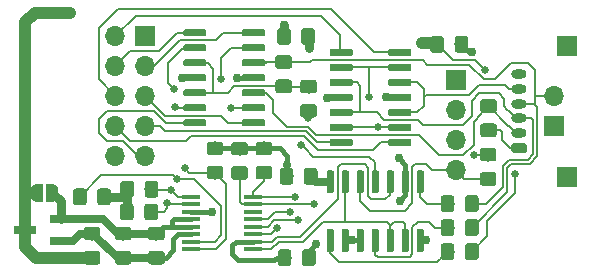
<source format=gtl>
G04 #@! TF.GenerationSoftware,KiCad,Pcbnew,(5.1.4)-1*
G04 #@! TF.CreationDate,2019-12-07T15:53:33+00:00*
G04 #@! TF.ProjectId,analog,616e616c-6f67-42e6-9b69-6361645f7063,rev?*
G04 #@! TF.SameCoordinates,Original*
G04 #@! TF.FileFunction,Copper,L1,Top*
G04 #@! TF.FilePolarity,Positive*
%FSLAX46Y46*%
G04 Gerber Fmt 4.6, Leading zero omitted, Abs format (unit mm)*
G04 Created by KiCad (PCBNEW (5.1.4)-1) date 2019-12-07 15:53:33*
%MOMM*%
%LPD*%
G04 APERTURE LIST*
%ADD10C,0.100000*%
%ADD11C,1.150000*%
%ADD12R,1.600000X0.410000*%
%ADD13O,1.700000X1.700000*%
%ADD14R,1.700000X1.700000*%
%ADD15C,0.600000*%
%ADD16R,1.900000X0.800000*%
%ADD17C,0.500000*%
%ADD18C,0.800000*%
%ADD19O,1.300000X0.800000*%
%ADD20C,0.762000*%
%ADD21C,0.660400*%
%ADD22C,0.203200*%
%ADD23C,0.381000*%
%ADD24C,0.635000*%
%ADD25C,0.762000*%
%ADD26C,1.016000*%
G04 APERTURE END LIST*
D10*
G36*
X52657705Y-45564764D02*
G01*
X52681973Y-45568364D01*
X52705772Y-45574325D01*
X52728871Y-45582590D01*
X52751050Y-45593080D01*
X52772093Y-45605692D01*
X52791799Y-45620307D01*
X52809977Y-45636783D01*
X52826453Y-45654961D01*
X52841068Y-45674667D01*
X52853680Y-45695710D01*
X52864170Y-45717889D01*
X52872435Y-45740988D01*
X52878396Y-45764787D01*
X52881996Y-45789055D01*
X52883200Y-45813559D01*
X52883200Y-46713561D01*
X52881996Y-46738065D01*
X52878396Y-46762333D01*
X52872435Y-46786132D01*
X52864170Y-46809231D01*
X52853680Y-46831410D01*
X52841068Y-46852453D01*
X52826453Y-46872159D01*
X52809977Y-46890337D01*
X52791799Y-46906813D01*
X52772093Y-46921428D01*
X52751050Y-46934040D01*
X52728871Y-46944530D01*
X52705772Y-46952795D01*
X52681973Y-46958756D01*
X52657705Y-46962356D01*
X52633201Y-46963560D01*
X51983199Y-46963560D01*
X51958695Y-46962356D01*
X51934427Y-46958756D01*
X51910628Y-46952795D01*
X51887529Y-46944530D01*
X51865350Y-46934040D01*
X51844307Y-46921428D01*
X51824601Y-46906813D01*
X51806423Y-46890337D01*
X51789947Y-46872159D01*
X51775332Y-46852453D01*
X51762720Y-46831410D01*
X51752230Y-46809231D01*
X51743965Y-46786132D01*
X51738004Y-46762333D01*
X51734404Y-46738065D01*
X51733200Y-46713561D01*
X51733200Y-45813559D01*
X51734404Y-45789055D01*
X51738004Y-45764787D01*
X51743965Y-45740988D01*
X51752230Y-45717889D01*
X51762720Y-45695710D01*
X51775332Y-45674667D01*
X51789947Y-45654961D01*
X51806423Y-45636783D01*
X51824601Y-45620307D01*
X51844307Y-45605692D01*
X51865350Y-45593080D01*
X51887529Y-45582590D01*
X51910628Y-45574325D01*
X51934427Y-45568364D01*
X51958695Y-45564764D01*
X51983199Y-45563560D01*
X52633201Y-45563560D01*
X52657705Y-45564764D01*
X52657705Y-45564764D01*
G37*
D11*
X52308200Y-46263560D03*
D10*
G36*
X54707705Y-45564764D02*
G01*
X54731973Y-45568364D01*
X54755772Y-45574325D01*
X54778871Y-45582590D01*
X54801050Y-45593080D01*
X54822093Y-45605692D01*
X54841799Y-45620307D01*
X54859977Y-45636783D01*
X54876453Y-45654961D01*
X54891068Y-45674667D01*
X54903680Y-45695710D01*
X54914170Y-45717889D01*
X54922435Y-45740988D01*
X54928396Y-45764787D01*
X54931996Y-45789055D01*
X54933200Y-45813559D01*
X54933200Y-46713561D01*
X54931996Y-46738065D01*
X54928396Y-46762333D01*
X54922435Y-46786132D01*
X54914170Y-46809231D01*
X54903680Y-46831410D01*
X54891068Y-46852453D01*
X54876453Y-46872159D01*
X54859977Y-46890337D01*
X54841799Y-46906813D01*
X54822093Y-46921428D01*
X54801050Y-46934040D01*
X54778871Y-46944530D01*
X54755772Y-46952795D01*
X54731973Y-46958756D01*
X54707705Y-46962356D01*
X54683201Y-46963560D01*
X54033199Y-46963560D01*
X54008695Y-46962356D01*
X53984427Y-46958756D01*
X53960628Y-46952795D01*
X53937529Y-46944530D01*
X53915350Y-46934040D01*
X53894307Y-46921428D01*
X53874601Y-46906813D01*
X53856423Y-46890337D01*
X53839947Y-46872159D01*
X53825332Y-46852453D01*
X53812720Y-46831410D01*
X53802230Y-46809231D01*
X53793965Y-46786132D01*
X53788004Y-46762333D01*
X53784404Y-46738065D01*
X53783200Y-46713561D01*
X53783200Y-45813559D01*
X53784404Y-45789055D01*
X53788004Y-45764787D01*
X53793965Y-45740988D01*
X53802230Y-45717889D01*
X53812720Y-45695710D01*
X53825332Y-45674667D01*
X53839947Y-45654961D01*
X53856423Y-45636783D01*
X53874601Y-45620307D01*
X53894307Y-45605692D01*
X53915350Y-45593080D01*
X53937529Y-45582590D01*
X53960628Y-45574325D01*
X53984427Y-45568364D01*
X54008695Y-45564764D01*
X54033199Y-45563560D01*
X54683201Y-45563560D01*
X54707705Y-45564764D01*
X54707705Y-45564764D01*
G37*
D11*
X54358200Y-46263560D03*
D12*
X44201900Y-47978060D03*
X44201900Y-48613060D03*
X44201900Y-49248060D03*
X44201900Y-49883060D03*
X44201900Y-50518060D03*
X44201900Y-51153060D03*
X44201900Y-51788060D03*
X44201900Y-52423060D03*
X49510500Y-52423060D03*
X49510500Y-51788060D03*
X49510500Y-51153060D03*
X49510500Y-50518060D03*
X49510500Y-49883060D03*
X49510500Y-49248060D03*
X49510500Y-48613060D03*
X49510500Y-47978060D03*
D13*
X66617400Y-45730160D03*
X66617400Y-43190160D03*
X66617400Y-40650160D03*
D14*
X66617400Y-38110160D03*
X74923200Y-42021760D03*
D13*
X74923200Y-39481760D03*
D10*
G36*
X56164903Y-50710682D02*
G01*
X56179464Y-50712842D01*
X56193743Y-50716419D01*
X56207603Y-50721378D01*
X56220910Y-50727672D01*
X56233536Y-50735240D01*
X56245359Y-50744008D01*
X56256266Y-50753894D01*
X56266152Y-50764801D01*
X56274920Y-50776624D01*
X56282488Y-50789250D01*
X56288782Y-50802557D01*
X56293741Y-50816417D01*
X56297318Y-50830696D01*
X56299478Y-50845257D01*
X56300200Y-50859960D01*
X56300200Y-52509960D01*
X56299478Y-52524663D01*
X56297318Y-52539224D01*
X56293741Y-52553503D01*
X56288782Y-52567363D01*
X56282488Y-52580670D01*
X56274920Y-52593296D01*
X56266152Y-52605119D01*
X56256266Y-52616026D01*
X56245359Y-52625912D01*
X56233536Y-52634680D01*
X56220910Y-52642248D01*
X56207603Y-52648542D01*
X56193743Y-52653501D01*
X56179464Y-52657078D01*
X56164903Y-52659238D01*
X56150200Y-52659960D01*
X55850200Y-52659960D01*
X55835497Y-52659238D01*
X55820936Y-52657078D01*
X55806657Y-52653501D01*
X55792797Y-52648542D01*
X55779490Y-52642248D01*
X55766864Y-52634680D01*
X55755041Y-52625912D01*
X55744134Y-52616026D01*
X55734248Y-52605119D01*
X55725480Y-52593296D01*
X55717912Y-52580670D01*
X55711618Y-52567363D01*
X55706659Y-52553503D01*
X55703082Y-52539224D01*
X55700922Y-52524663D01*
X55700200Y-52509960D01*
X55700200Y-50859960D01*
X55700922Y-50845257D01*
X55703082Y-50830696D01*
X55706659Y-50816417D01*
X55711618Y-50802557D01*
X55717912Y-50789250D01*
X55725480Y-50776624D01*
X55734248Y-50764801D01*
X55744134Y-50753894D01*
X55755041Y-50744008D01*
X55766864Y-50735240D01*
X55779490Y-50727672D01*
X55792797Y-50721378D01*
X55806657Y-50716419D01*
X55820936Y-50712842D01*
X55835497Y-50710682D01*
X55850200Y-50709960D01*
X56150200Y-50709960D01*
X56164903Y-50710682D01*
X56164903Y-50710682D01*
G37*
D15*
X56000200Y-51684960D03*
D10*
G36*
X57434903Y-50710682D02*
G01*
X57449464Y-50712842D01*
X57463743Y-50716419D01*
X57477603Y-50721378D01*
X57490910Y-50727672D01*
X57503536Y-50735240D01*
X57515359Y-50744008D01*
X57526266Y-50753894D01*
X57536152Y-50764801D01*
X57544920Y-50776624D01*
X57552488Y-50789250D01*
X57558782Y-50802557D01*
X57563741Y-50816417D01*
X57567318Y-50830696D01*
X57569478Y-50845257D01*
X57570200Y-50859960D01*
X57570200Y-52509960D01*
X57569478Y-52524663D01*
X57567318Y-52539224D01*
X57563741Y-52553503D01*
X57558782Y-52567363D01*
X57552488Y-52580670D01*
X57544920Y-52593296D01*
X57536152Y-52605119D01*
X57526266Y-52616026D01*
X57515359Y-52625912D01*
X57503536Y-52634680D01*
X57490910Y-52642248D01*
X57477603Y-52648542D01*
X57463743Y-52653501D01*
X57449464Y-52657078D01*
X57434903Y-52659238D01*
X57420200Y-52659960D01*
X57120200Y-52659960D01*
X57105497Y-52659238D01*
X57090936Y-52657078D01*
X57076657Y-52653501D01*
X57062797Y-52648542D01*
X57049490Y-52642248D01*
X57036864Y-52634680D01*
X57025041Y-52625912D01*
X57014134Y-52616026D01*
X57004248Y-52605119D01*
X56995480Y-52593296D01*
X56987912Y-52580670D01*
X56981618Y-52567363D01*
X56976659Y-52553503D01*
X56973082Y-52539224D01*
X56970922Y-52524663D01*
X56970200Y-52509960D01*
X56970200Y-50859960D01*
X56970922Y-50845257D01*
X56973082Y-50830696D01*
X56976659Y-50816417D01*
X56981618Y-50802557D01*
X56987912Y-50789250D01*
X56995480Y-50776624D01*
X57004248Y-50764801D01*
X57014134Y-50753894D01*
X57025041Y-50744008D01*
X57036864Y-50735240D01*
X57049490Y-50727672D01*
X57062797Y-50721378D01*
X57076657Y-50716419D01*
X57090936Y-50712842D01*
X57105497Y-50710682D01*
X57120200Y-50709960D01*
X57420200Y-50709960D01*
X57434903Y-50710682D01*
X57434903Y-50710682D01*
G37*
D15*
X57270200Y-51684960D03*
D10*
G36*
X58704903Y-50710682D02*
G01*
X58719464Y-50712842D01*
X58733743Y-50716419D01*
X58747603Y-50721378D01*
X58760910Y-50727672D01*
X58773536Y-50735240D01*
X58785359Y-50744008D01*
X58796266Y-50753894D01*
X58806152Y-50764801D01*
X58814920Y-50776624D01*
X58822488Y-50789250D01*
X58828782Y-50802557D01*
X58833741Y-50816417D01*
X58837318Y-50830696D01*
X58839478Y-50845257D01*
X58840200Y-50859960D01*
X58840200Y-52509960D01*
X58839478Y-52524663D01*
X58837318Y-52539224D01*
X58833741Y-52553503D01*
X58828782Y-52567363D01*
X58822488Y-52580670D01*
X58814920Y-52593296D01*
X58806152Y-52605119D01*
X58796266Y-52616026D01*
X58785359Y-52625912D01*
X58773536Y-52634680D01*
X58760910Y-52642248D01*
X58747603Y-52648542D01*
X58733743Y-52653501D01*
X58719464Y-52657078D01*
X58704903Y-52659238D01*
X58690200Y-52659960D01*
X58390200Y-52659960D01*
X58375497Y-52659238D01*
X58360936Y-52657078D01*
X58346657Y-52653501D01*
X58332797Y-52648542D01*
X58319490Y-52642248D01*
X58306864Y-52634680D01*
X58295041Y-52625912D01*
X58284134Y-52616026D01*
X58274248Y-52605119D01*
X58265480Y-52593296D01*
X58257912Y-52580670D01*
X58251618Y-52567363D01*
X58246659Y-52553503D01*
X58243082Y-52539224D01*
X58240922Y-52524663D01*
X58240200Y-52509960D01*
X58240200Y-50859960D01*
X58240922Y-50845257D01*
X58243082Y-50830696D01*
X58246659Y-50816417D01*
X58251618Y-50802557D01*
X58257912Y-50789250D01*
X58265480Y-50776624D01*
X58274248Y-50764801D01*
X58284134Y-50753894D01*
X58295041Y-50744008D01*
X58306864Y-50735240D01*
X58319490Y-50727672D01*
X58332797Y-50721378D01*
X58346657Y-50716419D01*
X58360936Y-50712842D01*
X58375497Y-50710682D01*
X58390200Y-50709960D01*
X58690200Y-50709960D01*
X58704903Y-50710682D01*
X58704903Y-50710682D01*
G37*
D15*
X58540200Y-51684960D03*
D10*
G36*
X59974903Y-50710682D02*
G01*
X59989464Y-50712842D01*
X60003743Y-50716419D01*
X60017603Y-50721378D01*
X60030910Y-50727672D01*
X60043536Y-50735240D01*
X60055359Y-50744008D01*
X60066266Y-50753894D01*
X60076152Y-50764801D01*
X60084920Y-50776624D01*
X60092488Y-50789250D01*
X60098782Y-50802557D01*
X60103741Y-50816417D01*
X60107318Y-50830696D01*
X60109478Y-50845257D01*
X60110200Y-50859960D01*
X60110200Y-52509960D01*
X60109478Y-52524663D01*
X60107318Y-52539224D01*
X60103741Y-52553503D01*
X60098782Y-52567363D01*
X60092488Y-52580670D01*
X60084920Y-52593296D01*
X60076152Y-52605119D01*
X60066266Y-52616026D01*
X60055359Y-52625912D01*
X60043536Y-52634680D01*
X60030910Y-52642248D01*
X60017603Y-52648542D01*
X60003743Y-52653501D01*
X59989464Y-52657078D01*
X59974903Y-52659238D01*
X59960200Y-52659960D01*
X59660200Y-52659960D01*
X59645497Y-52659238D01*
X59630936Y-52657078D01*
X59616657Y-52653501D01*
X59602797Y-52648542D01*
X59589490Y-52642248D01*
X59576864Y-52634680D01*
X59565041Y-52625912D01*
X59554134Y-52616026D01*
X59544248Y-52605119D01*
X59535480Y-52593296D01*
X59527912Y-52580670D01*
X59521618Y-52567363D01*
X59516659Y-52553503D01*
X59513082Y-52539224D01*
X59510922Y-52524663D01*
X59510200Y-52509960D01*
X59510200Y-50859960D01*
X59510922Y-50845257D01*
X59513082Y-50830696D01*
X59516659Y-50816417D01*
X59521618Y-50802557D01*
X59527912Y-50789250D01*
X59535480Y-50776624D01*
X59544248Y-50764801D01*
X59554134Y-50753894D01*
X59565041Y-50744008D01*
X59576864Y-50735240D01*
X59589490Y-50727672D01*
X59602797Y-50721378D01*
X59616657Y-50716419D01*
X59630936Y-50712842D01*
X59645497Y-50710682D01*
X59660200Y-50709960D01*
X59960200Y-50709960D01*
X59974903Y-50710682D01*
X59974903Y-50710682D01*
G37*
D15*
X59810200Y-51684960D03*
D10*
G36*
X61244903Y-50710682D02*
G01*
X61259464Y-50712842D01*
X61273743Y-50716419D01*
X61287603Y-50721378D01*
X61300910Y-50727672D01*
X61313536Y-50735240D01*
X61325359Y-50744008D01*
X61336266Y-50753894D01*
X61346152Y-50764801D01*
X61354920Y-50776624D01*
X61362488Y-50789250D01*
X61368782Y-50802557D01*
X61373741Y-50816417D01*
X61377318Y-50830696D01*
X61379478Y-50845257D01*
X61380200Y-50859960D01*
X61380200Y-52509960D01*
X61379478Y-52524663D01*
X61377318Y-52539224D01*
X61373741Y-52553503D01*
X61368782Y-52567363D01*
X61362488Y-52580670D01*
X61354920Y-52593296D01*
X61346152Y-52605119D01*
X61336266Y-52616026D01*
X61325359Y-52625912D01*
X61313536Y-52634680D01*
X61300910Y-52642248D01*
X61287603Y-52648542D01*
X61273743Y-52653501D01*
X61259464Y-52657078D01*
X61244903Y-52659238D01*
X61230200Y-52659960D01*
X60930200Y-52659960D01*
X60915497Y-52659238D01*
X60900936Y-52657078D01*
X60886657Y-52653501D01*
X60872797Y-52648542D01*
X60859490Y-52642248D01*
X60846864Y-52634680D01*
X60835041Y-52625912D01*
X60824134Y-52616026D01*
X60814248Y-52605119D01*
X60805480Y-52593296D01*
X60797912Y-52580670D01*
X60791618Y-52567363D01*
X60786659Y-52553503D01*
X60783082Y-52539224D01*
X60780922Y-52524663D01*
X60780200Y-52509960D01*
X60780200Y-50859960D01*
X60780922Y-50845257D01*
X60783082Y-50830696D01*
X60786659Y-50816417D01*
X60791618Y-50802557D01*
X60797912Y-50789250D01*
X60805480Y-50776624D01*
X60814248Y-50764801D01*
X60824134Y-50753894D01*
X60835041Y-50744008D01*
X60846864Y-50735240D01*
X60859490Y-50727672D01*
X60872797Y-50721378D01*
X60886657Y-50716419D01*
X60900936Y-50712842D01*
X60915497Y-50710682D01*
X60930200Y-50709960D01*
X61230200Y-50709960D01*
X61244903Y-50710682D01*
X61244903Y-50710682D01*
G37*
D15*
X61080200Y-51684960D03*
D10*
G36*
X62514903Y-50710682D02*
G01*
X62529464Y-50712842D01*
X62543743Y-50716419D01*
X62557603Y-50721378D01*
X62570910Y-50727672D01*
X62583536Y-50735240D01*
X62595359Y-50744008D01*
X62606266Y-50753894D01*
X62616152Y-50764801D01*
X62624920Y-50776624D01*
X62632488Y-50789250D01*
X62638782Y-50802557D01*
X62643741Y-50816417D01*
X62647318Y-50830696D01*
X62649478Y-50845257D01*
X62650200Y-50859960D01*
X62650200Y-52509960D01*
X62649478Y-52524663D01*
X62647318Y-52539224D01*
X62643741Y-52553503D01*
X62638782Y-52567363D01*
X62632488Y-52580670D01*
X62624920Y-52593296D01*
X62616152Y-52605119D01*
X62606266Y-52616026D01*
X62595359Y-52625912D01*
X62583536Y-52634680D01*
X62570910Y-52642248D01*
X62557603Y-52648542D01*
X62543743Y-52653501D01*
X62529464Y-52657078D01*
X62514903Y-52659238D01*
X62500200Y-52659960D01*
X62200200Y-52659960D01*
X62185497Y-52659238D01*
X62170936Y-52657078D01*
X62156657Y-52653501D01*
X62142797Y-52648542D01*
X62129490Y-52642248D01*
X62116864Y-52634680D01*
X62105041Y-52625912D01*
X62094134Y-52616026D01*
X62084248Y-52605119D01*
X62075480Y-52593296D01*
X62067912Y-52580670D01*
X62061618Y-52567363D01*
X62056659Y-52553503D01*
X62053082Y-52539224D01*
X62050922Y-52524663D01*
X62050200Y-52509960D01*
X62050200Y-50859960D01*
X62050922Y-50845257D01*
X62053082Y-50830696D01*
X62056659Y-50816417D01*
X62061618Y-50802557D01*
X62067912Y-50789250D01*
X62075480Y-50776624D01*
X62084248Y-50764801D01*
X62094134Y-50753894D01*
X62105041Y-50744008D01*
X62116864Y-50735240D01*
X62129490Y-50727672D01*
X62142797Y-50721378D01*
X62156657Y-50716419D01*
X62170936Y-50712842D01*
X62185497Y-50710682D01*
X62200200Y-50709960D01*
X62500200Y-50709960D01*
X62514903Y-50710682D01*
X62514903Y-50710682D01*
G37*
D15*
X62350200Y-51684960D03*
D10*
G36*
X63784903Y-50710682D02*
G01*
X63799464Y-50712842D01*
X63813743Y-50716419D01*
X63827603Y-50721378D01*
X63840910Y-50727672D01*
X63853536Y-50735240D01*
X63865359Y-50744008D01*
X63876266Y-50753894D01*
X63886152Y-50764801D01*
X63894920Y-50776624D01*
X63902488Y-50789250D01*
X63908782Y-50802557D01*
X63913741Y-50816417D01*
X63917318Y-50830696D01*
X63919478Y-50845257D01*
X63920200Y-50859960D01*
X63920200Y-52509960D01*
X63919478Y-52524663D01*
X63917318Y-52539224D01*
X63913741Y-52553503D01*
X63908782Y-52567363D01*
X63902488Y-52580670D01*
X63894920Y-52593296D01*
X63886152Y-52605119D01*
X63876266Y-52616026D01*
X63865359Y-52625912D01*
X63853536Y-52634680D01*
X63840910Y-52642248D01*
X63827603Y-52648542D01*
X63813743Y-52653501D01*
X63799464Y-52657078D01*
X63784903Y-52659238D01*
X63770200Y-52659960D01*
X63470200Y-52659960D01*
X63455497Y-52659238D01*
X63440936Y-52657078D01*
X63426657Y-52653501D01*
X63412797Y-52648542D01*
X63399490Y-52642248D01*
X63386864Y-52634680D01*
X63375041Y-52625912D01*
X63364134Y-52616026D01*
X63354248Y-52605119D01*
X63345480Y-52593296D01*
X63337912Y-52580670D01*
X63331618Y-52567363D01*
X63326659Y-52553503D01*
X63323082Y-52539224D01*
X63320922Y-52524663D01*
X63320200Y-52509960D01*
X63320200Y-50859960D01*
X63320922Y-50845257D01*
X63323082Y-50830696D01*
X63326659Y-50816417D01*
X63331618Y-50802557D01*
X63337912Y-50789250D01*
X63345480Y-50776624D01*
X63354248Y-50764801D01*
X63364134Y-50753894D01*
X63375041Y-50744008D01*
X63386864Y-50735240D01*
X63399490Y-50727672D01*
X63412797Y-50721378D01*
X63426657Y-50716419D01*
X63440936Y-50712842D01*
X63455497Y-50710682D01*
X63470200Y-50709960D01*
X63770200Y-50709960D01*
X63784903Y-50710682D01*
X63784903Y-50710682D01*
G37*
D15*
X63620200Y-51684960D03*
D10*
G36*
X63784903Y-45760682D02*
G01*
X63799464Y-45762842D01*
X63813743Y-45766419D01*
X63827603Y-45771378D01*
X63840910Y-45777672D01*
X63853536Y-45785240D01*
X63865359Y-45794008D01*
X63876266Y-45803894D01*
X63886152Y-45814801D01*
X63894920Y-45826624D01*
X63902488Y-45839250D01*
X63908782Y-45852557D01*
X63913741Y-45866417D01*
X63917318Y-45880696D01*
X63919478Y-45895257D01*
X63920200Y-45909960D01*
X63920200Y-47559960D01*
X63919478Y-47574663D01*
X63917318Y-47589224D01*
X63913741Y-47603503D01*
X63908782Y-47617363D01*
X63902488Y-47630670D01*
X63894920Y-47643296D01*
X63886152Y-47655119D01*
X63876266Y-47666026D01*
X63865359Y-47675912D01*
X63853536Y-47684680D01*
X63840910Y-47692248D01*
X63827603Y-47698542D01*
X63813743Y-47703501D01*
X63799464Y-47707078D01*
X63784903Y-47709238D01*
X63770200Y-47709960D01*
X63470200Y-47709960D01*
X63455497Y-47709238D01*
X63440936Y-47707078D01*
X63426657Y-47703501D01*
X63412797Y-47698542D01*
X63399490Y-47692248D01*
X63386864Y-47684680D01*
X63375041Y-47675912D01*
X63364134Y-47666026D01*
X63354248Y-47655119D01*
X63345480Y-47643296D01*
X63337912Y-47630670D01*
X63331618Y-47617363D01*
X63326659Y-47603503D01*
X63323082Y-47589224D01*
X63320922Y-47574663D01*
X63320200Y-47559960D01*
X63320200Y-45909960D01*
X63320922Y-45895257D01*
X63323082Y-45880696D01*
X63326659Y-45866417D01*
X63331618Y-45852557D01*
X63337912Y-45839250D01*
X63345480Y-45826624D01*
X63354248Y-45814801D01*
X63364134Y-45803894D01*
X63375041Y-45794008D01*
X63386864Y-45785240D01*
X63399490Y-45777672D01*
X63412797Y-45771378D01*
X63426657Y-45766419D01*
X63440936Y-45762842D01*
X63455497Y-45760682D01*
X63470200Y-45759960D01*
X63770200Y-45759960D01*
X63784903Y-45760682D01*
X63784903Y-45760682D01*
G37*
D15*
X63620200Y-46734960D03*
D10*
G36*
X62514903Y-45760682D02*
G01*
X62529464Y-45762842D01*
X62543743Y-45766419D01*
X62557603Y-45771378D01*
X62570910Y-45777672D01*
X62583536Y-45785240D01*
X62595359Y-45794008D01*
X62606266Y-45803894D01*
X62616152Y-45814801D01*
X62624920Y-45826624D01*
X62632488Y-45839250D01*
X62638782Y-45852557D01*
X62643741Y-45866417D01*
X62647318Y-45880696D01*
X62649478Y-45895257D01*
X62650200Y-45909960D01*
X62650200Y-47559960D01*
X62649478Y-47574663D01*
X62647318Y-47589224D01*
X62643741Y-47603503D01*
X62638782Y-47617363D01*
X62632488Y-47630670D01*
X62624920Y-47643296D01*
X62616152Y-47655119D01*
X62606266Y-47666026D01*
X62595359Y-47675912D01*
X62583536Y-47684680D01*
X62570910Y-47692248D01*
X62557603Y-47698542D01*
X62543743Y-47703501D01*
X62529464Y-47707078D01*
X62514903Y-47709238D01*
X62500200Y-47709960D01*
X62200200Y-47709960D01*
X62185497Y-47709238D01*
X62170936Y-47707078D01*
X62156657Y-47703501D01*
X62142797Y-47698542D01*
X62129490Y-47692248D01*
X62116864Y-47684680D01*
X62105041Y-47675912D01*
X62094134Y-47666026D01*
X62084248Y-47655119D01*
X62075480Y-47643296D01*
X62067912Y-47630670D01*
X62061618Y-47617363D01*
X62056659Y-47603503D01*
X62053082Y-47589224D01*
X62050922Y-47574663D01*
X62050200Y-47559960D01*
X62050200Y-45909960D01*
X62050922Y-45895257D01*
X62053082Y-45880696D01*
X62056659Y-45866417D01*
X62061618Y-45852557D01*
X62067912Y-45839250D01*
X62075480Y-45826624D01*
X62084248Y-45814801D01*
X62094134Y-45803894D01*
X62105041Y-45794008D01*
X62116864Y-45785240D01*
X62129490Y-45777672D01*
X62142797Y-45771378D01*
X62156657Y-45766419D01*
X62170936Y-45762842D01*
X62185497Y-45760682D01*
X62200200Y-45759960D01*
X62500200Y-45759960D01*
X62514903Y-45760682D01*
X62514903Y-45760682D01*
G37*
D15*
X62350200Y-46734960D03*
D10*
G36*
X61244903Y-45760682D02*
G01*
X61259464Y-45762842D01*
X61273743Y-45766419D01*
X61287603Y-45771378D01*
X61300910Y-45777672D01*
X61313536Y-45785240D01*
X61325359Y-45794008D01*
X61336266Y-45803894D01*
X61346152Y-45814801D01*
X61354920Y-45826624D01*
X61362488Y-45839250D01*
X61368782Y-45852557D01*
X61373741Y-45866417D01*
X61377318Y-45880696D01*
X61379478Y-45895257D01*
X61380200Y-45909960D01*
X61380200Y-47559960D01*
X61379478Y-47574663D01*
X61377318Y-47589224D01*
X61373741Y-47603503D01*
X61368782Y-47617363D01*
X61362488Y-47630670D01*
X61354920Y-47643296D01*
X61346152Y-47655119D01*
X61336266Y-47666026D01*
X61325359Y-47675912D01*
X61313536Y-47684680D01*
X61300910Y-47692248D01*
X61287603Y-47698542D01*
X61273743Y-47703501D01*
X61259464Y-47707078D01*
X61244903Y-47709238D01*
X61230200Y-47709960D01*
X60930200Y-47709960D01*
X60915497Y-47709238D01*
X60900936Y-47707078D01*
X60886657Y-47703501D01*
X60872797Y-47698542D01*
X60859490Y-47692248D01*
X60846864Y-47684680D01*
X60835041Y-47675912D01*
X60824134Y-47666026D01*
X60814248Y-47655119D01*
X60805480Y-47643296D01*
X60797912Y-47630670D01*
X60791618Y-47617363D01*
X60786659Y-47603503D01*
X60783082Y-47589224D01*
X60780922Y-47574663D01*
X60780200Y-47559960D01*
X60780200Y-45909960D01*
X60780922Y-45895257D01*
X60783082Y-45880696D01*
X60786659Y-45866417D01*
X60791618Y-45852557D01*
X60797912Y-45839250D01*
X60805480Y-45826624D01*
X60814248Y-45814801D01*
X60824134Y-45803894D01*
X60835041Y-45794008D01*
X60846864Y-45785240D01*
X60859490Y-45777672D01*
X60872797Y-45771378D01*
X60886657Y-45766419D01*
X60900936Y-45762842D01*
X60915497Y-45760682D01*
X60930200Y-45759960D01*
X61230200Y-45759960D01*
X61244903Y-45760682D01*
X61244903Y-45760682D01*
G37*
D15*
X61080200Y-46734960D03*
D10*
G36*
X59974903Y-45760682D02*
G01*
X59989464Y-45762842D01*
X60003743Y-45766419D01*
X60017603Y-45771378D01*
X60030910Y-45777672D01*
X60043536Y-45785240D01*
X60055359Y-45794008D01*
X60066266Y-45803894D01*
X60076152Y-45814801D01*
X60084920Y-45826624D01*
X60092488Y-45839250D01*
X60098782Y-45852557D01*
X60103741Y-45866417D01*
X60107318Y-45880696D01*
X60109478Y-45895257D01*
X60110200Y-45909960D01*
X60110200Y-47559960D01*
X60109478Y-47574663D01*
X60107318Y-47589224D01*
X60103741Y-47603503D01*
X60098782Y-47617363D01*
X60092488Y-47630670D01*
X60084920Y-47643296D01*
X60076152Y-47655119D01*
X60066266Y-47666026D01*
X60055359Y-47675912D01*
X60043536Y-47684680D01*
X60030910Y-47692248D01*
X60017603Y-47698542D01*
X60003743Y-47703501D01*
X59989464Y-47707078D01*
X59974903Y-47709238D01*
X59960200Y-47709960D01*
X59660200Y-47709960D01*
X59645497Y-47709238D01*
X59630936Y-47707078D01*
X59616657Y-47703501D01*
X59602797Y-47698542D01*
X59589490Y-47692248D01*
X59576864Y-47684680D01*
X59565041Y-47675912D01*
X59554134Y-47666026D01*
X59544248Y-47655119D01*
X59535480Y-47643296D01*
X59527912Y-47630670D01*
X59521618Y-47617363D01*
X59516659Y-47603503D01*
X59513082Y-47589224D01*
X59510922Y-47574663D01*
X59510200Y-47559960D01*
X59510200Y-45909960D01*
X59510922Y-45895257D01*
X59513082Y-45880696D01*
X59516659Y-45866417D01*
X59521618Y-45852557D01*
X59527912Y-45839250D01*
X59535480Y-45826624D01*
X59544248Y-45814801D01*
X59554134Y-45803894D01*
X59565041Y-45794008D01*
X59576864Y-45785240D01*
X59589490Y-45777672D01*
X59602797Y-45771378D01*
X59616657Y-45766419D01*
X59630936Y-45762842D01*
X59645497Y-45760682D01*
X59660200Y-45759960D01*
X59960200Y-45759960D01*
X59974903Y-45760682D01*
X59974903Y-45760682D01*
G37*
D15*
X59810200Y-46734960D03*
D10*
G36*
X58704903Y-45760682D02*
G01*
X58719464Y-45762842D01*
X58733743Y-45766419D01*
X58747603Y-45771378D01*
X58760910Y-45777672D01*
X58773536Y-45785240D01*
X58785359Y-45794008D01*
X58796266Y-45803894D01*
X58806152Y-45814801D01*
X58814920Y-45826624D01*
X58822488Y-45839250D01*
X58828782Y-45852557D01*
X58833741Y-45866417D01*
X58837318Y-45880696D01*
X58839478Y-45895257D01*
X58840200Y-45909960D01*
X58840200Y-47559960D01*
X58839478Y-47574663D01*
X58837318Y-47589224D01*
X58833741Y-47603503D01*
X58828782Y-47617363D01*
X58822488Y-47630670D01*
X58814920Y-47643296D01*
X58806152Y-47655119D01*
X58796266Y-47666026D01*
X58785359Y-47675912D01*
X58773536Y-47684680D01*
X58760910Y-47692248D01*
X58747603Y-47698542D01*
X58733743Y-47703501D01*
X58719464Y-47707078D01*
X58704903Y-47709238D01*
X58690200Y-47709960D01*
X58390200Y-47709960D01*
X58375497Y-47709238D01*
X58360936Y-47707078D01*
X58346657Y-47703501D01*
X58332797Y-47698542D01*
X58319490Y-47692248D01*
X58306864Y-47684680D01*
X58295041Y-47675912D01*
X58284134Y-47666026D01*
X58274248Y-47655119D01*
X58265480Y-47643296D01*
X58257912Y-47630670D01*
X58251618Y-47617363D01*
X58246659Y-47603503D01*
X58243082Y-47589224D01*
X58240922Y-47574663D01*
X58240200Y-47559960D01*
X58240200Y-45909960D01*
X58240922Y-45895257D01*
X58243082Y-45880696D01*
X58246659Y-45866417D01*
X58251618Y-45852557D01*
X58257912Y-45839250D01*
X58265480Y-45826624D01*
X58274248Y-45814801D01*
X58284134Y-45803894D01*
X58295041Y-45794008D01*
X58306864Y-45785240D01*
X58319490Y-45777672D01*
X58332797Y-45771378D01*
X58346657Y-45766419D01*
X58360936Y-45762842D01*
X58375497Y-45760682D01*
X58390200Y-45759960D01*
X58690200Y-45759960D01*
X58704903Y-45760682D01*
X58704903Y-45760682D01*
G37*
D15*
X58540200Y-46734960D03*
D10*
G36*
X57434903Y-45760682D02*
G01*
X57449464Y-45762842D01*
X57463743Y-45766419D01*
X57477603Y-45771378D01*
X57490910Y-45777672D01*
X57503536Y-45785240D01*
X57515359Y-45794008D01*
X57526266Y-45803894D01*
X57536152Y-45814801D01*
X57544920Y-45826624D01*
X57552488Y-45839250D01*
X57558782Y-45852557D01*
X57563741Y-45866417D01*
X57567318Y-45880696D01*
X57569478Y-45895257D01*
X57570200Y-45909960D01*
X57570200Y-47559960D01*
X57569478Y-47574663D01*
X57567318Y-47589224D01*
X57563741Y-47603503D01*
X57558782Y-47617363D01*
X57552488Y-47630670D01*
X57544920Y-47643296D01*
X57536152Y-47655119D01*
X57526266Y-47666026D01*
X57515359Y-47675912D01*
X57503536Y-47684680D01*
X57490910Y-47692248D01*
X57477603Y-47698542D01*
X57463743Y-47703501D01*
X57449464Y-47707078D01*
X57434903Y-47709238D01*
X57420200Y-47709960D01*
X57120200Y-47709960D01*
X57105497Y-47709238D01*
X57090936Y-47707078D01*
X57076657Y-47703501D01*
X57062797Y-47698542D01*
X57049490Y-47692248D01*
X57036864Y-47684680D01*
X57025041Y-47675912D01*
X57014134Y-47666026D01*
X57004248Y-47655119D01*
X56995480Y-47643296D01*
X56987912Y-47630670D01*
X56981618Y-47617363D01*
X56976659Y-47603503D01*
X56973082Y-47589224D01*
X56970922Y-47574663D01*
X56970200Y-47559960D01*
X56970200Y-45909960D01*
X56970922Y-45895257D01*
X56973082Y-45880696D01*
X56976659Y-45866417D01*
X56981618Y-45852557D01*
X56987912Y-45839250D01*
X56995480Y-45826624D01*
X57004248Y-45814801D01*
X57014134Y-45803894D01*
X57025041Y-45794008D01*
X57036864Y-45785240D01*
X57049490Y-45777672D01*
X57062797Y-45771378D01*
X57076657Y-45766419D01*
X57090936Y-45762842D01*
X57105497Y-45760682D01*
X57120200Y-45759960D01*
X57420200Y-45759960D01*
X57434903Y-45760682D01*
X57434903Y-45760682D01*
G37*
D15*
X57270200Y-46734960D03*
D10*
G36*
X56164903Y-45760682D02*
G01*
X56179464Y-45762842D01*
X56193743Y-45766419D01*
X56207603Y-45771378D01*
X56220910Y-45777672D01*
X56233536Y-45785240D01*
X56245359Y-45794008D01*
X56256266Y-45803894D01*
X56266152Y-45814801D01*
X56274920Y-45826624D01*
X56282488Y-45839250D01*
X56288782Y-45852557D01*
X56293741Y-45866417D01*
X56297318Y-45880696D01*
X56299478Y-45895257D01*
X56300200Y-45909960D01*
X56300200Y-47559960D01*
X56299478Y-47574663D01*
X56297318Y-47589224D01*
X56293741Y-47603503D01*
X56288782Y-47617363D01*
X56282488Y-47630670D01*
X56274920Y-47643296D01*
X56266152Y-47655119D01*
X56256266Y-47666026D01*
X56245359Y-47675912D01*
X56233536Y-47684680D01*
X56220910Y-47692248D01*
X56207603Y-47698542D01*
X56193743Y-47703501D01*
X56179464Y-47707078D01*
X56164903Y-47709238D01*
X56150200Y-47709960D01*
X55850200Y-47709960D01*
X55835497Y-47709238D01*
X55820936Y-47707078D01*
X55806657Y-47703501D01*
X55792797Y-47698542D01*
X55779490Y-47692248D01*
X55766864Y-47684680D01*
X55755041Y-47675912D01*
X55744134Y-47666026D01*
X55734248Y-47655119D01*
X55725480Y-47643296D01*
X55717912Y-47630670D01*
X55711618Y-47617363D01*
X55706659Y-47603503D01*
X55703082Y-47589224D01*
X55700922Y-47574663D01*
X55700200Y-47559960D01*
X55700200Y-45909960D01*
X55700922Y-45895257D01*
X55703082Y-45880696D01*
X55706659Y-45866417D01*
X55711618Y-45852557D01*
X55717912Y-45839250D01*
X55725480Y-45826624D01*
X55734248Y-45814801D01*
X55744134Y-45803894D01*
X55755041Y-45794008D01*
X55766864Y-45785240D01*
X55779490Y-45777672D01*
X55792797Y-45771378D01*
X55806657Y-45766419D01*
X55820936Y-45762842D01*
X55835497Y-45760682D01*
X55850200Y-45759960D01*
X56150200Y-45759960D01*
X56164903Y-45760682D01*
X56164903Y-45760682D01*
G37*
D15*
X56000200Y-46734960D03*
D10*
G36*
X69860505Y-45901964D02*
G01*
X69884773Y-45905564D01*
X69908572Y-45911525D01*
X69931671Y-45919790D01*
X69953850Y-45930280D01*
X69974893Y-45942892D01*
X69994599Y-45957507D01*
X70012777Y-45973983D01*
X70029253Y-45992161D01*
X70043868Y-46011867D01*
X70056480Y-46032910D01*
X70066970Y-46055089D01*
X70075235Y-46078188D01*
X70081196Y-46101987D01*
X70084796Y-46126255D01*
X70086000Y-46150759D01*
X70086000Y-46800761D01*
X70084796Y-46825265D01*
X70081196Y-46849533D01*
X70075235Y-46873332D01*
X70066970Y-46896431D01*
X70056480Y-46918610D01*
X70043868Y-46939653D01*
X70029253Y-46959359D01*
X70012777Y-46977537D01*
X69994599Y-46994013D01*
X69974893Y-47008628D01*
X69953850Y-47021240D01*
X69931671Y-47031730D01*
X69908572Y-47039995D01*
X69884773Y-47045956D01*
X69860505Y-47049556D01*
X69836001Y-47050760D01*
X68935999Y-47050760D01*
X68911495Y-47049556D01*
X68887227Y-47045956D01*
X68863428Y-47039995D01*
X68840329Y-47031730D01*
X68818150Y-47021240D01*
X68797107Y-47008628D01*
X68777401Y-46994013D01*
X68759223Y-46977537D01*
X68742747Y-46959359D01*
X68728132Y-46939653D01*
X68715520Y-46918610D01*
X68705030Y-46896431D01*
X68696765Y-46873332D01*
X68690804Y-46849533D01*
X68687204Y-46825265D01*
X68686000Y-46800761D01*
X68686000Y-46150759D01*
X68687204Y-46126255D01*
X68690804Y-46101987D01*
X68696765Y-46078188D01*
X68705030Y-46055089D01*
X68715520Y-46032910D01*
X68728132Y-46011867D01*
X68742747Y-45992161D01*
X68759223Y-45973983D01*
X68777401Y-45957507D01*
X68797107Y-45942892D01*
X68818150Y-45930280D01*
X68840329Y-45919790D01*
X68863428Y-45911525D01*
X68887227Y-45905564D01*
X68911495Y-45901964D01*
X68935999Y-45900760D01*
X69836001Y-45900760D01*
X69860505Y-45901964D01*
X69860505Y-45901964D01*
G37*
D11*
X69386000Y-46475760D03*
D10*
G36*
X69860505Y-43851964D02*
G01*
X69884773Y-43855564D01*
X69908572Y-43861525D01*
X69931671Y-43869790D01*
X69953850Y-43880280D01*
X69974893Y-43892892D01*
X69994599Y-43907507D01*
X70012777Y-43923983D01*
X70029253Y-43942161D01*
X70043868Y-43961867D01*
X70056480Y-43982910D01*
X70066970Y-44005089D01*
X70075235Y-44028188D01*
X70081196Y-44051987D01*
X70084796Y-44076255D01*
X70086000Y-44100759D01*
X70086000Y-44750761D01*
X70084796Y-44775265D01*
X70081196Y-44799533D01*
X70075235Y-44823332D01*
X70066970Y-44846431D01*
X70056480Y-44868610D01*
X70043868Y-44889653D01*
X70029253Y-44909359D01*
X70012777Y-44927537D01*
X69994599Y-44944013D01*
X69974893Y-44958628D01*
X69953850Y-44971240D01*
X69931671Y-44981730D01*
X69908572Y-44989995D01*
X69884773Y-44995956D01*
X69860505Y-44999556D01*
X69836001Y-45000760D01*
X68935999Y-45000760D01*
X68911495Y-44999556D01*
X68887227Y-44995956D01*
X68863428Y-44989995D01*
X68840329Y-44981730D01*
X68818150Y-44971240D01*
X68797107Y-44958628D01*
X68777401Y-44944013D01*
X68759223Y-44927537D01*
X68742747Y-44909359D01*
X68728132Y-44889653D01*
X68715520Y-44868610D01*
X68705030Y-44846431D01*
X68696765Y-44823332D01*
X68690804Y-44799533D01*
X68687204Y-44775265D01*
X68686000Y-44750761D01*
X68686000Y-44100759D01*
X68687204Y-44076255D01*
X68690804Y-44051987D01*
X68696765Y-44028188D01*
X68705030Y-44005089D01*
X68715520Y-43982910D01*
X68728132Y-43961867D01*
X68742747Y-43942161D01*
X68759223Y-43923983D01*
X68777401Y-43907507D01*
X68797107Y-43892892D01*
X68818150Y-43880280D01*
X68840329Y-43869790D01*
X68863428Y-43861525D01*
X68887227Y-43855564D01*
X68911495Y-43851964D01*
X68935999Y-43850760D01*
X69836001Y-43850760D01*
X69860505Y-43851964D01*
X69860505Y-43851964D01*
G37*
D11*
X69386000Y-44425760D03*
D10*
G36*
X68347505Y-47876164D02*
G01*
X68371773Y-47879764D01*
X68395572Y-47885725D01*
X68418671Y-47893990D01*
X68440850Y-47904480D01*
X68461893Y-47917092D01*
X68481599Y-47931707D01*
X68499777Y-47948183D01*
X68516253Y-47966361D01*
X68530868Y-47986067D01*
X68543480Y-48007110D01*
X68553970Y-48029289D01*
X68562235Y-48052388D01*
X68568196Y-48076187D01*
X68571796Y-48100455D01*
X68573000Y-48124959D01*
X68573000Y-49024961D01*
X68571796Y-49049465D01*
X68568196Y-49073733D01*
X68562235Y-49097532D01*
X68553970Y-49120631D01*
X68543480Y-49142810D01*
X68530868Y-49163853D01*
X68516253Y-49183559D01*
X68499777Y-49201737D01*
X68481599Y-49218213D01*
X68461893Y-49232828D01*
X68440850Y-49245440D01*
X68418671Y-49255930D01*
X68395572Y-49264195D01*
X68371773Y-49270156D01*
X68347505Y-49273756D01*
X68323001Y-49274960D01*
X67672999Y-49274960D01*
X67648495Y-49273756D01*
X67624227Y-49270156D01*
X67600428Y-49264195D01*
X67577329Y-49255930D01*
X67555150Y-49245440D01*
X67534107Y-49232828D01*
X67514401Y-49218213D01*
X67496223Y-49201737D01*
X67479747Y-49183559D01*
X67465132Y-49163853D01*
X67452520Y-49142810D01*
X67442030Y-49120631D01*
X67433765Y-49097532D01*
X67427804Y-49073733D01*
X67424204Y-49049465D01*
X67423000Y-49024961D01*
X67423000Y-48124959D01*
X67424204Y-48100455D01*
X67427804Y-48076187D01*
X67433765Y-48052388D01*
X67442030Y-48029289D01*
X67452520Y-48007110D01*
X67465132Y-47986067D01*
X67479747Y-47966361D01*
X67496223Y-47948183D01*
X67514401Y-47931707D01*
X67534107Y-47917092D01*
X67555150Y-47904480D01*
X67577329Y-47893990D01*
X67600428Y-47885725D01*
X67624227Y-47879764D01*
X67648495Y-47876164D01*
X67672999Y-47874960D01*
X68323001Y-47874960D01*
X68347505Y-47876164D01*
X68347505Y-47876164D01*
G37*
D11*
X67998000Y-48574960D03*
D10*
G36*
X66297505Y-47876164D02*
G01*
X66321773Y-47879764D01*
X66345572Y-47885725D01*
X66368671Y-47893990D01*
X66390850Y-47904480D01*
X66411893Y-47917092D01*
X66431599Y-47931707D01*
X66449777Y-47948183D01*
X66466253Y-47966361D01*
X66480868Y-47986067D01*
X66493480Y-48007110D01*
X66503970Y-48029289D01*
X66512235Y-48052388D01*
X66518196Y-48076187D01*
X66521796Y-48100455D01*
X66523000Y-48124959D01*
X66523000Y-49024961D01*
X66521796Y-49049465D01*
X66518196Y-49073733D01*
X66512235Y-49097532D01*
X66503970Y-49120631D01*
X66493480Y-49142810D01*
X66480868Y-49163853D01*
X66466253Y-49183559D01*
X66449777Y-49201737D01*
X66431599Y-49218213D01*
X66411893Y-49232828D01*
X66390850Y-49245440D01*
X66368671Y-49255930D01*
X66345572Y-49264195D01*
X66321773Y-49270156D01*
X66297505Y-49273756D01*
X66273001Y-49274960D01*
X65622999Y-49274960D01*
X65598495Y-49273756D01*
X65574227Y-49270156D01*
X65550428Y-49264195D01*
X65527329Y-49255930D01*
X65505150Y-49245440D01*
X65484107Y-49232828D01*
X65464401Y-49218213D01*
X65446223Y-49201737D01*
X65429747Y-49183559D01*
X65415132Y-49163853D01*
X65402520Y-49142810D01*
X65392030Y-49120631D01*
X65383765Y-49097532D01*
X65377804Y-49073733D01*
X65374204Y-49049465D01*
X65373000Y-49024961D01*
X65373000Y-48124959D01*
X65374204Y-48100455D01*
X65377804Y-48076187D01*
X65383765Y-48052388D01*
X65392030Y-48029289D01*
X65402520Y-48007110D01*
X65415132Y-47986067D01*
X65429747Y-47966361D01*
X65446223Y-47948183D01*
X65464401Y-47931707D01*
X65484107Y-47917092D01*
X65505150Y-47904480D01*
X65527329Y-47893990D01*
X65550428Y-47885725D01*
X65574227Y-47879764D01*
X65598495Y-47876164D01*
X65622999Y-47874960D01*
X66273001Y-47874960D01*
X66297505Y-47876164D01*
X66297505Y-47876164D01*
G37*
D11*
X65948000Y-48574960D03*
D10*
G36*
X66297505Y-49908164D02*
G01*
X66321773Y-49911764D01*
X66345572Y-49917725D01*
X66368671Y-49925990D01*
X66390850Y-49936480D01*
X66411893Y-49949092D01*
X66431599Y-49963707D01*
X66449777Y-49980183D01*
X66466253Y-49998361D01*
X66480868Y-50018067D01*
X66493480Y-50039110D01*
X66503970Y-50061289D01*
X66512235Y-50084388D01*
X66518196Y-50108187D01*
X66521796Y-50132455D01*
X66523000Y-50156959D01*
X66523000Y-51056961D01*
X66521796Y-51081465D01*
X66518196Y-51105733D01*
X66512235Y-51129532D01*
X66503970Y-51152631D01*
X66493480Y-51174810D01*
X66480868Y-51195853D01*
X66466253Y-51215559D01*
X66449777Y-51233737D01*
X66431599Y-51250213D01*
X66411893Y-51264828D01*
X66390850Y-51277440D01*
X66368671Y-51287930D01*
X66345572Y-51296195D01*
X66321773Y-51302156D01*
X66297505Y-51305756D01*
X66273001Y-51306960D01*
X65622999Y-51306960D01*
X65598495Y-51305756D01*
X65574227Y-51302156D01*
X65550428Y-51296195D01*
X65527329Y-51287930D01*
X65505150Y-51277440D01*
X65484107Y-51264828D01*
X65464401Y-51250213D01*
X65446223Y-51233737D01*
X65429747Y-51215559D01*
X65415132Y-51195853D01*
X65402520Y-51174810D01*
X65392030Y-51152631D01*
X65383765Y-51129532D01*
X65377804Y-51105733D01*
X65374204Y-51081465D01*
X65373000Y-51056961D01*
X65373000Y-50156959D01*
X65374204Y-50132455D01*
X65377804Y-50108187D01*
X65383765Y-50084388D01*
X65392030Y-50061289D01*
X65402520Y-50039110D01*
X65415132Y-50018067D01*
X65429747Y-49998361D01*
X65446223Y-49980183D01*
X65464401Y-49963707D01*
X65484107Y-49949092D01*
X65505150Y-49936480D01*
X65527329Y-49925990D01*
X65550428Y-49917725D01*
X65574227Y-49911764D01*
X65598495Y-49908164D01*
X65622999Y-49906960D01*
X66273001Y-49906960D01*
X66297505Y-49908164D01*
X66297505Y-49908164D01*
G37*
D11*
X65948000Y-50606960D03*
D10*
G36*
X68347505Y-49908164D02*
G01*
X68371773Y-49911764D01*
X68395572Y-49917725D01*
X68418671Y-49925990D01*
X68440850Y-49936480D01*
X68461893Y-49949092D01*
X68481599Y-49963707D01*
X68499777Y-49980183D01*
X68516253Y-49998361D01*
X68530868Y-50018067D01*
X68543480Y-50039110D01*
X68553970Y-50061289D01*
X68562235Y-50084388D01*
X68568196Y-50108187D01*
X68571796Y-50132455D01*
X68573000Y-50156959D01*
X68573000Y-51056961D01*
X68571796Y-51081465D01*
X68568196Y-51105733D01*
X68562235Y-51129532D01*
X68553970Y-51152631D01*
X68543480Y-51174810D01*
X68530868Y-51195853D01*
X68516253Y-51215559D01*
X68499777Y-51233737D01*
X68481599Y-51250213D01*
X68461893Y-51264828D01*
X68440850Y-51277440D01*
X68418671Y-51287930D01*
X68395572Y-51296195D01*
X68371773Y-51302156D01*
X68347505Y-51305756D01*
X68323001Y-51306960D01*
X67672999Y-51306960D01*
X67648495Y-51305756D01*
X67624227Y-51302156D01*
X67600428Y-51296195D01*
X67577329Y-51287930D01*
X67555150Y-51277440D01*
X67534107Y-51264828D01*
X67514401Y-51250213D01*
X67496223Y-51233737D01*
X67479747Y-51215559D01*
X67465132Y-51195853D01*
X67452520Y-51174810D01*
X67442030Y-51152631D01*
X67433765Y-51129532D01*
X67427804Y-51105733D01*
X67424204Y-51081465D01*
X67423000Y-51056961D01*
X67423000Y-50156959D01*
X67424204Y-50132455D01*
X67427804Y-50108187D01*
X67433765Y-50084388D01*
X67442030Y-50061289D01*
X67452520Y-50039110D01*
X67465132Y-50018067D01*
X67479747Y-49998361D01*
X67496223Y-49980183D01*
X67514401Y-49963707D01*
X67534107Y-49949092D01*
X67555150Y-49936480D01*
X67577329Y-49925990D01*
X67600428Y-49917725D01*
X67624227Y-49911764D01*
X67648495Y-49908164D01*
X67672999Y-49906960D01*
X68323001Y-49906960D01*
X68347505Y-49908164D01*
X68347505Y-49908164D01*
G37*
D11*
X67998000Y-50606960D03*
D10*
G36*
X68347505Y-51940164D02*
G01*
X68371773Y-51943764D01*
X68395572Y-51949725D01*
X68418671Y-51957990D01*
X68440850Y-51968480D01*
X68461893Y-51981092D01*
X68481599Y-51995707D01*
X68499777Y-52012183D01*
X68516253Y-52030361D01*
X68530868Y-52050067D01*
X68543480Y-52071110D01*
X68553970Y-52093289D01*
X68562235Y-52116388D01*
X68568196Y-52140187D01*
X68571796Y-52164455D01*
X68573000Y-52188959D01*
X68573000Y-53088961D01*
X68571796Y-53113465D01*
X68568196Y-53137733D01*
X68562235Y-53161532D01*
X68553970Y-53184631D01*
X68543480Y-53206810D01*
X68530868Y-53227853D01*
X68516253Y-53247559D01*
X68499777Y-53265737D01*
X68481599Y-53282213D01*
X68461893Y-53296828D01*
X68440850Y-53309440D01*
X68418671Y-53319930D01*
X68395572Y-53328195D01*
X68371773Y-53334156D01*
X68347505Y-53337756D01*
X68323001Y-53338960D01*
X67672999Y-53338960D01*
X67648495Y-53337756D01*
X67624227Y-53334156D01*
X67600428Y-53328195D01*
X67577329Y-53319930D01*
X67555150Y-53309440D01*
X67534107Y-53296828D01*
X67514401Y-53282213D01*
X67496223Y-53265737D01*
X67479747Y-53247559D01*
X67465132Y-53227853D01*
X67452520Y-53206810D01*
X67442030Y-53184631D01*
X67433765Y-53161532D01*
X67427804Y-53137733D01*
X67424204Y-53113465D01*
X67423000Y-53088961D01*
X67423000Y-52188959D01*
X67424204Y-52164455D01*
X67427804Y-52140187D01*
X67433765Y-52116388D01*
X67442030Y-52093289D01*
X67452520Y-52071110D01*
X67465132Y-52050067D01*
X67479747Y-52030361D01*
X67496223Y-52012183D01*
X67514401Y-51995707D01*
X67534107Y-51981092D01*
X67555150Y-51968480D01*
X67577329Y-51957990D01*
X67600428Y-51949725D01*
X67624227Y-51943764D01*
X67648495Y-51940164D01*
X67672999Y-51938960D01*
X68323001Y-51938960D01*
X68347505Y-51940164D01*
X68347505Y-51940164D01*
G37*
D11*
X67998000Y-52638960D03*
D10*
G36*
X66297505Y-51940164D02*
G01*
X66321773Y-51943764D01*
X66345572Y-51949725D01*
X66368671Y-51957990D01*
X66390850Y-51968480D01*
X66411893Y-51981092D01*
X66431599Y-51995707D01*
X66449777Y-52012183D01*
X66466253Y-52030361D01*
X66480868Y-52050067D01*
X66493480Y-52071110D01*
X66503970Y-52093289D01*
X66512235Y-52116388D01*
X66518196Y-52140187D01*
X66521796Y-52164455D01*
X66523000Y-52188959D01*
X66523000Y-53088961D01*
X66521796Y-53113465D01*
X66518196Y-53137733D01*
X66512235Y-53161532D01*
X66503970Y-53184631D01*
X66493480Y-53206810D01*
X66480868Y-53227853D01*
X66466253Y-53247559D01*
X66449777Y-53265737D01*
X66431599Y-53282213D01*
X66411893Y-53296828D01*
X66390850Y-53309440D01*
X66368671Y-53319930D01*
X66345572Y-53328195D01*
X66321773Y-53334156D01*
X66297505Y-53337756D01*
X66273001Y-53338960D01*
X65622999Y-53338960D01*
X65598495Y-53337756D01*
X65574227Y-53334156D01*
X65550428Y-53328195D01*
X65527329Y-53319930D01*
X65505150Y-53309440D01*
X65484107Y-53296828D01*
X65464401Y-53282213D01*
X65446223Y-53265737D01*
X65429747Y-53247559D01*
X65415132Y-53227853D01*
X65402520Y-53206810D01*
X65392030Y-53184631D01*
X65383765Y-53161532D01*
X65377804Y-53137733D01*
X65374204Y-53113465D01*
X65373000Y-53088961D01*
X65373000Y-52188959D01*
X65374204Y-52164455D01*
X65377804Y-52140187D01*
X65383765Y-52116388D01*
X65392030Y-52093289D01*
X65402520Y-52071110D01*
X65415132Y-52050067D01*
X65429747Y-52030361D01*
X65446223Y-52012183D01*
X65464401Y-51995707D01*
X65484107Y-51981092D01*
X65505150Y-51968480D01*
X65527329Y-51957990D01*
X65550428Y-51949725D01*
X65574227Y-51943764D01*
X65598495Y-51940164D01*
X65622999Y-51938960D01*
X66273001Y-51938960D01*
X66297505Y-51940164D01*
X66297505Y-51940164D01*
G37*
D11*
X65948000Y-52638960D03*
D14*
X76040800Y-35189160D03*
D10*
G36*
X45398703Y-33823082D02*
G01*
X45413264Y-33825242D01*
X45427543Y-33828819D01*
X45441403Y-33833778D01*
X45454710Y-33840072D01*
X45467336Y-33847640D01*
X45479159Y-33856408D01*
X45490066Y-33866294D01*
X45499952Y-33877201D01*
X45508720Y-33889024D01*
X45516288Y-33901650D01*
X45522582Y-33914957D01*
X45527541Y-33928817D01*
X45531118Y-33943096D01*
X45533278Y-33957657D01*
X45534000Y-33972360D01*
X45534000Y-34272360D01*
X45533278Y-34287063D01*
X45531118Y-34301624D01*
X45527541Y-34315903D01*
X45522582Y-34329763D01*
X45516288Y-34343070D01*
X45508720Y-34355696D01*
X45499952Y-34367519D01*
X45490066Y-34378426D01*
X45479159Y-34388312D01*
X45467336Y-34397080D01*
X45454710Y-34404648D01*
X45441403Y-34410942D01*
X45427543Y-34415901D01*
X45413264Y-34419478D01*
X45398703Y-34421638D01*
X45384000Y-34422360D01*
X43734000Y-34422360D01*
X43719297Y-34421638D01*
X43704736Y-34419478D01*
X43690457Y-34415901D01*
X43676597Y-34410942D01*
X43663290Y-34404648D01*
X43650664Y-34397080D01*
X43638841Y-34388312D01*
X43627934Y-34378426D01*
X43618048Y-34367519D01*
X43609280Y-34355696D01*
X43601712Y-34343070D01*
X43595418Y-34329763D01*
X43590459Y-34315903D01*
X43586882Y-34301624D01*
X43584722Y-34287063D01*
X43584000Y-34272360D01*
X43584000Y-33972360D01*
X43584722Y-33957657D01*
X43586882Y-33943096D01*
X43590459Y-33928817D01*
X43595418Y-33914957D01*
X43601712Y-33901650D01*
X43609280Y-33889024D01*
X43618048Y-33877201D01*
X43627934Y-33866294D01*
X43638841Y-33856408D01*
X43650664Y-33847640D01*
X43663290Y-33840072D01*
X43676597Y-33833778D01*
X43690457Y-33828819D01*
X43704736Y-33825242D01*
X43719297Y-33823082D01*
X43734000Y-33822360D01*
X45384000Y-33822360D01*
X45398703Y-33823082D01*
X45398703Y-33823082D01*
G37*
D15*
X44559000Y-34122360D03*
D10*
G36*
X45398703Y-35093082D02*
G01*
X45413264Y-35095242D01*
X45427543Y-35098819D01*
X45441403Y-35103778D01*
X45454710Y-35110072D01*
X45467336Y-35117640D01*
X45479159Y-35126408D01*
X45490066Y-35136294D01*
X45499952Y-35147201D01*
X45508720Y-35159024D01*
X45516288Y-35171650D01*
X45522582Y-35184957D01*
X45527541Y-35198817D01*
X45531118Y-35213096D01*
X45533278Y-35227657D01*
X45534000Y-35242360D01*
X45534000Y-35542360D01*
X45533278Y-35557063D01*
X45531118Y-35571624D01*
X45527541Y-35585903D01*
X45522582Y-35599763D01*
X45516288Y-35613070D01*
X45508720Y-35625696D01*
X45499952Y-35637519D01*
X45490066Y-35648426D01*
X45479159Y-35658312D01*
X45467336Y-35667080D01*
X45454710Y-35674648D01*
X45441403Y-35680942D01*
X45427543Y-35685901D01*
X45413264Y-35689478D01*
X45398703Y-35691638D01*
X45384000Y-35692360D01*
X43734000Y-35692360D01*
X43719297Y-35691638D01*
X43704736Y-35689478D01*
X43690457Y-35685901D01*
X43676597Y-35680942D01*
X43663290Y-35674648D01*
X43650664Y-35667080D01*
X43638841Y-35658312D01*
X43627934Y-35648426D01*
X43618048Y-35637519D01*
X43609280Y-35625696D01*
X43601712Y-35613070D01*
X43595418Y-35599763D01*
X43590459Y-35585903D01*
X43586882Y-35571624D01*
X43584722Y-35557063D01*
X43584000Y-35542360D01*
X43584000Y-35242360D01*
X43584722Y-35227657D01*
X43586882Y-35213096D01*
X43590459Y-35198817D01*
X43595418Y-35184957D01*
X43601712Y-35171650D01*
X43609280Y-35159024D01*
X43618048Y-35147201D01*
X43627934Y-35136294D01*
X43638841Y-35126408D01*
X43650664Y-35117640D01*
X43663290Y-35110072D01*
X43676597Y-35103778D01*
X43690457Y-35098819D01*
X43704736Y-35095242D01*
X43719297Y-35093082D01*
X43734000Y-35092360D01*
X45384000Y-35092360D01*
X45398703Y-35093082D01*
X45398703Y-35093082D01*
G37*
D15*
X44559000Y-35392360D03*
D10*
G36*
X45398703Y-36363082D02*
G01*
X45413264Y-36365242D01*
X45427543Y-36368819D01*
X45441403Y-36373778D01*
X45454710Y-36380072D01*
X45467336Y-36387640D01*
X45479159Y-36396408D01*
X45490066Y-36406294D01*
X45499952Y-36417201D01*
X45508720Y-36429024D01*
X45516288Y-36441650D01*
X45522582Y-36454957D01*
X45527541Y-36468817D01*
X45531118Y-36483096D01*
X45533278Y-36497657D01*
X45534000Y-36512360D01*
X45534000Y-36812360D01*
X45533278Y-36827063D01*
X45531118Y-36841624D01*
X45527541Y-36855903D01*
X45522582Y-36869763D01*
X45516288Y-36883070D01*
X45508720Y-36895696D01*
X45499952Y-36907519D01*
X45490066Y-36918426D01*
X45479159Y-36928312D01*
X45467336Y-36937080D01*
X45454710Y-36944648D01*
X45441403Y-36950942D01*
X45427543Y-36955901D01*
X45413264Y-36959478D01*
X45398703Y-36961638D01*
X45384000Y-36962360D01*
X43734000Y-36962360D01*
X43719297Y-36961638D01*
X43704736Y-36959478D01*
X43690457Y-36955901D01*
X43676597Y-36950942D01*
X43663290Y-36944648D01*
X43650664Y-36937080D01*
X43638841Y-36928312D01*
X43627934Y-36918426D01*
X43618048Y-36907519D01*
X43609280Y-36895696D01*
X43601712Y-36883070D01*
X43595418Y-36869763D01*
X43590459Y-36855903D01*
X43586882Y-36841624D01*
X43584722Y-36827063D01*
X43584000Y-36812360D01*
X43584000Y-36512360D01*
X43584722Y-36497657D01*
X43586882Y-36483096D01*
X43590459Y-36468817D01*
X43595418Y-36454957D01*
X43601712Y-36441650D01*
X43609280Y-36429024D01*
X43618048Y-36417201D01*
X43627934Y-36406294D01*
X43638841Y-36396408D01*
X43650664Y-36387640D01*
X43663290Y-36380072D01*
X43676597Y-36373778D01*
X43690457Y-36368819D01*
X43704736Y-36365242D01*
X43719297Y-36363082D01*
X43734000Y-36362360D01*
X45384000Y-36362360D01*
X45398703Y-36363082D01*
X45398703Y-36363082D01*
G37*
D15*
X44559000Y-36662360D03*
D10*
G36*
X45398703Y-37633082D02*
G01*
X45413264Y-37635242D01*
X45427543Y-37638819D01*
X45441403Y-37643778D01*
X45454710Y-37650072D01*
X45467336Y-37657640D01*
X45479159Y-37666408D01*
X45490066Y-37676294D01*
X45499952Y-37687201D01*
X45508720Y-37699024D01*
X45516288Y-37711650D01*
X45522582Y-37724957D01*
X45527541Y-37738817D01*
X45531118Y-37753096D01*
X45533278Y-37767657D01*
X45534000Y-37782360D01*
X45534000Y-38082360D01*
X45533278Y-38097063D01*
X45531118Y-38111624D01*
X45527541Y-38125903D01*
X45522582Y-38139763D01*
X45516288Y-38153070D01*
X45508720Y-38165696D01*
X45499952Y-38177519D01*
X45490066Y-38188426D01*
X45479159Y-38198312D01*
X45467336Y-38207080D01*
X45454710Y-38214648D01*
X45441403Y-38220942D01*
X45427543Y-38225901D01*
X45413264Y-38229478D01*
X45398703Y-38231638D01*
X45384000Y-38232360D01*
X43734000Y-38232360D01*
X43719297Y-38231638D01*
X43704736Y-38229478D01*
X43690457Y-38225901D01*
X43676597Y-38220942D01*
X43663290Y-38214648D01*
X43650664Y-38207080D01*
X43638841Y-38198312D01*
X43627934Y-38188426D01*
X43618048Y-38177519D01*
X43609280Y-38165696D01*
X43601712Y-38153070D01*
X43595418Y-38139763D01*
X43590459Y-38125903D01*
X43586882Y-38111624D01*
X43584722Y-38097063D01*
X43584000Y-38082360D01*
X43584000Y-37782360D01*
X43584722Y-37767657D01*
X43586882Y-37753096D01*
X43590459Y-37738817D01*
X43595418Y-37724957D01*
X43601712Y-37711650D01*
X43609280Y-37699024D01*
X43618048Y-37687201D01*
X43627934Y-37676294D01*
X43638841Y-37666408D01*
X43650664Y-37657640D01*
X43663290Y-37650072D01*
X43676597Y-37643778D01*
X43690457Y-37638819D01*
X43704736Y-37635242D01*
X43719297Y-37633082D01*
X43734000Y-37632360D01*
X45384000Y-37632360D01*
X45398703Y-37633082D01*
X45398703Y-37633082D01*
G37*
D15*
X44559000Y-37932360D03*
D10*
G36*
X45398703Y-38903082D02*
G01*
X45413264Y-38905242D01*
X45427543Y-38908819D01*
X45441403Y-38913778D01*
X45454710Y-38920072D01*
X45467336Y-38927640D01*
X45479159Y-38936408D01*
X45490066Y-38946294D01*
X45499952Y-38957201D01*
X45508720Y-38969024D01*
X45516288Y-38981650D01*
X45522582Y-38994957D01*
X45527541Y-39008817D01*
X45531118Y-39023096D01*
X45533278Y-39037657D01*
X45534000Y-39052360D01*
X45534000Y-39352360D01*
X45533278Y-39367063D01*
X45531118Y-39381624D01*
X45527541Y-39395903D01*
X45522582Y-39409763D01*
X45516288Y-39423070D01*
X45508720Y-39435696D01*
X45499952Y-39447519D01*
X45490066Y-39458426D01*
X45479159Y-39468312D01*
X45467336Y-39477080D01*
X45454710Y-39484648D01*
X45441403Y-39490942D01*
X45427543Y-39495901D01*
X45413264Y-39499478D01*
X45398703Y-39501638D01*
X45384000Y-39502360D01*
X43734000Y-39502360D01*
X43719297Y-39501638D01*
X43704736Y-39499478D01*
X43690457Y-39495901D01*
X43676597Y-39490942D01*
X43663290Y-39484648D01*
X43650664Y-39477080D01*
X43638841Y-39468312D01*
X43627934Y-39458426D01*
X43618048Y-39447519D01*
X43609280Y-39435696D01*
X43601712Y-39423070D01*
X43595418Y-39409763D01*
X43590459Y-39395903D01*
X43586882Y-39381624D01*
X43584722Y-39367063D01*
X43584000Y-39352360D01*
X43584000Y-39052360D01*
X43584722Y-39037657D01*
X43586882Y-39023096D01*
X43590459Y-39008817D01*
X43595418Y-38994957D01*
X43601712Y-38981650D01*
X43609280Y-38969024D01*
X43618048Y-38957201D01*
X43627934Y-38946294D01*
X43638841Y-38936408D01*
X43650664Y-38927640D01*
X43663290Y-38920072D01*
X43676597Y-38913778D01*
X43690457Y-38908819D01*
X43704736Y-38905242D01*
X43719297Y-38903082D01*
X43734000Y-38902360D01*
X45384000Y-38902360D01*
X45398703Y-38903082D01*
X45398703Y-38903082D01*
G37*
D15*
X44559000Y-39202360D03*
D10*
G36*
X45398703Y-40173082D02*
G01*
X45413264Y-40175242D01*
X45427543Y-40178819D01*
X45441403Y-40183778D01*
X45454710Y-40190072D01*
X45467336Y-40197640D01*
X45479159Y-40206408D01*
X45490066Y-40216294D01*
X45499952Y-40227201D01*
X45508720Y-40239024D01*
X45516288Y-40251650D01*
X45522582Y-40264957D01*
X45527541Y-40278817D01*
X45531118Y-40293096D01*
X45533278Y-40307657D01*
X45534000Y-40322360D01*
X45534000Y-40622360D01*
X45533278Y-40637063D01*
X45531118Y-40651624D01*
X45527541Y-40665903D01*
X45522582Y-40679763D01*
X45516288Y-40693070D01*
X45508720Y-40705696D01*
X45499952Y-40717519D01*
X45490066Y-40728426D01*
X45479159Y-40738312D01*
X45467336Y-40747080D01*
X45454710Y-40754648D01*
X45441403Y-40760942D01*
X45427543Y-40765901D01*
X45413264Y-40769478D01*
X45398703Y-40771638D01*
X45384000Y-40772360D01*
X43734000Y-40772360D01*
X43719297Y-40771638D01*
X43704736Y-40769478D01*
X43690457Y-40765901D01*
X43676597Y-40760942D01*
X43663290Y-40754648D01*
X43650664Y-40747080D01*
X43638841Y-40738312D01*
X43627934Y-40728426D01*
X43618048Y-40717519D01*
X43609280Y-40705696D01*
X43601712Y-40693070D01*
X43595418Y-40679763D01*
X43590459Y-40665903D01*
X43586882Y-40651624D01*
X43584722Y-40637063D01*
X43584000Y-40622360D01*
X43584000Y-40322360D01*
X43584722Y-40307657D01*
X43586882Y-40293096D01*
X43590459Y-40278817D01*
X43595418Y-40264957D01*
X43601712Y-40251650D01*
X43609280Y-40239024D01*
X43618048Y-40227201D01*
X43627934Y-40216294D01*
X43638841Y-40206408D01*
X43650664Y-40197640D01*
X43663290Y-40190072D01*
X43676597Y-40183778D01*
X43690457Y-40178819D01*
X43704736Y-40175242D01*
X43719297Y-40173082D01*
X43734000Y-40172360D01*
X45384000Y-40172360D01*
X45398703Y-40173082D01*
X45398703Y-40173082D01*
G37*
D15*
X44559000Y-40472360D03*
D10*
G36*
X45398703Y-41443082D02*
G01*
X45413264Y-41445242D01*
X45427543Y-41448819D01*
X45441403Y-41453778D01*
X45454710Y-41460072D01*
X45467336Y-41467640D01*
X45479159Y-41476408D01*
X45490066Y-41486294D01*
X45499952Y-41497201D01*
X45508720Y-41509024D01*
X45516288Y-41521650D01*
X45522582Y-41534957D01*
X45527541Y-41548817D01*
X45531118Y-41563096D01*
X45533278Y-41577657D01*
X45534000Y-41592360D01*
X45534000Y-41892360D01*
X45533278Y-41907063D01*
X45531118Y-41921624D01*
X45527541Y-41935903D01*
X45522582Y-41949763D01*
X45516288Y-41963070D01*
X45508720Y-41975696D01*
X45499952Y-41987519D01*
X45490066Y-41998426D01*
X45479159Y-42008312D01*
X45467336Y-42017080D01*
X45454710Y-42024648D01*
X45441403Y-42030942D01*
X45427543Y-42035901D01*
X45413264Y-42039478D01*
X45398703Y-42041638D01*
X45384000Y-42042360D01*
X43734000Y-42042360D01*
X43719297Y-42041638D01*
X43704736Y-42039478D01*
X43690457Y-42035901D01*
X43676597Y-42030942D01*
X43663290Y-42024648D01*
X43650664Y-42017080D01*
X43638841Y-42008312D01*
X43627934Y-41998426D01*
X43618048Y-41987519D01*
X43609280Y-41975696D01*
X43601712Y-41963070D01*
X43595418Y-41949763D01*
X43590459Y-41935903D01*
X43586882Y-41921624D01*
X43584722Y-41907063D01*
X43584000Y-41892360D01*
X43584000Y-41592360D01*
X43584722Y-41577657D01*
X43586882Y-41563096D01*
X43590459Y-41548817D01*
X43595418Y-41534957D01*
X43601712Y-41521650D01*
X43609280Y-41509024D01*
X43618048Y-41497201D01*
X43627934Y-41486294D01*
X43638841Y-41476408D01*
X43650664Y-41467640D01*
X43663290Y-41460072D01*
X43676597Y-41453778D01*
X43690457Y-41448819D01*
X43704736Y-41445242D01*
X43719297Y-41443082D01*
X43734000Y-41442360D01*
X45384000Y-41442360D01*
X45398703Y-41443082D01*
X45398703Y-41443082D01*
G37*
D15*
X44559000Y-41742360D03*
D10*
G36*
X50348703Y-41443082D02*
G01*
X50363264Y-41445242D01*
X50377543Y-41448819D01*
X50391403Y-41453778D01*
X50404710Y-41460072D01*
X50417336Y-41467640D01*
X50429159Y-41476408D01*
X50440066Y-41486294D01*
X50449952Y-41497201D01*
X50458720Y-41509024D01*
X50466288Y-41521650D01*
X50472582Y-41534957D01*
X50477541Y-41548817D01*
X50481118Y-41563096D01*
X50483278Y-41577657D01*
X50484000Y-41592360D01*
X50484000Y-41892360D01*
X50483278Y-41907063D01*
X50481118Y-41921624D01*
X50477541Y-41935903D01*
X50472582Y-41949763D01*
X50466288Y-41963070D01*
X50458720Y-41975696D01*
X50449952Y-41987519D01*
X50440066Y-41998426D01*
X50429159Y-42008312D01*
X50417336Y-42017080D01*
X50404710Y-42024648D01*
X50391403Y-42030942D01*
X50377543Y-42035901D01*
X50363264Y-42039478D01*
X50348703Y-42041638D01*
X50334000Y-42042360D01*
X48684000Y-42042360D01*
X48669297Y-42041638D01*
X48654736Y-42039478D01*
X48640457Y-42035901D01*
X48626597Y-42030942D01*
X48613290Y-42024648D01*
X48600664Y-42017080D01*
X48588841Y-42008312D01*
X48577934Y-41998426D01*
X48568048Y-41987519D01*
X48559280Y-41975696D01*
X48551712Y-41963070D01*
X48545418Y-41949763D01*
X48540459Y-41935903D01*
X48536882Y-41921624D01*
X48534722Y-41907063D01*
X48534000Y-41892360D01*
X48534000Y-41592360D01*
X48534722Y-41577657D01*
X48536882Y-41563096D01*
X48540459Y-41548817D01*
X48545418Y-41534957D01*
X48551712Y-41521650D01*
X48559280Y-41509024D01*
X48568048Y-41497201D01*
X48577934Y-41486294D01*
X48588841Y-41476408D01*
X48600664Y-41467640D01*
X48613290Y-41460072D01*
X48626597Y-41453778D01*
X48640457Y-41448819D01*
X48654736Y-41445242D01*
X48669297Y-41443082D01*
X48684000Y-41442360D01*
X50334000Y-41442360D01*
X50348703Y-41443082D01*
X50348703Y-41443082D01*
G37*
D15*
X49509000Y-41742360D03*
D10*
G36*
X50348703Y-40173082D02*
G01*
X50363264Y-40175242D01*
X50377543Y-40178819D01*
X50391403Y-40183778D01*
X50404710Y-40190072D01*
X50417336Y-40197640D01*
X50429159Y-40206408D01*
X50440066Y-40216294D01*
X50449952Y-40227201D01*
X50458720Y-40239024D01*
X50466288Y-40251650D01*
X50472582Y-40264957D01*
X50477541Y-40278817D01*
X50481118Y-40293096D01*
X50483278Y-40307657D01*
X50484000Y-40322360D01*
X50484000Y-40622360D01*
X50483278Y-40637063D01*
X50481118Y-40651624D01*
X50477541Y-40665903D01*
X50472582Y-40679763D01*
X50466288Y-40693070D01*
X50458720Y-40705696D01*
X50449952Y-40717519D01*
X50440066Y-40728426D01*
X50429159Y-40738312D01*
X50417336Y-40747080D01*
X50404710Y-40754648D01*
X50391403Y-40760942D01*
X50377543Y-40765901D01*
X50363264Y-40769478D01*
X50348703Y-40771638D01*
X50334000Y-40772360D01*
X48684000Y-40772360D01*
X48669297Y-40771638D01*
X48654736Y-40769478D01*
X48640457Y-40765901D01*
X48626597Y-40760942D01*
X48613290Y-40754648D01*
X48600664Y-40747080D01*
X48588841Y-40738312D01*
X48577934Y-40728426D01*
X48568048Y-40717519D01*
X48559280Y-40705696D01*
X48551712Y-40693070D01*
X48545418Y-40679763D01*
X48540459Y-40665903D01*
X48536882Y-40651624D01*
X48534722Y-40637063D01*
X48534000Y-40622360D01*
X48534000Y-40322360D01*
X48534722Y-40307657D01*
X48536882Y-40293096D01*
X48540459Y-40278817D01*
X48545418Y-40264957D01*
X48551712Y-40251650D01*
X48559280Y-40239024D01*
X48568048Y-40227201D01*
X48577934Y-40216294D01*
X48588841Y-40206408D01*
X48600664Y-40197640D01*
X48613290Y-40190072D01*
X48626597Y-40183778D01*
X48640457Y-40178819D01*
X48654736Y-40175242D01*
X48669297Y-40173082D01*
X48684000Y-40172360D01*
X50334000Y-40172360D01*
X50348703Y-40173082D01*
X50348703Y-40173082D01*
G37*
D15*
X49509000Y-40472360D03*
D10*
G36*
X50348703Y-38903082D02*
G01*
X50363264Y-38905242D01*
X50377543Y-38908819D01*
X50391403Y-38913778D01*
X50404710Y-38920072D01*
X50417336Y-38927640D01*
X50429159Y-38936408D01*
X50440066Y-38946294D01*
X50449952Y-38957201D01*
X50458720Y-38969024D01*
X50466288Y-38981650D01*
X50472582Y-38994957D01*
X50477541Y-39008817D01*
X50481118Y-39023096D01*
X50483278Y-39037657D01*
X50484000Y-39052360D01*
X50484000Y-39352360D01*
X50483278Y-39367063D01*
X50481118Y-39381624D01*
X50477541Y-39395903D01*
X50472582Y-39409763D01*
X50466288Y-39423070D01*
X50458720Y-39435696D01*
X50449952Y-39447519D01*
X50440066Y-39458426D01*
X50429159Y-39468312D01*
X50417336Y-39477080D01*
X50404710Y-39484648D01*
X50391403Y-39490942D01*
X50377543Y-39495901D01*
X50363264Y-39499478D01*
X50348703Y-39501638D01*
X50334000Y-39502360D01*
X48684000Y-39502360D01*
X48669297Y-39501638D01*
X48654736Y-39499478D01*
X48640457Y-39495901D01*
X48626597Y-39490942D01*
X48613290Y-39484648D01*
X48600664Y-39477080D01*
X48588841Y-39468312D01*
X48577934Y-39458426D01*
X48568048Y-39447519D01*
X48559280Y-39435696D01*
X48551712Y-39423070D01*
X48545418Y-39409763D01*
X48540459Y-39395903D01*
X48536882Y-39381624D01*
X48534722Y-39367063D01*
X48534000Y-39352360D01*
X48534000Y-39052360D01*
X48534722Y-39037657D01*
X48536882Y-39023096D01*
X48540459Y-39008817D01*
X48545418Y-38994957D01*
X48551712Y-38981650D01*
X48559280Y-38969024D01*
X48568048Y-38957201D01*
X48577934Y-38946294D01*
X48588841Y-38936408D01*
X48600664Y-38927640D01*
X48613290Y-38920072D01*
X48626597Y-38913778D01*
X48640457Y-38908819D01*
X48654736Y-38905242D01*
X48669297Y-38903082D01*
X48684000Y-38902360D01*
X50334000Y-38902360D01*
X50348703Y-38903082D01*
X50348703Y-38903082D01*
G37*
D15*
X49509000Y-39202360D03*
D10*
G36*
X50348703Y-37633082D02*
G01*
X50363264Y-37635242D01*
X50377543Y-37638819D01*
X50391403Y-37643778D01*
X50404710Y-37650072D01*
X50417336Y-37657640D01*
X50429159Y-37666408D01*
X50440066Y-37676294D01*
X50449952Y-37687201D01*
X50458720Y-37699024D01*
X50466288Y-37711650D01*
X50472582Y-37724957D01*
X50477541Y-37738817D01*
X50481118Y-37753096D01*
X50483278Y-37767657D01*
X50484000Y-37782360D01*
X50484000Y-38082360D01*
X50483278Y-38097063D01*
X50481118Y-38111624D01*
X50477541Y-38125903D01*
X50472582Y-38139763D01*
X50466288Y-38153070D01*
X50458720Y-38165696D01*
X50449952Y-38177519D01*
X50440066Y-38188426D01*
X50429159Y-38198312D01*
X50417336Y-38207080D01*
X50404710Y-38214648D01*
X50391403Y-38220942D01*
X50377543Y-38225901D01*
X50363264Y-38229478D01*
X50348703Y-38231638D01*
X50334000Y-38232360D01*
X48684000Y-38232360D01*
X48669297Y-38231638D01*
X48654736Y-38229478D01*
X48640457Y-38225901D01*
X48626597Y-38220942D01*
X48613290Y-38214648D01*
X48600664Y-38207080D01*
X48588841Y-38198312D01*
X48577934Y-38188426D01*
X48568048Y-38177519D01*
X48559280Y-38165696D01*
X48551712Y-38153070D01*
X48545418Y-38139763D01*
X48540459Y-38125903D01*
X48536882Y-38111624D01*
X48534722Y-38097063D01*
X48534000Y-38082360D01*
X48534000Y-37782360D01*
X48534722Y-37767657D01*
X48536882Y-37753096D01*
X48540459Y-37738817D01*
X48545418Y-37724957D01*
X48551712Y-37711650D01*
X48559280Y-37699024D01*
X48568048Y-37687201D01*
X48577934Y-37676294D01*
X48588841Y-37666408D01*
X48600664Y-37657640D01*
X48613290Y-37650072D01*
X48626597Y-37643778D01*
X48640457Y-37638819D01*
X48654736Y-37635242D01*
X48669297Y-37633082D01*
X48684000Y-37632360D01*
X50334000Y-37632360D01*
X50348703Y-37633082D01*
X50348703Y-37633082D01*
G37*
D15*
X49509000Y-37932360D03*
D10*
G36*
X50348703Y-36363082D02*
G01*
X50363264Y-36365242D01*
X50377543Y-36368819D01*
X50391403Y-36373778D01*
X50404710Y-36380072D01*
X50417336Y-36387640D01*
X50429159Y-36396408D01*
X50440066Y-36406294D01*
X50449952Y-36417201D01*
X50458720Y-36429024D01*
X50466288Y-36441650D01*
X50472582Y-36454957D01*
X50477541Y-36468817D01*
X50481118Y-36483096D01*
X50483278Y-36497657D01*
X50484000Y-36512360D01*
X50484000Y-36812360D01*
X50483278Y-36827063D01*
X50481118Y-36841624D01*
X50477541Y-36855903D01*
X50472582Y-36869763D01*
X50466288Y-36883070D01*
X50458720Y-36895696D01*
X50449952Y-36907519D01*
X50440066Y-36918426D01*
X50429159Y-36928312D01*
X50417336Y-36937080D01*
X50404710Y-36944648D01*
X50391403Y-36950942D01*
X50377543Y-36955901D01*
X50363264Y-36959478D01*
X50348703Y-36961638D01*
X50334000Y-36962360D01*
X48684000Y-36962360D01*
X48669297Y-36961638D01*
X48654736Y-36959478D01*
X48640457Y-36955901D01*
X48626597Y-36950942D01*
X48613290Y-36944648D01*
X48600664Y-36937080D01*
X48588841Y-36928312D01*
X48577934Y-36918426D01*
X48568048Y-36907519D01*
X48559280Y-36895696D01*
X48551712Y-36883070D01*
X48545418Y-36869763D01*
X48540459Y-36855903D01*
X48536882Y-36841624D01*
X48534722Y-36827063D01*
X48534000Y-36812360D01*
X48534000Y-36512360D01*
X48534722Y-36497657D01*
X48536882Y-36483096D01*
X48540459Y-36468817D01*
X48545418Y-36454957D01*
X48551712Y-36441650D01*
X48559280Y-36429024D01*
X48568048Y-36417201D01*
X48577934Y-36406294D01*
X48588841Y-36396408D01*
X48600664Y-36387640D01*
X48613290Y-36380072D01*
X48626597Y-36373778D01*
X48640457Y-36368819D01*
X48654736Y-36365242D01*
X48669297Y-36363082D01*
X48684000Y-36362360D01*
X50334000Y-36362360D01*
X50348703Y-36363082D01*
X50348703Y-36363082D01*
G37*
D15*
X49509000Y-36662360D03*
D10*
G36*
X50348703Y-35093082D02*
G01*
X50363264Y-35095242D01*
X50377543Y-35098819D01*
X50391403Y-35103778D01*
X50404710Y-35110072D01*
X50417336Y-35117640D01*
X50429159Y-35126408D01*
X50440066Y-35136294D01*
X50449952Y-35147201D01*
X50458720Y-35159024D01*
X50466288Y-35171650D01*
X50472582Y-35184957D01*
X50477541Y-35198817D01*
X50481118Y-35213096D01*
X50483278Y-35227657D01*
X50484000Y-35242360D01*
X50484000Y-35542360D01*
X50483278Y-35557063D01*
X50481118Y-35571624D01*
X50477541Y-35585903D01*
X50472582Y-35599763D01*
X50466288Y-35613070D01*
X50458720Y-35625696D01*
X50449952Y-35637519D01*
X50440066Y-35648426D01*
X50429159Y-35658312D01*
X50417336Y-35667080D01*
X50404710Y-35674648D01*
X50391403Y-35680942D01*
X50377543Y-35685901D01*
X50363264Y-35689478D01*
X50348703Y-35691638D01*
X50334000Y-35692360D01*
X48684000Y-35692360D01*
X48669297Y-35691638D01*
X48654736Y-35689478D01*
X48640457Y-35685901D01*
X48626597Y-35680942D01*
X48613290Y-35674648D01*
X48600664Y-35667080D01*
X48588841Y-35658312D01*
X48577934Y-35648426D01*
X48568048Y-35637519D01*
X48559280Y-35625696D01*
X48551712Y-35613070D01*
X48545418Y-35599763D01*
X48540459Y-35585903D01*
X48536882Y-35571624D01*
X48534722Y-35557063D01*
X48534000Y-35542360D01*
X48534000Y-35242360D01*
X48534722Y-35227657D01*
X48536882Y-35213096D01*
X48540459Y-35198817D01*
X48545418Y-35184957D01*
X48551712Y-35171650D01*
X48559280Y-35159024D01*
X48568048Y-35147201D01*
X48577934Y-35136294D01*
X48588841Y-35126408D01*
X48600664Y-35117640D01*
X48613290Y-35110072D01*
X48626597Y-35103778D01*
X48640457Y-35098819D01*
X48654736Y-35095242D01*
X48669297Y-35093082D01*
X48684000Y-35092360D01*
X50334000Y-35092360D01*
X50348703Y-35093082D01*
X50348703Y-35093082D01*
G37*
D15*
X49509000Y-35392360D03*
D10*
G36*
X50348703Y-33823082D02*
G01*
X50363264Y-33825242D01*
X50377543Y-33828819D01*
X50391403Y-33833778D01*
X50404710Y-33840072D01*
X50417336Y-33847640D01*
X50429159Y-33856408D01*
X50440066Y-33866294D01*
X50449952Y-33877201D01*
X50458720Y-33889024D01*
X50466288Y-33901650D01*
X50472582Y-33914957D01*
X50477541Y-33928817D01*
X50481118Y-33943096D01*
X50483278Y-33957657D01*
X50484000Y-33972360D01*
X50484000Y-34272360D01*
X50483278Y-34287063D01*
X50481118Y-34301624D01*
X50477541Y-34315903D01*
X50472582Y-34329763D01*
X50466288Y-34343070D01*
X50458720Y-34355696D01*
X50449952Y-34367519D01*
X50440066Y-34378426D01*
X50429159Y-34388312D01*
X50417336Y-34397080D01*
X50404710Y-34404648D01*
X50391403Y-34410942D01*
X50377543Y-34415901D01*
X50363264Y-34419478D01*
X50348703Y-34421638D01*
X50334000Y-34422360D01*
X48684000Y-34422360D01*
X48669297Y-34421638D01*
X48654736Y-34419478D01*
X48640457Y-34415901D01*
X48626597Y-34410942D01*
X48613290Y-34404648D01*
X48600664Y-34397080D01*
X48588841Y-34388312D01*
X48577934Y-34378426D01*
X48568048Y-34367519D01*
X48559280Y-34355696D01*
X48551712Y-34343070D01*
X48545418Y-34329763D01*
X48540459Y-34315903D01*
X48536882Y-34301624D01*
X48534722Y-34287063D01*
X48534000Y-34272360D01*
X48534000Y-33972360D01*
X48534722Y-33957657D01*
X48536882Y-33943096D01*
X48540459Y-33928817D01*
X48545418Y-33914957D01*
X48551712Y-33901650D01*
X48559280Y-33889024D01*
X48568048Y-33877201D01*
X48577934Y-33866294D01*
X48588841Y-33856408D01*
X48600664Y-33847640D01*
X48613290Y-33840072D01*
X48626597Y-33833778D01*
X48640457Y-33828819D01*
X48654736Y-33825242D01*
X48669297Y-33823082D01*
X48684000Y-33822360D01*
X50334000Y-33822360D01*
X50348703Y-33823082D01*
X50348703Y-33823082D01*
G37*
D15*
X49509000Y-34122360D03*
D14*
X40353800Y-34376360D03*
D13*
X37813800Y-34376360D03*
X40353800Y-36916360D03*
X37813800Y-36916360D03*
X40353800Y-39456360D03*
X37813800Y-39456360D03*
X40353800Y-41996360D03*
X37813800Y-41996360D03*
X40353800Y-44536360D03*
X37813800Y-44536360D03*
D10*
G36*
X67458505Y-34388764D02*
G01*
X67482773Y-34392364D01*
X67506572Y-34398325D01*
X67529671Y-34406590D01*
X67551850Y-34417080D01*
X67572893Y-34429692D01*
X67592599Y-34444307D01*
X67610777Y-34460783D01*
X67627253Y-34478961D01*
X67641868Y-34498667D01*
X67654480Y-34519710D01*
X67664970Y-34541889D01*
X67673235Y-34564988D01*
X67679196Y-34588787D01*
X67682796Y-34613055D01*
X67684000Y-34637559D01*
X67684000Y-35537561D01*
X67682796Y-35562065D01*
X67679196Y-35586333D01*
X67673235Y-35610132D01*
X67664970Y-35633231D01*
X67654480Y-35655410D01*
X67641868Y-35676453D01*
X67627253Y-35696159D01*
X67610777Y-35714337D01*
X67592599Y-35730813D01*
X67572893Y-35745428D01*
X67551850Y-35758040D01*
X67529671Y-35768530D01*
X67506572Y-35776795D01*
X67482773Y-35782756D01*
X67458505Y-35786356D01*
X67434001Y-35787560D01*
X66783999Y-35787560D01*
X66759495Y-35786356D01*
X66735227Y-35782756D01*
X66711428Y-35776795D01*
X66688329Y-35768530D01*
X66666150Y-35758040D01*
X66645107Y-35745428D01*
X66625401Y-35730813D01*
X66607223Y-35714337D01*
X66590747Y-35696159D01*
X66576132Y-35676453D01*
X66563520Y-35655410D01*
X66553030Y-35633231D01*
X66544765Y-35610132D01*
X66538804Y-35586333D01*
X66535204Y-35562065D01*
X66534000Y-35537561D01*
X66534000Y-34637559D01*
X66535204Y-34613055D01*
X66538804Y-34588787D01*
X66544765Y-34564988D01*
X66553030Y-34541889D01*
X66563520Y-34519710D01*
X66576132Y-34498667D01*
X66590747Y-34478961D01*
X66607223Y-34460783D01*
X66625401Y-34444307D01*
X66645107Y-34429692D01*
X66666150Y-34417080D01*
X66688329Y-34406590D01*
X66711428Y-34398325D01*
X66735227Y-34392364D01*
X66759495Y-34388764D01*
X66783999Y-34387560D01*
X67434001Y-34387560D01*
X67458505Y-34388764D01*
X67458505Y-34388764D01*
G37*
D11*
X67109000Y-35087560D03*
D10*
G36*
X65408505Y-34388764D02*
G01*
X65432773Y-34392364D01*
X65456572Y-34398325D01*
X65479671Y-34406590D01*
X65501850Y-34417080D01*
X65522893Y-34429692D01*
X65542599Y-34444307D01*
X65560777Y-34460783D01*
X65577253Y-34478961D01*
X65591868Y-34498667D01*
X65604480Y-34519710D01*
X65614970Y-34541889D01*
X65623235Y-34564988D01*
X65629196Y-34588787D01*
X65632796Y-34613055D01*
X65634000Y-34637559D01*
X65634000Y-35537561D01*
X65632796Y-35562065D01*
X65629196Y-35586333D01*
X65623235Y-35610132D01*
X65614970Y-35633231D01*
X65604480Y-35655410D01*
X65591868Y-35676453D01*
X65577253Y-35696159D01*
X65560777Y-35714337D01*
X65542599Y-35730813D01*
X65522893Y-35745428D01*
X65501850Y-35758040D01*
X65479671Y-35768530D01*
X65456572Y-35776795D01*
X65432773Y-35782756D01*
X65408505Y-35786356D01*
X65384001Y-35787560D01*
X64733999Y-35787560D01*
X64709495Y-35786356D01*
X64685227Y-35782756D01*
X64661428Y-35776795D01*
X64638329Y-35768530D01*
X64616150Y-35758040D01*
X64595107Y-35745428D01*
X64575401Y-35730813D01*
X64557223Y-35714337D01*
X64540747Y-35696159D01*
X64526132Y-35676453D01*
X64513520Y-35655410D01*
X64503030Y-35633231D01*
X64494765Y-35610132D01*
X64488804Y-35586333D01*
X64485204Y-35562065D01*
X64484000Y-35537561D01*
X64484000Y-34637559D01*
X64485204Y-34613055D01*
X64488804Y-34588787D01*
X64494765Y-34564988D01*
X64503030Y-34541889D01*
X64513520Y-34519710D01*
X64526132Y-34498667D01*
X64540747Y-34478961D01*
X64557223Y-34460783D01*
X64575401Y-34444307D01*
X64595107Y-34429692D01*
X64616150Y-34417080D01*
X64638329Y-34406590D01*
X64661428Y-34398325D01*
X64685227Y-34392364D01*
X64709495Y-34388764D01*
X64733999Y-34387560D01*
X65384001Y-34387560D01*
X65408505Y-34388764D01*
X65408505Y-34388764D01*
G37*
D11*
X65059000Y-35087560D03*
D10*
G36*
X38948705Y-50532164D02*
G01*
X38972973Y-50535764D01*
X38996772Y-50541725D01*
X39019871Y-50549990D01*
X39042050Y-50560480D01*
X39063093Y-50573092D01*
X39082799Y-50587707D01*
X39100977Y-50604183D01*
X39117453Y-50622361D01*
X39132068Y-50642067D01*
X39144680Y-50663110D01*
X39155170Y-50685289D01*
X39163435Y-50708388D01*
X39169396Y-50732187D01*
X39172996Y-50756455D01*
X39174200Y-50780959D01*
X39174200Y-51430961D01*
X39172996Y-51455465D01*
X39169396Y-51479733D01*
X39163435Y-51503532D01*
X39155170Y-51526631D01*
X39144680Y-51548810D01*
X39132068Y-51569853D01*
X39117453Y-51589559D01*
X39100977Y-51607737D01*
X39082799Y-51624213D01*
X39063093Y-51638828D01*
X39042050Y-51651440D01*
X39019871Y-51661930D01*
X38996772Y-51670195D01*
X38972973Y-51676156D01*
X38948705Y-51679756D01*
X38924201Y-51680960D01*
X38024199Y-51680960D01*
X37999695Y-51679756D01*
X37975427Y-51676156D01*
X37951628Y-51670195D01*
X37928529Y-51661930D01*
X37906350Y-51651440D01*
X37885307Y-51638828D01*
X37865601Y-51624213D01*
X37847423Y-51607737D01*
X37830947Y-51589559D01*
X37816332Y-51569853D01*
X37803720Y-51548810D01*
X37793230Y-51526631D01*
X37784965Y-51503532D01*
X37779004Y-51479733D01*
X37775404Y-51455465D01*
X37774200Y-51430961D01*
X37774200Y-50780959D01*
X37775404Y-50756455D01*
X37779004Y-50732187D01*
X37784965Y-50708388D01*
X37793230Y-50685289D01*
X37803720Y-50663110D01*
X37816332Y-50642067D01*
X37830947Y-50622361D01*
X37847423Y-50604183D01*
X37865601Y-50587707D01*
X37885307Y-50573092D01*
X37906350Y-50560480D01*
X37928529Y-50549990D01*
X37951628Y-50541725D01*
X37975427Y-50535764D01*
X37999695Y-50532164D01*
X38024199Y-50530960D01*
X38924201Y-50530960D01*
X38948705Y-50532164D01*
X38948705Y-50532164D01*
G37*
D11*
X38474200Y-51105960D03*
D10*
G36*
X38948705Y-52582164D02*
G01*
X38972973Y-52585764D01*
X38996772Y-52591725D01*
X39019871Y-52599990D01*
X39042050Y-52610480D01*
X39063093Y-52623092D01*
X39082799Y-52637707D01*
X39100977Y-52654183D01*
X39117453Y-52672361D01*
X39132068Y-52692067D01*
X39144680Y-52713110D01*
X39155170Y-52735289D01*
X39163435Y-52758388D01*
X39169396Y-52782187D01*
X39172996Y-52806455D01*
X39174200Y-52830959D01*
X39174200Y-53480961D01*
X39172996Y-53505465D01*
X39169396Y-53529733D01*
X39163435Y-53553532D01*
X39155170Y-53576631D01*
X39144680Y-53598810D01*
X39132068Y-53619853D01*
X39117453Y-53639559D01*
X39100977Y-53657737D01*
X39082799Y-53674213D01*
X39063093Y-53688828D01*
X39042050Y-53701440D01*
X39019871Y-53711930D01*
X38996772Y-53720195D01*
X38972973Y-53726156D01*
X38948705Y-53729756D01*
X38924201Y-53730960D01*
X38024199Y-53730960D01*
X37999695Y-53729756D01*
X37975427Y-53726156D01*
X37951628Y-53720195D01*
X37928529Y-53711930D01*
X37906350Y-53701440D01*
X37885307Y-53688828D01*
X37865601Y-53674213D01*
X37847423Y-53657737D01*
X37830947Y-53639559D01*
X37816332Y-53619853D01*
X37803720Y-53598810D01*
X37793230Y-53576631D01*
X37784965Y-53553532D01*
X37779004Y-53529733D01*
X37775404Y-53505465D01*
X37774200Y-53480961D01*
X37774200Y-52830959D01*
X37775404Y-52806455D01*
X37779004Y-52782187D01*
X37784965Y-52758388D01*
X37793230Y-52735289D01*
X37803720Y-52713110D01*
X37816332Y-52692067D01*
X37830947Y-52672361D01*
X37847423Y-52654183D01*
X37865601Y-52637707D01*
X37885307Y-52623092D01*
X37906350Y-52610480D01*
X37928529Y-52599990D01*
X37951628Y-52591725D01*
X37975427Y-52585764D01*
X37999695Y-52582164D01*
X38024199Y-52580960D01*
X38924201Y-52580960D01*
X38948705Y-52582164D01*
X38948705Y-52582164D01*
G37*
D11*
X38474200Y-53155960D03*
D14*
X76040800Y-46314360D03*
D10*
G36*
X36332505Y-50532164D02*
G01*
X36356773Y-50535764D01*
X36380572Y-50541725D01*
X36403671Y-50549990D01*
X36425850Y-50560480D01*
X36446893Y-50573092D01*
X36466599Y-50587707D01*
X36484777Y-50604183D01*
X36501253Y-50622361D01*
X36515868Y-50642067D01*
X36528480Y-50663110D01*
X36538970Y-50685289D01*
X36547235Y-50708388D01*
X36553196Y-50732187D01*
X36556796Y-50756455D01*
X36558000Y-50780959D01*
X36558000Y-51430961D01*
X36556796Y-51455465D01*
X36553196Y-51479733D01*
X36547235Y-51503532D01*
X36538970Y-51526631D01*
X36528480Y-51548810D01*
X36515868Y-51569853D01*
X36501253Y-51589559D01*
X36484777Y-51607737D01*
X36466599Y-51624213D01*
X36446893Y-51638828D01*
X36425850Y-51651440D01*
X36403671Y-51661930D01*
X36380572Y-51670195D01*
X36356773Y-51676156D01*
X36332505Y-51679756D01*
X36308001Y-51680960D01*
X35407999Y-51680960D01*
X35383495Y-51679756D01*
X35359227Y-51676156D01*
X35335428Y-51670195D01*
X35312329Y-51661930D01*
X35290150Y-51651440D01*
X35269107Y-51638828D01*
X35249401Y-51624213D01*
X35231223Y-51607737D01*
X35214747Y-51589559D01*
X35200132Y-51569853D01*
X35187520Y-51548810D01*
X35177030Y-51526631D01*
X35168765Y-51503532D01*
X35162804Y-51479733D01*
X35159204Y-51455465D01*
X35158000Y-51430961D01*
X35158000Y-50780959D01*
X35159204Y-50756455D01*
X35162804Y-50732187D01*
X35168765Y-50708388D01*
X35177030Y-50685289D01*
X35187520Y-50663110D01*
X35200132Y-50642067D01*
X35214747Y-50622361D01*
X35231223Y-50604183D01*
X35249401Y-50587707D01*
X35269107Y-50573092D01*
X35290150Y-50560480D01*
X35312329Y-50549990D01*
X35335428Y-50541725D01*
X35359227Y-50535764D01*
X35383495Y-50532164D01*
X35407999Y-50530960D01*
X36308001Y-50530960D01*
X36332505Y-50532164D01*
X36332505Y-50532164D01*
G37*
D11*
X35858000Y-51105960D03*
D10*
G36*
X36332505Y-52582164D02*
G01*
X36356773Y-52585764D01*
X36380572Y-52591725D01*
X36403671Y-52599990D01*
X36425850Y-52610480D01*
X36446893Y-52623092D01*
X36466599Y-52637707D01*
X36484777Y-52654183D01*
X36501253Y-52672361D01*
X36515868Y-52692067D01*
X36528480Y-52713110D01*
X36538970Y-52735289D01*
X36547235Y-52758388D01*
X36553196Y-52782187D01*
X36556796Y-52806455D01*
X36558000Y-52830959D01*
X36558000Y-53480961D01*
X36556796Y-53505465D01*
X36553196Y-53529733D01*
X36547235Y-53553532D01*
X36538970Y-53576631D01*
X36528480Y-53598810D01*
X36515868Y-53619853D01*
X36501253Y-53639559D01*
X36484777Y-53657737D01*
X36466599Y-53674213D01*
X36446893Y-53688828D01*
X36425850Y-53701440D01*
X36403671Y-53711930D01*
X36380572Y-53720195D01*
X36356773Y-53726156D01*
X36332505Y-53729756D01*
X36308001Y-53730960D01*
X35407999Y-53730960D01*
X35383495Y-53729756D01*
X35359227Y-53726156D01*
X35335428Y-53720195D01*
X35312329Y-53711930D01*
X35290150Y-53701440D01*
X35269107Y-53688828D01*
X35249401Y-53674213D01*
X35231223Y-53657737D01*
X35214747Y-53639559D01*
X35200132Y-53619853D01*
X35187520Y-53598810D01*
X35177030Y-53576631D01*
X35168765Y-53553532D01*
X35162804Y-53529733D01*
X35159204Y-53505465D01*
X35158000Y-53480961D01*
X35158000Y-52830959D01*
X35159204Y-52806455D01*
X35162804Y-52782187D01*
X35168765Y-52758388D01*
X35177030Y-52735289D01*
X35187520Y-52713110D01*
X35200132Y-52692067D01*
X35214747Y-52672361D01*
X35231223Y-52654183D01*
X35249401Y-52637707D01*
X35269107Y-52623092D01*
X35290150Y-52610480D01*
X35312329Y-52599990D01*
X35335428Y-52591725D01*
X35359227Y-52585764D01*
X35383495Y-52582164D01*
X35407999Y-52580960D01*
X36308001Y-52580960D01*
X36332505Y-52582164D01*
X36332505Y-52582164D01*
G37*
D11*
X35858000Y-53155960D03*
D16*
X33192400Y-51760160D03*
X33192400Y-49860160D03*
X30192400Y-50810160D03*
D17*
X31169400Y-47660560D03*
D10*
G36*
X31669400Y-48410560D02*
G01*
X31169400Y-48410560D01*
X31169400Y-48409958D01*
X31144866Y-48409958D01*
X31096035Y-48405148D01*
X31047910Y-48395576D01*
X31000955Y-48381332D01*
X30955622Y-48362555D01*
X30912349Y-48339424D01*
X30871550Y-48312164D01*
X30833621Y-48281036D01*
X30798924Y-48246339D01*
X30767796Y-48208410D01*
X30740536Y-48167611D01*
X30717405Y-48124338D01*
X30698628Y-48079005D01*
X30684384Y-48032050D01*
X30674812Y-47983925D01*
X30670002Y-47935094D01*
X30670002Y-47910560D01*
X30669400Y-47910560D01*
X30669400Y-47410560D01*
X30670002Y-47410560D01*
X30670002Y-47386026D01*
X30674812Y-47337195D01*
X30684384Y-47289070D01*
X30698628Y-47242115D01*
X30717405Y-47196782D01*
X30740536Y-47153509D01*
X30767796Y-47112710D01*
X30798924Y-47074781D01*
X30833621Y-47040084D01*
X30871550Y-47008956D01*
X30912349Y-46981696D01*
X30955622Y-46958565D01*
X31000955Y-46939788D01*
X31047910Y-46925544D01*
X31096035Y-46915972D01*
X31144866Y-46911162D01*
X31169400Y-46911162D01*
X31169400Y-46910560D01*
X31669400Y-46910560D01*
X31669400Y-48410560D01*
X31669400Y-48410560D01*
G37*
D17*
X32469400Y-47660560D03*
D10*
G36*
X32469400Y-46911162D02*
G01*
X32493934Y-46911162D01*
X32542765Y-46915972D01*
X32590890Y-46925544D01*
X32637845Y-46939788D01*
X32683178Y-46958565D01*
X32726451Y-46981696D01*
X32767250Y-47008956D01*
X32805179Y-47040084D01*
X32839876Y-47074781D01*
X32871004Y-47112710D01*
X32898264Y-47153509D01*
X32921395Y-47196782D01*
X32940172Y-47242115D01*
X32954416Y-47289070D01*
X32963988Y-47337195D01*
X32968798Y-47386026D01*
X32968798Y-47410560D01*
X32969400Y-47410560D01*
X32969400Y-47910560D01*
X32968798Y-47910560D01*
X32968798Y-47935094D01*
X32963988Y-47983925D01*
X32954416Y-48032050D01*
X32940172Y-48079005D01*
X32921395Y-48124338D01*
X32898264Y-48167611D01*
X32871004Y-48208410D01*
X32839876Y-48246339D01*
X32805179Y-48281036D01*
X32767250Y-48312164D01*
X32726451Y-48339424D01*
X32683178Y-48362555D01*
X32637845Y-48381332D01*
X32590890Y-48395576D01*
X32542765Y-48405148D01*
X32493934Y-48409958D01*
X32469400Y-48409958D01*
X32469400Y-48410560D01*
X31969400Y-48410560D01*
X31969400Y-46910560D01*
X32469400Y-46910560D01*
X32469400Y-46911162D01*
X32469400Y-46911162D01*
G37*
G36*
X54555305Y-52448164D02*
G01*
X54579573Y-52451764D01*
X54603372Y-52457725D01*
X54626471Y-52465990D01*
X54648650Y-52476480D01*
X54669693Y-52489092D01*
X54689399Y-52503707D01*
X54707577Y-52520183D01*
X54724053Y-52538361D01*
X54738668Y-52558067D01*
X54751280Y-52579110D01*
X54761770Y-52601289D01*
X54770035Y-52624388D01*
X54775996Y-52648187D01*
X54779596Y-52672455D01*
X54780800Y-52696959D01*
X54780800Y-53596961D01*
X54779596Y-53621465D01*
X54775996Y-53645733D01*
X54770035Y-53669532D01*
X54761770Y-53692631D01*
X54751280Y-53714810D01*
X54738668Y-53735853D01*
X54724053Y-53755559D01*
X54707577Y-53773737D01*
X54689399Y-53790213D01*
X54669693Y-53804828D01*
X54648650Y-53817440D01*
X54626471Y-53827930D01*
X54603372Y-53836195D01*
X54579573Y-53842156D01*
X54555305Y-53845756D01*
X54530801Y-53846960D01*
X53880799Y-53846960D01*
X53856295Y-53845756D01*
X53832027Y-53842156D01*
X53808228Y-53836195D01*
X53785129Y-53827930D01*
X53762950Y-53817440D01*
X53741907Y-53804828D01*
X53722201Y-53790213D01*
X53704023Y-53773737D01*
X53687547Y-53755559D01*
X53672932Y-53735853D01*
X53660320Y-53714810D01*
X53649830Y-53692631D01*
X53641565Y-53669532D01*
X53635604Y-53645733D01*
X53632004Y-53621465D01*
X53630800Y-53596961D01*
X53630800Y-52696959D01*
X53632004Y-52672455D01*
X53635604Y-52648187D01*
X53641565Y-52624388D01*
X53649830Y-52601289D01*
X53660320Y-52579110D01*
X53672932Y-52558067D01*
X53687547Y-52538361D01*
X53704023Y-52520183D01*
X53722201Y-52503707D01*
X53741907Y-52489092D01*
X53762950Y-52476480D01*
X53785129Y-52465990D01*
X53808228Y-52457725D01*
X53832027Y-52451764D01*
X53856295Y-52448164D01*
X53880799Y-52446960D01*
X54530801Y-52446960D01*
X54555305Y-52448164D01*
X54555305Y-52448164D01*
G37*
D11*
X54205800Y-53146960D03*
D10*
G36*
X52505305Y-52448164D02*
G01*
X52529573Y-52451764D01*
X52553372Y-52457725D01*
X52576471Y-52465990D01*
X52598650Y-52476480D01*
X52619693Y-52489092D01*
X52639399Y-52503707D01*
X52657577Y-52520183D01*
X52674053Y-52538361D01*
X52688668Y-52558067D01*
X52701280Y-52579110D01*
X52711770Y-52601289D01*
X52720035Y-52624388D01*
X52725996Y-52648187D01*
X52729596Y-52672455D01*
X52730800Y-52696959D01*
X52730800Y-53596961D01*
X52729596Y-53621465D01*
X52725996Y-53645733D01*
X52720035Y-53669532D01*
X52711770Y-53692631D01*
X52701280Y-53714810D01*
X52688668Y-53735853D01*
X52674053Y-53755559D01*
X52657577Y-53773737D01*
X52639399Y-53790213D01*
X52619693Y-53804828D01*
X52598650Y-53817440D01*
X52576471Y-53827930D01*
X52553372Y-53836195D01*
X52529573Y-53842156D01*
X52505305Y-53845756D01*
X52480801Y-53846960D01*
X51830799Y-53846960D01*
X51806295Y-53845756D01*
X51782027Y-53842156D01*
X51758228Y-53836195D01*
X51735129Y-53827930D01*
X51712950Y-53817440D01*
X51691907Y-53804828D01*
X51672201Y-53790213D01*
X51654023Y-53773737D01*
X51637547Y-53755559D01*
X51622932Y-53735853D01*
X51610320Y-53714810D01*
X51599830Y-53692631D01*
X51591565Y-53669532D01*
X51585604Y-53645733D01*
X51582004Y-53621465D01*
X51580800Y-53596961D01*
X51580800Y-52696959D01*
X51582004Y-52672455D01*
X51585604Y-52648187D01*
X51591565Y-52624388D01*
X51599830Y-52601289D01*
X51610320Y-52579110D01*
X51622932Y-52558067D01*
X51637547Y-52538361D01*
X51654023Y-52520183D01*
X51672201Y-52503707D01*
X51691907Y-52489092D01*
X51712950Y-52476480D01*
X51735129Y-52465990D01*
X51758228Y-52457725D01*
X51782027Y-52451764D01*
X51806295Y-52448164D01*
X51830799Y-52446960D01*
X52480801Y-52446960D01*
X52505305Y-52448164D01*
X52505305Y-52448164D01*
G37*
D11*
X52155800Y-53146960D03*
D10*
G36*
X52537705Y-36012364D02*
G01*
X52561973Y-36015964D01*
X52585772Y-36021925D01*
X52608871Y-36030190D01*
X52631050Y-36040680D01*
X52652093Y-36053292D01*
X52671799Y-36067907D01*
X52689977Y-36084383D01*
X52706453Y-36102561D01*
X52721068Y-36122267D01*
X52733680Y-36143310D01*
X52744170Y-36165489D01*
X52752435Y-36188588D01*
X52758396Y-36212387D01*
X52761996Y-36236655D01*
X52763200Y-36261159D01*
X52763200Y-36911161D01*
X52761996Y-36935665D01*
X52758396Y-36959933D01*
X52752435Y-36983732D01*
X52744170Y-37006831D01*
X52733680Y-37029010D01*
X52721068Y-37050053D01*
X52706453Y-37069759D01*
X52689977Y-37087937D01*
X52671799Y-37104413D01*
X52652093Y-37119028D01*
X52631050Y-37131640D01*
X52608871Y-37142130D01*
X52585772Y-37150395D01*
X52561973Y-37156356D01*
X52537705Y-37159956D01*
X52513201Y-37161160D01*
X51613199Y-37161160D01*
X51588695Y-37159956D01*
X51564427Y-37156356D01*
X51540628Y-37150395D01*
X51517529Y-37142130D01*
X51495350Y-37131640D01*
X51474307Y-37119028D01*
X51454601Y-37104413D01*
X51436423Y-37087937D01*
X51419947Y-37069759D01*
X51405332Y-37050053D01*
X51392720Y-37029010D01*
X51382230Y-37006831D01*
X51373965Y-36983732D01*
X51368004Y-36959933D01*
X51364404Y-36935665D01*
X51363200Y-36911161D01*
X51363200Y-36261159D01*
X51364404Y-36236655D01*
X51368004Y-36212387D01*
X51373965Y-36188588D01*
X51382230Y-36165489D01*
X51392720Y-36143310D01*
X51405332Y-36122267D01*
X51419947Y-36102561D01*
X51436423Y-36084383D01*
X51454601Y-36067907D01*
X51474307Y-36053292D01*
X51495350Y-36040680D01*
X51517529Y-36030190D01*
X51540628Y-36021925D01*
X51564427Y-36015964D01*
X51588695Y-36012364D01*
X51613199Y-36011160D01*
X52513201Y-36011160D01*
X52537705Y-36012364D01*
X52537705Y-36012364D01*
G37*
D11*
X52063200Y-36586160D03*
D10*
G36*
X52537705Y-38062364D02*
G01*
X52561973Y-38065964D01*
X52585772Y-38071925D01*
X52608871Y-38080190D01*
X52631050Y-38090680D01*
X52652093Y-38103292D01*
X52671799Y-38117907D01*
X52689977Y-38134383D01*
X52706453Y-38152561D01*
X52721068Y-38172267D01*
X52733680Y-38193310D01*
X52744170Y-38215489D01*
X52752435Y-38238588D01*
X52758396Y-38262387D01*
X52761996Y-38286655D01*
X52763200Y-38311159D01*
X52763200Y-38961161D01*
X52761996Y-38985665D01*
X52758396Y-39009933D01*
X52752435Y-39033732D01*
X52744170Y-39056831D01*
X52733680Y-39079010D01*
X52721068Y-39100053D01*
X52706453Y-39119759D01*
X52689977Y-39137937D01*
X52671799Y-39154413D01*
X52652093Y-39169028D01*
X52631050Y-39181640D01*
X52608871Y-39192130D01*
X52585772Y-39200395D01*
X52561973Y-39206356D01*
X52537705Y-39209956D01*
X52513201Y-39211160D01*
X51613199Y-39211160D01*
X51588695Y-39209956D01*
X51564427Y-39206356D01*
X51540628Y-39200395D01*
X51517529Y-39192130D01*
X51495350Y-39181640D01*
X51474307Y-39169028D01*
X51454601Y-39154413D01*
X51436423Y-39137937D01*
X51419947Y-39119759D01*
X51405332Y-39100053D01*
X51392720Y-39079010D01*
X51382230Y-39056831D01*
X51373965Y-39033732D01*
X51368004Y-39009933D01*
X51364404Y-38985665D01*
X51363200Y-38961161D01*
X51363200Y-38311159D01*
X51364404Y-38286655D01*
X51368004Y-38262387D01*
X51373965Y-38238588D01*
X51382230Y-38215489D01*
X51392720Y-38193310D01*
X51405332Y-38172267D01*
X51419947Y-38152561D01*
X51436423Y-38134383D01*
X51454601Y-38117907D01*
X51474307Y-38103292D01*
X51495350Y-38090680D01*
X51517529Y-38080190D01*
X51540628Y-38071925D01*
X51564427Y-38065964D01*
X51588695Y-38062364D01*
X51613199Y-38061160D01*
X52513201Y-38061160D01*
X52537705Y-38062364D01*
X52537705Y-38062364D01*
G37*
D11*
X52063200Y-38636160D03*
D10*
G36*
X41768105Y-50532164D02*
G01*
X41792373Y-50535764D01*
X41816172Y-50541725D01*
X41839271Y-50549990D01*
X41861450Y-50560480D01*
X41882493Y-50573092D01*
X41902199Y-50587707D01*
X41920377Y-50604183D01*
X41936853Y-50622361D01*
X41951468Y-50642067D01*
X41964080Y-50663110D01*
X41974570Y-50685289D01*
X41982835Y-50708388D01*
X41988796Y-50732187D01*
X41992396Y-50756455D01*
X41993600Y-50780959D01*
X41993600Y-51430961D01*
X41992396Y-51455465D01*
X41988796Y-51479733D01*
X41982835Y-51503532D01*
X41974570Y-51526631D01*
X41964080Y-51548810D01*
X41951468Y-51569853D01*
X41936853Y-51589559D01*
X41920377Y-51607737D01*
X41902199Y-51624213D01*
X41882493Y-51638828D01*
X41861450Y-51651440D01*
X41839271Y-51661930D01*
X41816172Y-51670195D01*
X41792373Y-51676156D01*
X41768105Y-51679756D01*
X41743601Y-51680960D01*
X40843599Y-51680960D01*
X40819095Y-51679756D01*
X40794827Y-51676156D01*
X40771028Y-51670195D01*
X40747929Y-51661930D01*
X40725750Y-51651440D01*
X40704707Y-51638828D01*
X40685001Y-51624213D01*
X40666823Y-51607737D01*
X40650347Y-51589559D01*
X40635732Y-51569853D01*
X40623120Y-51548810D01*
X40612630Y-51526631D01*
X40604365Y-51503532D01*
X40598404Y-51479733D01*
X40594804Y-51455465D01*
X40593600Y-51430961D01*
X40593600Y-50780959D01*
X40594804Y-50756455D01*
X40598404Y-50732187D01*
X40604365Y-50708388D01*
X40612630Y-50685289D01*
X40623120Y-50663110D01*
X40635732Y-50642067D01*
X40650347Y-50622361D01*
X40666823Y-50604183D01*
X40685001Y-50587707D01*
X40704707Y-50573092D01*
X40725750Y-50560480D01*
X40747929Y-50549990D01*
X40771028Y-50541725D01*
X40794827Y-50535764D01*
X40819095Y-50532164D01*
X40843599Y-50530960D01*
X41743601Y-50530960D01*
X41768105Y-50532164D01*
X41768105Y-50532164D01*
G37*
D11*
X41293600Y-51105960D03*
D10*
G36*
X41768105Y-52582164D02*
G01*
X41792373Y-52585764D01*
X41816172Y-52591725D01*
X41839271Y-52599990D01*
X41861450Y-52610480D01*
X41882493Y-52623092D01*
X41902199Y-52637707D01*
X41920377Y-52654183D01*
X41936853Y-52672361D01*
X41951468Y-52692067D01*
X41964080Y-52713110D01*
X41974570Y-52735289D01*
X41982835Y-52758388D01*
X41988796Y-52782187D01*
X41992396Y-52806455D01*
X41993600Y-52830959D01*
X41993600Y-53480961D01*
X41992396Y-53505465D01*
X41988796Y-53529733D01*
X41982835Y-53553532D01*
X41974570Y-53576631D01*
X41964080Y-53598810D01*
X41951468Y-53619853D01*
X41936853Y-53639559D01*
X41920377Y-53657737D01*
X41902199Y-53674213D01*
X41882493Y-53688828D01*
X41861450Y-53701440D01*
X41839271Y-53711930D01*
X41816172Y-53720195D01*
X41792373Y-53726156D01*
X41768105Y-53729756D01*
X41743601Y-53730960D01*
X40843599Y-53730960D01*
X40819095Y-53729756D01*
X40794827Y-53726156D01*
X40771028Y-53720195D01*
X40747929Y-53711930D01*
X40725750Y-53701440D01*
X40704707Y-53688828D01*
X40685001Y-53674213D01*
X40666823Y-53657737D01*
X40650347Y-53639559D01*
X40635732Y-53619853D01*
X40623120Y-53598810D01*
X40612630Y-53576631D01*
X40604365Y-53553532D01*
X40598404Y-53529733D01*
X40594804Y-53505465D01*
X40593600Y-53480961D01*
X40593600Y-52830959D01*
X40594804Y-52806455D01*
X40598404Y-52782187D01*
X40604365Y-52758388D01*
X40612630Y-52735289D01*
X40623120Y-52713110D01*
X40635732Y-52692067D01*
X40650347Y-52672361D01*
X40666823Y-52654183D01*
X40685001Y-52637707D01*
X40704707Y-52623092D01*
X40725750Y-52610480D01*
X40747929Y-52599990D01*
X40771028Y-52591725D01*
X40794827Y-52585764D01*
X40819095Y-52582164D01*
X40843599Y-52580960D01*
X41743601Y-52580960D01*
X41768105Y-52582164D01*
X41768105Y-52582164D01*
G37*
D11*
X41293600Y-53155960D03*
D10*
G36*
X69885905Y-39737164D02*
G01*
X69910173Y-39740764D01*
X69933972Y-39746725D01*
X69957071Y-39754990D01*
X69979250Y-39765480D01*
X70000293Y-39778092D01*
X70019999Y-39792707D01*
X70038177Y-39809183D01*
X70054653Y-39827361D01*
X70069268Y-39847067D01*
X70081880Y-39868110D01*
X70092370Y-39890289D01*
X70100635Y-39913388D01*
X70106596Y-39937187D01*
X70110196Y-39961455D01*
X70111400Y-39985959D01*
X70111400Y-40635961D01*
X70110196Y-40660465D01*
X70106596Y-40684733D01*
X70100635Y-40708532D01*
X70092370Y-40731631D01*
X70081880Y-40753810D01*
X70069268Y-40774853D01*
X70054653Y-40794559D01*
X70038177Y-40812737D01*
X70019999Y-40829213D01*
X70000293Y-40843828D01*
X69979250Y-40856440D01*
X69957071Y-40866930D01*
X69933972Y-40875195D01*
X69910173Y-40881156D01*
X69885905Y-40884756D01*
X69861401Y-40885960D01*
X68961399Y-40885960D01*
X68936895Y-40884756D01*
X68912627Y-40881156D01*
X68888828Y-40875195D01*
X68865729Y-40866930D01*
X68843550Y-40856440D01*
X68822507Y-40843828D01*
X68802801Y-40829213D01*
X68784623Y-40812737D01*
X68768147Y-40794559D01*
X68753532Y-40774853D01*
X68740920Y-40753810D01*
X68730430Y-40731631D01*
X68722165Y-40708532D01*
X68716204Y-40684733D01*
X68712604Y-40660465D01*
X68711400Y-40635961D01*
X68711400Y-39985959D01*
X68712604Y-39961455D01*
X68716204Y-39937187D01*
X68722165Y-39913388D01*
X68730430Y-39890289D01*
X68740920Y-39868110D01*
X68753532Y-39847067D01*
X68768147Y-39827361D01*
X68784623Y-39809183D01*
X68802801Y-39792707D01*
X68822507Y-39778092D01*
X68843550Y-39765480D01*
X68865729Y-39754990D01*
X68888828Y-39746725D01*
X68912627Y-39740764D01*
X68936895Y-39737164D01*
X68961399Y-39735960D01*
X69861401Y-39735960D01*
X69885905Y-39737164D01*
X69885905Y-39737164D01*
G37*
D11*
X69411400Y-40310960D03*
D10*
G36*
X69885905Y-41787164D02*
G01*
X69910173Y-41790764D01*
X69933972Y-41796725D01*
X69957071Y-41804990D01*
X69979250Y-41815480D01*
X70000293Y-41828092D01*
X70019999Y-41842707D01*
X70038177Y-41859183D01*
X70054653Y-41877361D01*
X70069268Y-41897067D01*
X70081880Y-41918110D01*
X70092370Y-41940289D01*
X70100635Y-41963388D01*
X70106596Y-41987187D01*
X70110196Y-42011455D01*
X70111400Y-42035959D01*
X70111400Y-42685961D01*
X70110196Y-42710465D01*
X70106596Y-42734733D01*
X70100635Y-42758532D01*
X70092370Y-42781631D01*
X70081880Y-42803810D01*
X70069268Y-42824853D01*
X70054653Y-42844559D01*
X70038177Y-42862737D01*
X70019999Y-42879213D01*
X70000293Y-42893828D01*
X69979250Y-42906440D01*
X69957071Y-42916930D01*
X69933972Y-42925195D01*
X69910173Y-42931156D01*
X69885905Y-42934756D01*
X69861401Y-42935960D01*
X68961399Y-42935960D01*
X68936895Y-42934756D01*
X68912627Y-42931156D01*
X68888828Y-42925195D01*
X68865729Y-42916930D01*
X68843550Y-42906440D01*
X68822507Y-42893828D01*
X68802801Y-42879213D01*
X68784623Y-42862737D01*
X68768147Y-42844559D01*
X68753532Y-42824853D01*
X68740920Y-42803810D01*
X68730430Y-42781631D01*
X68722165Y-42758532D01*
X68716204Y-42734733D01*
X68712604Y-42710465D01*
X68711400Y-42685961D01*
X68711400Y-42035959D01*
X68712604Y-42011455D01*
X68716204Y-41987187D01*
X68722165Y-41963388D01*
X68730430Y-41940289D01*
X68740920Y-41918110D01*
X68753532Y-41897067D01*
X68768147Y-41877361D01*
X68784623Y-41859183D01*
X68802801Y-41842707D01*
X68822507Y-41828092D01*
X68843550Y-41815480D01*
X68865729Y-41804990D01*
X68888828Y-41796725D01*
X68912627Y-41790764D01*
X68936895Y-41787164D01*
X68961399Y-41785960D01*
X69861401Y-41785960D01*
X69885905Y-41787164D01*
X69885905Y-41787164D01*
G37*
D11*
X69411400Y-42360960D03*
D10*
G36*
X52441805Y-33715664D02*
G01*
X52466073Y-33719264D01*
X52489872Y-33725225D01*
X52512971Y-33733490D01*
X52535150Y-33743980D01*
X52556193Y-33756592D01*
X52575899Y-33771207D01*
X52594077Y-33787683D01*
X52610553Y-33805861D01*
X52625168Y-33825567D01*
X52637780Y-33846610D01*
X52648270Y-33868789D01*
X52656535Y-33891888D01*
X52662496Y-33915687D01*
X52666096Y-33939955D01*
X52667300Y-33964459D01*
X52667300Y-34864461D01*
X52666096Y-34888965D01*
X52662496Y-34913233D01*
X52656535Y-34937032D01*
X52648270Y-34960131D01*
X52637780Y-34982310D01*
X52625168Y-35003353D01*
X52610553Y-35023059D01*
X52594077Y-35041237D01*
X52575899Y-35057713D01*
X52556193Y-35072328D01*
X52535150Y-35084940D01*
X52512971Y-35095430D01*
X52489872Y-35103695D01*
X52466073Y-35109656D01*
X52441805Y-35113256D01*
X52417301Y-35114460D01*
X51767299Y-35114460D01*
X51742795Y-35113256D01*
X51718527Y-35109656D01*
X51694728Y-35103695D01*
X51671629Y-35095430D01*
X51649450Y-35084940D01*
X51628407Y-35072328D01*
X51608701Y-35057713D01*
X51590523Y-35041237D01*
X51574047Y-35023059D01*
X51559432Y-35003353D01*
X51546820Y-34982310D01*
X51536330Y-34960131D01*
X51528065Y-34937032D01*
X51522104Y-34913233D01*
X51518504Y-34888965D01*
X51517300Y-34864461D01*
X51517300Y-33964459D01*
X51518504Y-33939955D01*
X51522104Y-33915687D01*
X51528065Y-33891888D01*
X51536330Y-33868789D01*
X51546820Y-33846610D01*
X51559432Y-33825567D01*
X51574047Y-33805861D01*
X51590523Y-33787683D01*
X51608701Y-33771207D01*
X51628407Y-33756592D01*
X51649450Y-33743980D01*
X51671629Y-33733490D01*
X51694728Y-33725225D01*
X51718527Y-33719264D01*
X51742795Y-33715664D01*
X51767299Y-33714460D01*
X52417301Y-33714460D01*
X52441805Y-33715664D01*
X52441805Y-33715664D01*
G37*
D11*
X52092300Y-34414460D03*
D10*
G36*
X54491805Y-33715664D02*
G01*
X54516073Y-33719264D01*
X54539872Y-33725225D01*
X54562971Y-33733490D01*
X54585150Y-33743980D01*
X54606193Y-33756592D01*
X54625899Y-33771207D01*
X54644077Y-33787683D01*
X54660553Y-33805861D01*
X54675168Y-33825567D01*
X54687780Y-33846610D01*
X54698270Y-33868789D01*
X54706535Y-33891888D01*
X54712496Y-33915687D01*
X54716096Y-33939955D01*
X54717300Y-33964459D01*
X54717300Y-34864461D01*
X54716096Y-34888965D01*
X54712496Y-34913233D01*
X54706535Y-34937032D01*
X54698270Y-34960131D01*
X54687780Y-34982310D01*
X54675168Y-35003353D01*
X54660553Y-35023059D01*
X54644077Y-35041237D01*
X54625899Y-35057713D01*
X54606193Y-35072328D01*
X54585150Y-35084940D01*
X54562971Y-35095430D01*
X54539872Y-35103695D01*
X54516073Y-35109656D01*
X54491805Y-35113256D01*
X54467301Y-35114460D01*
X53817299Y-35114460D01*
X53792795Y-35113256D01*
X53768527Y-35109656D01*
X53744728Y-35103695D01*
X53721629Y-35095430D01*
X53699450Y-35084940D01*
X53678407Y-35072328D01*
X53658701Y-35057713D01*
X53640523Y-35041237D01*
X53624047Y-35023059D01*
X53609432Y-35003353D01*
X53596820Y-34982310D01*
X53586330Y-34960131D01*
X53578065Y-34937032D01*
X53572104Y-34913233D01*
X53568504Y-34888965D01*
X53567300Y-34864461D01*
X53567300Y-33964459D01*
X53568504Y-33939955D01*
X53572104Y-33915687D01*
X53578065Y-33891888D01*
X53586330Y-33868789D01*
X53596820Y-33846610D01*
X53609432Y-33825567D01*
X53624047Y-33805861D01*
X53640523Y-33787683D01*
X53658701Y-33771207D01*
X53678407Y-33756592D01*
X53699450Y-33743980D01*
X53721629Y-33733490D01*
X53744728Y-33725225D01*
X53768527Y-33719264D01*
X53792795Y-33715664D01*
X53817299Y-33714460D01*
X54467301Y-33714460D01*
X54491805Y-33715664D01*
X54491805Y-33715664D01*
G37*
D11*
X54142300Y-34414460D03*
D10*
G36*
X54645905Y-38086164D02*
G01*
X54670173Y-38089764D01*
X54693972Y-38095725D01*
X54717071Y-38103990D01*
X54739250Y-38114480D01*
X54760293Y-38127092D01*
X54779999Y-38141707D01*
X54798177Y-38158183D01*
X54814653Y-38176361D01*
X54829268Y-38196067D01*
X54841880Y-38217110D01*
X54852370Y-38239289D01*
X54860635Y-38262388D01*
X54866596Y-38286187D01*
X54870196Y-38310455D01*
X54871400Y-38334959D01*
X54871400Y-38984961D01*
X54870196Y-39009465D01*
X54866596Y-39033733D01*
X54860635Y-39057532D01*
X54852370Y-39080631D01*
X54841880Y-39102810D01*
X54829268Y-39123853D01*
X54814653Y-39143559D01*
X54798177Y-39161737D01*
X54779999Y-39178213D01*
X54760293Y-39192828D01*
X54739250Y-39205440D01*
X54717071Y-39215930D01*
X54693972Y-39224195D01*
X54670173Y-39230156D01*
X54645905Y-39233756D01*
X54621401Y-39234960D01*
X53721399Y-39234960D01*
X53696895Y-39233756D01*
X53672627Y-39230156D01*
X53648828Y-39224195D01*
X53625729Y-39215930D01*
X53603550Y-39205440D01*
X53582507Y-39192828D01*
X53562801Y-39178213D01*
X53544623Y-39161737D01*
X53528147Y-39143559D01*
X53513532Y-39123853D01*
X53500920Y-39102810D01*
X53490430Y-39080631D01*
X53482165Y-39057532D01*
X53476204Y-39033733D01*
X53472604Y-39009465D01*
X53471400Y-38984961D01*
X53471400Y-38334959D01*
X53472604Y-38310455D01*
X53476204Y-38286187D01*
X53482165Y-38262388D01*
X53490430Y-38239289D01*
X53500920Y-38217110D01*
X53513532Y-38196067D01*
X53528147Y-38176361D01*
X53544623Y-38158183D01*
X53562801Y-38141707D01*
X53582507Y-38127092D01*
X53603550Y-38114480D01*
X53625729Y-38103990D01*
X53648828Y-38095725D01*
X53672627Y-38089764D01*
X53696895Y-38086164D01*
X53721399Y-38084960D01*
X54621401Y-38084960D01*
X54645905Y-38086164D01*
X54645905Y-38086164D01*
G37*
D11*
X54171400Y-38659960D03*
D10*
G36*
X54645905Y-40136164D02*
G01*
X54670173Y-40139764D01*
X54693972Y-40145725D01*
X54717071Y-40153990D01*
X54739250Y-40164480D01*
X54760293Y-40177092D01*
X54779999Y-40191707D01*
X54798177Y-40208183D01*
X54814653Y-40226361D01*
X54829268Y-40246067D01*
X54841880Y-40267110D01*
X54852370Y-40289289D01*
X54860635Y-40312388D01*
X54866596Y-40336187D01*
X54870196Y-40360455D01*
X54871400Y-40384959D01*
X54871400Y-41034961D01*
X54870196Y-41059465D01*
X54866596Y-41083733D01*
X54860635Y-41107532D01*
X54852370Y-41130631D01*
X54841880Y-41152810D01*
X54829268Y-41173853D01*
X54814653Y-41193559D01*
X54798177Y-41211737D01*
X54779999Y-41228213D01*
X54760293Y-41242828D01*
X54739250Y-41255440D01*
X54717071Y-41265930D01*
X54693972Y-41274195D01*
X54670173Y-41280156D01*
X54645905Y-41283756D01*
X54621401Y-41284960D01*
X53721399Y-41284960D01*
X53696895Y-41283756D01*
X53672627Y-41280156D01*
X53648828Y-41274195D01*
X53625729Y-41265930D01*
X53603550Y-41255440D01*
X53582507Y-41242828D01*
X53562801Y-41228213D01*
X53544623Y-41211737D01*
X53528147Y-41193559D01*
X53513532Y-41173853D01*
X53500920Y-41152810D01*
X53490430Y-41130631D01*
X53482165Y-41107532D01*
X53476204Y-41083733D01*
X53472604Y-41059465D01*
X53471400Y-41034961D01*
X53471400Y-40384959D01*
X53472604Y-40360455D01*
X53476204Y-40336187D01*
X53482165Y-40312388D01*
X53490430Y-40289289D01*
X53500920Y-40267110D01*
X53513532Y-40246067D01*
X53528147Y-40226361D01*
X53544623Y-40208183D01*
X53562801Y-40191707D01*
X53582507Y-40177092D01*
X53603550Y-40164480D01*
X53625729Y-40153990D01*
X53648828Y-40145725D01*
X53672627Y-40139764D01*
X53696895Y-40136164D01*
X53721399Y-40134960D01*
X54621401Y-40134960D01*
X54645905Y-40136164D01*
X54645905Y-40136164D01*
G37*
D11*
X54171400Y-40709960D03*
D10*
G36*
X57793903Y-35474082D02*
G01*
X57808464Y-35476242D01*
X57822743Y-35479819D01*
X57836603Y-35484778D01*
X57849910Y-35491072D01*
X57862536Y-35498640D01*
X57874359Y-35507408D01*
X57885266Y-35517294D01*
X57895152Y-35528201D01*
X57903920Y-35540024D01*
X57911488Y-35552650D01*
X57917782Y-35565957D01*
X57922741Y-35579817D01*
X57926318Y-35594096D01*
X57928478Y-35608657D01*
X57929200Y-35623360D01*
X57929200Y-35923360D01*
X57928478Y-35938063D01*
X57926318Y-35952624D01*
X57922741Y-35966903D01*
X57917782Y-35980763D01*
X57911488Y-35994070D01*
X57903920Y-36006696D01*
X57895152Y-36018519D01*
X57885266Y-36029426D01*
X57874359Y-36039312D01*
X57862536Y-36048080D01*
X57849910Y-36055648D01*
X57836603Y-36061942D01*
X57822743Y-36066901D01*
X57808464Y-36070478D01*
X57793903Y-36072638D01*
X57779200Y-36073360D01*
X56129200Y-36073360D01*
X56114497Y-36072638D01*
X56099936Y-36070478D01*
X56085657Y-36066901D01*
X56071797Y-36061942D01*
X56058490Y-36055648D01*
X56045864Y-36048080D01*
X56034041Y-36039312D01*
X56023134Y-36029426D01*
X56013248Y-36018519D01*
X56004480Y-36006696D01*
X55996912Y-35994070D01*
X55990618Y-35980763D01*
X55985659Y-35966903D01*
X55982082Y-35952624D01*
X55979922Y-35938063D01*
X55979200Y-35923360D01*
X55979200Y-35623360D01*
X55979922Y-35608657D01*
X55982082Y-35594096D01*
X55985659Y-35579817D01*
X55990618Y-35565957D01*
X55996912Y-35552650D01*
X56004480Y-35540024D01*
X56013248Y-35528201D01*
X56023134Y-35517294D01*
X56034041Y-35507408D01*
X56045864Y-35498640D01*
X56058490Y-35491072D01*
X56071797Y-35484778D01*
X56085657Y-35479819D01*
X56099936Y-35476242D01*
X56114497Y-35474082D01*
X56129200Y-35473360D01*
X57779200Y-35473360D01*
X57793903Y-35474082D01*
X57793903Y-35474082D01*
G37*
D15*
X56954200Y-35773360D03*
D10*
G36*
X57793903Y-36744082D02*
G01*
X57808464Y-36746242D01*
X57822743Y-36749819D01*
X57836603Y-36754778D01*
X57849910Y-36761072D01*
X57862536Y-36768640D01*
X57874359Y-36777408D01*
X57885266Y-36787294D01*
X57895152Y-36798201D01*
X57903920Y-36810024D01*
X57911488Y-36822650D01*
X57917782Y-36835957D01*
X57922741Y-36849817D01*
X57926318Y-36864096D01*
X57928478Y-36878657D01*
X57929200Y-36893360D01*
X57929200Y-37193360D01*
X57928478Y-37208063D01*
X57926318Y-37222624D01*
X57922741Y-37236903D01*
X57917782Y-37250763D01*
X57911488Y-37264070D01*
X57903920Y-37276696D01*
X57895152Y-37288519D01*
X57885266Y-37299426D01*
X57874359Y-37309312D01*
X57862536Y-37318080D01*
X57849910Y-37325648D01*
X57836603Y-37331942D01*
X57822743Y-37336901D01*
X57808464Y-37340478D01*
X57793903Y-37342638D01*
X57779200Y-37343360D01*
X56129200Y-37343360D01*
X56114497Y-37342638D01*
X56099936Y-37340478D01*
X56085657Y-37336901D01*
X56071797Y-37331942D01*
X56058490Y-37325648D01*
X56045864Y-37318080D01*
X56034041Y-37309312D01*
X56023134Y-37299426D01*
X56013248Y-37288519D01*
X56004480Y-37276696D01*
X55996912Y-37264070D01*
X55990618Y-37250763D01*
X55985659Y-37236903D01*
X55982082Y-37222624D01*
X55979922Y-37208063D01*
X55979200Y-37193360D01*
X55979200Y-36893360D01*
X55979922Y-36878657D01*
X55982082Y-36864096D01*
X55985659Y-36849817D01*
X55990618Y-36835957D01*
X55996912Y-36822650D01*
X56004480Y-36810024D01*
X56013248Y-36798201D01*
X56023134Y-36787294D01*
X56034041Y-36777408D01*
X56045864Y-36768640D01*
X56058490Y-36761072D01*
X56071797Y-36754778D01*
X56085657Y-36749819D01*
X56099936Y-36746242D01*
X56114497Y-36744082D01*
X56129200Y-36743360D01*
X57779200Y-36743360D01*
X57793903Y-36744082D01*
X57793903Y-36744082D01*
G37*
D15*
X56954200Y-37043360D03*
D10*
G36*
X57793903Y-38014082D02*
G01*
X57808464Y-38016242D01*
X57822743Y-38019819D01*
X57836603Y-38024778D01*
X57849910Y-38031072D01*
X57862536Y-38038640D01*
X57874359Y-38047408D01*
X57885266Y-38057294D01*
X57895152Y-38068201D01*
X57903920Y-38080024D01*
X57911488Y-38092650D01*
X57917782Y-38105957D01*
X57922741Y-38119817D01*
X57926318Y-38134096D01*
X57928478Y-38148657D01*
X57929200Y-38163360D01*
X57929200Y-38463360D01*
X57928478Y-38478063D01*
X57926318Y-38492624D01*
X57922741Y-38506903D01*
X57917782Y-38520763D01*
X57911488Y-38534070D01*
X57903920Y-38546696D01*
X57895152Y-38558519D01*
X57885266Y-38569426D01*
X57874359Y-38579312D01*
X57862536Y-38588080D01*
X57849910Y-38595648D01*
X57836603Y-38601942D01*
X57822743Y-38606901D01*
X57808464Y-38610478D01*
X57793903Y-38612638D01*
X57779200Y-38613360D01*
X56129200Y-38613360D01*
X56114497Y-38612638D01*
X56099936Y-38610478D01*
X56085657Y-38606901D01*
X56071797Y-38601942D01*
X56058490Y-38595648D01*
X56045864Y-38588080D01*
X56034041Y-38579312D01*
X56023134Y-38569426D01*
X56013248Y-38558519D01*
X56004480Y-38546696D01*
X55996912Y-38534070D01*
X55990618Y-38520763D01*
X55985659Y-38506903D01*
X55982082Y-38492624D01*
X55979922Y-38478063D01*
X55979200Y-38463360D01*
X55979200Y-38163360D01*
X55979922Y-38148657D01*
X55982082Y-38134096D01*
X55985659Y-38119817D01*
X55990618Y-38105957D01*
X55996912Y-38092650D01*
X56004480Y-38080024D01*
X56013248Y-38068201D01*
X56023134Y-38057294D01*
X56034041Y-38047408D01*
X56045864Y-38038640D01*
X56058490Y-38031072D01*
X56071797Y-38024778D01*
X56085657Y-38019819D01*
X56099936Y-38016242D01*
X56114497Y-38014082D01*
X56129200Y-38013360D01*
X57779200Y-38013360D01*
X57793903Y-38014082D01*
X57793903Y-38014082D01*
G37*
D15*
X56954200Y-38313360D03*
D10*
G36*
X57793903Y-39284082D02*
G01*
X57808464Y-39286242D01*
X57822743Y-39289819D01*
X57836603Y-39294778D01*
X57849910Y-39301072D01*
X57862536Y-39308640D01*
X57874359Y-39317408D01*
X57885266Y-39327294D01*
X57895152Y-39338201D01*
X57903920Y-39350024D01*
X57911488Y-39362650D01*
X57917782Y-39375957D01*
X57922741Y-39389817D01*
X57926318Y-39404096D01*
X57928478Y-39418657D01*
X57929200Y-39433360D01*
X57929200Y-39733360D01*
X57928478Y-39748063D01*
X57926318Y-39762624D01*
X57922741Y-39776903D01*
X57917782Y-39790763D01*
X57911488Y-39804070D01*
X57903920Y-39816696D01*
X57895152Y-39828519D01*
X57885266Y-39839426D01*
X57874359Y-39849312D01*
X57862536Y-39858080D01*
X57849910Y-39865648D01*
X57836603Y-39871942D01*
X57822743Y-39876901D01*
X57808464Y-39880478D01*
X57793903Y-39882638D01*
X57779200Y-39883360D01*
X56129200Y-39883360D01*
X56114497Y-39882638D01*
X56099936Y-39880478D01*
X56085657Y-39876901D01*
X56071797Y-39871942D01*
X56058490Y-39865648D01*
X56045864Y-39858080D01*
X56034041Y-39849312D01*
X56023134Y-39839426D01*
X56013248Y-39828519D01*
X56004480Y-39816696D01*
X55996912Y-39804070D01*
X55990618Y-39790763D01*
X55985659Y-39776903D01*
X55982082Y-39762624D01*
X55979922Y-39748063D01*
X55979200Y-39733360D01*
X55979200Y-39433360D01*
X55979922Y-39418657D01*
X55982082Y-39404096D01*
X55985659Y-39389817D01*
X55990618Y-39375957D01*
X55996912Y-39362650D01*
X56004480Y-39350024D01*
X56013248Y-39338201D01*
X56023134Y-39327294D01*
X56034041Y-39317408D01*
X56045864Y-39308640D01*
X56058490Y-39301072D01*
X56071797Y-39294778D01*
X56085657Y-39289819D01*
X56099936Y-39286242D01*
X56114497Y-39284082D01*
X56129200Y-39283360D01*
X57779200Y-39283360D01*
X57793903Y-39284082D01*
X57793903Y-39284082D01*
G37*
D15*
X56954200Y-39583360D03*
D10*
G36*
X57793903Y-40554082D02*
G01*
X57808464Y-40556242D01*
X57822743Y-40559819D01*
X57836603Y-40564778D01*
X57849910Y-40571072D01*
X57862536Y-40578640D01*
X57874359Y-40587408D01*
X57885266Y-40597294D01*
X57895152Y-40608201D01*
X57903920Y-40620024D01*
X57911488Y-40632650D01*
X57917782Y-40645957D01*
X57922741Y-40659817D01*
X57926318Y-40674096D01*
X57928478Y-40688657D01*
X57929200Y-40703360D01*
X57929200Y-41003360D01*
X57928478Y-41018063D01*
X57926318Y-41032624D01*
X57922741Y-41046903D01*
X57917782Y-41060763D01*
X57911488Y-41074070D01*
X57903920Y-41086696D01*
X57895152Y-41098519D01*
X57885266Y-41109426D01*
X57874359Y-41119312D01*
X57862536Y-41128080D01*
X57849910Y-41135648D01*
X57836603Y-41141942D01*
X57822743Y-41146901D01*
X57808464Y-41150478D01*
X57793903Y-41152638D01*
X57779200Y-41153360D01*
X56129200Y-41153360D01*
X56114497Y-41152638D01*
X56099936Y-41150478D01*
X56085657Y-41146901D01*
X56071797Y-41141942D01*
X56058490Y-41135648D01*
X56045864Y-41128080D01*
X56034041Y-41119312D01*
X56023134Y-41109426D01*
X56013248Y-41098519D01*
X56004480Y-41086696D01*
X55996912Y-41074070D01*
X55990618Y-41060763D01*
X55985659Y-41046903D01*
X55982082Y-41032624D01*
X55979922Y-41018063D01*
X55979200Y-41003360D01*
X55979200Y-40703360D01*
X55979922Y-40688657D01*
X55982082Y-40674096D01*
X55985659Y-40659817D01*
X55990618Y-40645957D01*
X55996912Y-40632650D01*
X56004480Y-40620024D01*
X56013248Y-40608201D01*
X56023134Y-40597294D01*
X56034041Y-40587408D01*
X56045864Y-40578640D01*
X56058490Y-40571072D01*
X56071797Y-40564778D01*
X56085657Y-40559819D01*
X56099936Y-40556242D01*
X56114497Y-40554082D01*
X56129200Y-40553360D01*
X57779200Y-40553360D01*
X57793903Y-40554082D01*
X57793903Y-40554082D01*
G37*
D15*
X56954200Y-40853360D03*
D10*
G36*
X57793903Y-41824082D02*
G01*
X57808464Y-41826242D01*
X57822743Y-41829819D01*
X57836603Y-41834778D01*
X57849910Y-41841072D01*
X57862536Y-41848640D01*
X57874359Y-41857408D01*
X57885266Y-41867294D01*
X57895152Y-41878201D01*
X57903920Y-41890024D01*
X57911488Y-41902650D01*
X57917782Y-41915957D01*
X57922741Y-41929817D01*
X57926318Y-41944096D01*
X57928478Y-41958657D01*
X57929200Y-41973360D01*
X57929200Y-42273360D01*
X57928478Y-42288063D01*
X57926318Y-42302624D01*
X57922741Y-42316903D01*
X57917782Y-42330763D01*
X57911488Y-42344070D01*
X57903920Y-42356696D01*
X57895152Y-42368519D01*
X57885266Y-42379426D01*
X57874359Y-42389312D01*
X57862536Y-42398080D01*
X57849910Y-42405648D01*
X57836603Y-42411942D01*
X57822743Y-42416901D01*
X57808464Y-42420478D01*
X57793903Y-42422638D01*
X57779200Y-42423360D01*
X56129200Y-42423360D01*
X56114497Y-42422638D01*
X56099936Y-42420478D01*
X56085657Y-42416901D01*
X56071797Y-42411942D01*
X56058490Y-42405648D01*
X56045864Y-42398080D01*
X56034041Y-42389312D01*
X56023134Y-42379426D01*
X56013248Y-42368519D01*
X56004480Y-42356696D01*
X55996912Y-42344070D01*
X55990618Y-42330763D01*
X55985659Y-42316903D01*
X55982082Y-42302624D01*
X55979922Y-42288063D01*
X55979200Y-42273360D01*
X55979200Y-41973360D01*
X55979922Y-41958657D01*
X55982082Y-41944096D01*
X55985659Y-41929817D01*
X55990618Y-41915957D01*
X55996912Y-41902650D01*
X56004480Y-41890024D01*
X56013248Y-41878201D01*
X56023134Y-41867294D01*
X56034041Y-41857408D01*
X56045864Y-41848640D01*
X56058490Y-41841072D01*
X56071797Y-41834778D01*
X56085657Y-41829819D01*
X56099936Y-41826242D01*
X56114497Y-41824082D01*
X56129200Y-41823360D01*
X57779200Y-41823360D01*
X57793903Y-41824082D01*
X57793903Y-41824082D01*
G37*
D15*
X56954200Y-42123360D03*
D10*
G36*
X57793903Y-43094082D02*
G01*
X57808464Y-43096242D01*
X57822743Y-43099819D01*
X57836603Y-43104778D01*
X57849910Y-43111072D01*
X57862536Y-43118640D01*
X57874359Y-43127408D01*
X57885266Y-43137294D01*
X57895152Y-43148201D01*
X57903920Y-43160024D01*
X57911488Y-43172650D01*
X57917782Y-43185957D01*
X57922741Y-43199817D01*
X57926318Y-43214096D01*
X57928478Y-43228657D01*
X57929200Y-43243360D01*
X57929200Y-43543360D01*
X57928478Y-43558063D01*
X57926318Y-43572624D01*
X57922741Y-43586903D01*
X57917782Y-43600763D01*
X57911488Y-43614070D01*
X57903920Y-43626696D01*
X57895152Y-43638519D01*
X57885266Y-43649426D01*
X57874359Y-43659312D01*
X57862536Y-43668080D01*
X57849910Y-43675648D01*
X57836603Y-43681942D01*
X57822743Y-43686901D01*
X57808464Y-43690478D01*
X57793903Y-43692638D01*
X57779200Y-43693360D01*
X56129200Y-43693360D01*
X56114497Y-43692638D01*
X56099936Y-43690478D01*
X56085657Y-43686901D01*
X56071797Y-43681942D01*
X56058490Y-43675648D01*
X56045864Y-43668080D01*
X56034041Y-43659312D01*
X56023134Y-43649426D01*
X56013248Y-43638519D01*
X56004480Y-43626696D01*
X55996912Y-43614070D01*
X55990618Y-43600763D01*
X55985659Y-43586903D01*
X55982082Y-43572624D01*
X55979922Y-43558063D01*
X55979200Y-43543360D01*
X55979200Y-43243360D01*
X55979922Y-43228657D01*
X55982082Y-43214096D01*
X55985659Y-43199817D01*
X55990618Y-43185957D01*
X55996912Y-43172650D01*
X56004480Y-43160024D01*
X56013248Y-43148201D01*
X56023134Y-43137294D01*
X56034041Y-43127408D01*
X56045864Y-43118640D01*
X56058490Y-43111072D01*
X56071797Y-43104778D01*
X56085657Y-43099819D01*
X56099936Y-43096242D01*
X56114497Y-43094082D01*
X56129200Y-43093360D01*
X57779200Y-43093360D01*
X57793903Y-43094082D01*
X57793903Y-43094082D01*
G37*
D15*
X56954200Y-43393360D03*
D10*
G36*
X62743903Y-43094082D02*
G01*
X62758464Y-43096242D01*
X62772743Y-43099819D01*
X62786603Y-43104778D01*
X62799910Y-43111072D01*
X62812536Y-43118640D01*
X62824359Y-43127408D01*
X62835266Y-43137294D01*
X62845152Y-43148201D01*
X62853920Y-43160024D01*
X62861488Y-43172650D01*
X62867782Y-43185957D01*
X62872741Y-43199817D01*
X62876318Y-43214096D01*
X62878478Y-43228657D01*
X62879200Y-43243360D01*
X62879200Y-43543360D01*
X62878478Y-43558063D01*
X62876318Y-43572624D01*
X62872741Y-43586903D01*
X62867782Y-43600763D01*
X62861488Y-43614070D01*
X62853920Y-43626696D01*
X62845152Y-43638519D01*
X62835266Y-43649426D01*
X62824359Y-43659312D01*
X62812536Y-43668080D01*
X62799910Y-43675648D01*
X62786603Y-43681942D01*
X62772743Y-43686901D01*
X62758464Y-43690478D01*
X62743903Y-43692638D01*
X62729200Y-43693360D01*
X61079200Y-43693360D01*
X61064497Y-43692638D01*
X61049936Y-43690478D01*
X61035657Y-43686901D01*
X61021797Y-43681942D01*
X61008490Y-43675648D01*
X60995864Y-43668080D01*
X60984041Y-43659312D01*
X60973134Y-43649426D01*
X60963248Y-43638519D01*
X60954480Y-43626696D01*
X60946912Y-43614070D01*
X60940618Y-43600763D01*
X60935659Y-43586903D01*
X60932082Y-43572624D01*
X60929922Y-43558063D01*
X60929200Y-43543360D01*
X60929200Y-43243360D01*
X60929922Y-43228657D01*
X60932082Y-43214096D01*
X60935659Y-43199817D01*
X60940618Y-43185957D01*
X60946912Y-43172650D01*
X60954480Y-43160024D01*
X60963248Y-43148201D01*
X60973134Y-43137294D01*
X60984041Y-43127408D01*
X60995864Y-43118640D01*
X61008490Y-43111072D01*
X61021797Y-43104778D01*
X61035657Y-43099819D01*
X61049936Y-43096242D01*
X61064497Y-43094082D01*
X61079200Y-43093360D01*
X62729200Y-43093360D01*
X62743903Y-43094082D01*
X62743903Y-43094082D01*
G37*
D15*
X61904200Y-43393360D03*
D10*
G36*
X62743903Y-41824082D02*
G01*
X62758464Y-41826242D01*
X62772743Y-41829819D01*
X62786603Y-41834778D01*
X62799910Y-41841072D01*
X62812536Y-41848640D01*
X62824359Y-41857408D01*
X62835266Y-41867294D01*
X62845152Y-41878201D01*
X62853920Y-41890024D01*
X62861488Y-41902650D01*
X62867782Y-41915957D01*
X62872741Y-41929817D01*
X62876318Y-41944096D01*
X62878478Y-41958657D01*
X62879200Y-41973360D01*
X62879200Y-42273360D01*
X62878478Y-42288063D01*
X62876318Y-42302624D01*
X62872741Y-42316903D01*
X62867782Y-42330763D01*
X62861488Y-42344070D01*
X62853920Y-42356696D01*
X62845152Y-42368519D01*
X62835266Y-42379426D01*
X62824359Y-42389312D01*
X62812536Y-42398080D01*
X62799910Y-42405648D01*
X62786603Y-42411942D01*
X62772743Y-42416901D01*
X62758464Y-42420478D01*
X62743903Y-42422638D01*
X62729200Y-42423360D01*
X61079200Y-42423360D01*
X61064497Y-42422638D01*
X61049936Y-42420478D01*
X61035657Y-42416901D01*
X61021797Y-42411942D01*
X61008490Y-42405648D01*
X60995864Y-42398080D01*
X60984041Y-42389312D01*
X60973134Y-42379426D01*
X60963248Y-42368519D01*
X60954480Y-42356696D01*
X60946912Y-42344070D01*
X60940618Y-42330763D01*
X60935659Y-42316903D01*
X60932082Y-42302624D01*
X60929922Y-42288063D01*
X60929200Y-42273360D01*
X60929200Y-41973360D01*
X60929922Y-41958657D01*
X60932082Y-41944096D01*
X60935659Y-41929817D01*
X60940618Y-41915957D01*
X60946912Y-41902650D01*
X60954480Y-41890024D01*
X60963248Y-41878201D01*
X60973134Y-41867294D01*
X60984041Y-41857408D01*
X60995864Y-41848640D01*
X61008490Y-41841072D01*
X61021797Y-41834778D01*
X61035657Y-41829819D01*
X61049936Y-41826242D01*
X61064497Y-41824082D01*
X61079200Y-41823360D01*
X62729200Y-41823360D01*
X62743903Y-41824082D01*
X62743903Y-41824082D01*
G37*
D15*
X61904200Y-42123360D03*
D10*
G36*
X62743903Y-40554082D02*
G01*
X62758464Y-40556242D01*
X62772743Y-40559819D01*
X62786603Y-40564778D01*
X62799910Y-40571072D01*
X62812536Y-40578640D01*
X62824359Y-40587408D01*
X62835266Y-40597294D01*
X62845152Y-40608201D01*
X62853920Y-40620024D01*
X62861488Y-40632650D01*
X62867782Y-40645957D01*
X62872741Y-40659817D01*
X62876318Y-40674096D01*
X62878478Y-40688657D01*
X62879200Y-40703360D01*
X62879200Y-41003360D01*
X62878478Y-41018063D01*
X62876318Y-41032624D01*
X62872741Y-41046903D01*
X62867782Y-41060763D01*
X62861488Y-41074070D01*
X62853920Y-41086696D01*
X62845152Y-41098519D01*
X62835266Y-41109426D01*
X62824359Y-41119312D01*
X62812536Y-41128080D01*
X62799910Y-41135648D01*
X62786603Y-41141942D01*
X62772743Y-41146901D01*
X62758464Y-41150478D01*
X62743903Y-41152638D01*
X62729200Y-41153360D01*
X61079200Y-41153360D01*
X61064497Y-41152638D01*
X61049936Y-41150478D01*
X61035657Y-41146901D01*
X61021797Y-41141942D01*
X61008490Y-41135648D01*
X60995864Y-41128080D01*
X60984041Y-41119312D01*
X60973134Y-41109426D01*
X60963248Y-41098519D01*
X60954480Y-41086696D01*
X60946912Y-41074070D01*
X60940618Y-41060763D01*
X60935659Y-41046903D01*
X60932082Y-41032624D01*
X60929922Y-41018063D01*
X60929200Y-41003360D01*
X60929200Y-40703360D01*
X60929922Y-40688657D01*
X60932082Y-40674096D01*
X60935659Y-40659817D01*
X60940618Y-40645957D01*
X60946912Y-40632650D01*
X60954480Y-40620024D01*
X60963248Y-40608201D01*
X60973134Y-40597294D01*
X60984041Y-40587408D01*
X60995864Y-40578640D01*
X61008490Y-40571072D01*
X61021797Y-40564778D01*
X61035657Y-40559819D01*
X61049936Y-40556242D01*
X61064497Y-40554082D01*
X61079200Y-40553360D01*
X62729200Y-40553360D01*
X62743903Y-40554082D01*
X62743903Y-40554082D01*
G37*
D15*
X61904200Y-40853360D03*
D10*
G36*
X62743903Y-39284082D02*
G01*
X62758464Y-39286242D01*
X62772743Y-39289819D01*
X62786603Y-39294778D01*
X62799910Y-39301072D01*
X62812536Y-39308640D01*
X62824359Y-39317408D01*
X62835266Y-39327294D01*
X62845152Y-39338201D01*
X62853920Y-39350024D01*
X62861488Y-39362650D01*
X62867782Y-39375957D01*
X62872741Y-39389817D01*
X62876318Y-39404096D01*
X62878478Y-39418657D01*
X62879200Y-39433360D01*
X62879200Y-39733360D01*
X62878478Y-39748063D01*
X62876318Y-39762624D01*
X62872741Y-39776903D01*
X62867782Y-39790763D01*
X62861488Y-39804070D01*
X62853920Y-39816696D01*
X62845152Y-39828519D01*
X62835266Y-39839426D01*
X62824359Y-39849312D01*
X62812536Y-39858080D01*
X62799910Y-39865648D01*
X62786603Y-39871942D01*
X62772743Y-39876901D01*
X62758464Y-39880478D01*
X62743903Y-39882638D01*
X62729200Y-39883360D01*
X61079200Y-39883360D01*
X61064497Y-39882638D01*
X61049936Y-39880478D01*
X61035657Y-39876901D01*
X61021797Y-39871942D01*
X61008490Y-39865648D01*
X60995864Y-39858080D01*
X60984041Y-39849312D01*
X60973134Y-39839426D01*
X60963248Y-39828519D01*
X60954480Y-39816696D01*
X60946912Y-39804070D01*
X60940618Y-39790763D01*
X60935659Y-39776903D01*
X60932082Y-39762624D01*
X60929922Y-39748063D01*
X60929200Y-39733360D01*
X60929200Y-39433360D01*
X60929922Y-39418657D01*
X60932082Y-39404096D01*
X60935659Y-39389817D01*
X60940618Y-39375957D01*
X60946912Y-39362650D01*
X60954480Y-39350024D01*
X60963248Y-39338201D01*
X60973134Y-39327294D01*
X60984041Y-39317408D01*
X60995864Y-39308640D01*
X61008490Y-39301072D01*
X61021797Y-39294778D01*
X61035657Y-39289819D01*
X61049936Y-39286242D01*
X61064497Y-39284082D01*
X61079200Y-39283360D01*
X62729200Y-39283360D01*
X62743903Y-39284082D01*
X62743903Y-39284082D01*
G37*
D15*
X61904200Y-39583360D03*
D10*
G36*
X62743903Y-38014082D02*
G01*
X62758464Y-38016242D01*
X62772743Y-38019819D01*
X62786603Y-38024778D01*
X62799910Y-38031072D01*
X62812536Y-38038640D01*
X62824359Y-38047408D01*
X62835266Y-38057294D01*
X62845152Y-38068201D01*
X62853920Y-38080024D01*
X62861488Y-38092650D01*
X62867782Y-38105957D01*
X62872741Y-38119817D01*
X62876318Y-38134096D01*
X62878478Y-38148657D01*
X62879200Y-38163360D01*
X62879200Y-38463360D01*
X62878478Y-38478063D01*
X62876318Y-38492624D01*
X62872741Y-38506903D01*
X62867782Y-38520763D01*
X62861488Y-38534070D01*
X62853920Y-38546696D01*
X62845152Y-38558519D01*
X62835266Y-38569426D01*
X62824359Y-38579312D01*
X62812536Y-38588080D01*
X62799910Y-38595648D01*
X62786603Y-38601942D01*
X62772743Y-38606901D01*
X62758464Y-38610478D01*
X62743903Y-38612638D01*
X62729200Y-38613360D01*
X61079200Y-38613360D01*
X61064497Y-38612638D01*
X61049936Y-38610478D01*
X61035657Y-38606901D01*
X61021797Y-38601942D01*
X61008490Y-38595648D01*
X60995864Y-38588080D01*
X60984041Y-38579312D01*
X60973134Y-38569426D01*
X60963248Y-38558519D01*
X60954480Y-38546696D01*
X60946912Y-38534070D01*
X60940618Y-38520763D01*
X60935659Y-38506903D01*
X60932082Y-38492624D01*
X60929922Y-38478063D01*
X60929200Y-38463360D01*
X60929200Y-38163360D01*
X60929922Y-38148657D01*
X60932082Y-38134096D01*
X60935659Y-38119817D01*
X60940618Y-38105957D01*
X60946912Y-38092650D01*
X60954480Y-38080024D01*
X60963248Y-38068201D01*
X60973134Y-38057294D01*
X60984041Y-38047408D01*
X60995864Y-38038640D01*
X61008490Y-38031072D01*
X61021797Y-38024778D01*
X61035657Y-38019819D01*
X61049936Y-38016242D01*
X61064497Y-38014082D01*
X61079200Y-38013360D01*
X62729200Y-38013360D01*
X62743903Y-38014082D01*
X62743903Y-38014082D01*
G37*
D15*
X61904200Y-38313360D03*
D10*
G36*
X62743903Y-36744082D02*
G01*
X62758464Y-36746242D01*
X62772743Y-36749819D01*
X62786603Y-36754778D01*
X62799910Y-36761072D01*
X62812536Y-36768640D01*
X62824359Y-36777408D01*
X62835266Y-36787294D01*
X62845152Y-36798201D01*
X62853920Y-36810024D01*
X62861488Y-36822650D01*
X62867782Y-36835957D01*
X62872741Y-36849817D01*
X62876318Y-36864096D01*
X62878478Y-36878657D01*
X62879200Y-36893360D01*
X62879200Y-37193360D01*
X62878478Y-37208063D01*
X62876318Y-37222624D01*
X62872741Y-37236903D01*
X62867782Y-37250763D01*
X62861488Y-37264070D01*
X62853920Y-37276696D01*
X62845152Y-37288519D01*
X62835266Y-37299426D01*
X62824359Y-37309312D01*
X62812536Y-37318080D01*
X62799910Y-37325648D01*
X62786603Y-37331942D01*
X62772743Y-37336901D01*
X62758464Y-37340478D01*
X62743903Y-37342638D01*
X62729200Y-37343360D01*
X61079200Y-37343360D01*
X61064497Y-37342638D01*
X61049936Y-37340478D01*
X61035657Y-37336901D01*
X61021797Y-37331942D01*
X61008490Y-37325648D01*
X60995864Y-37318080D01*
X60984041Y-37309312D01*
X60973134Y-37299426D01*
X60963248Y-37288519D01*
X60954480Y-37276696D01*
X60946912Y-37264070D01*
X60940618Y-37250763D01*
X60935659Y-37236903D01*
X60932082Y-37222624D01*
X60929922Y-37208063D01*
X60929200Y-37193360D01*
X60929200Y-36893360D01*
X60929922Y-36878657D01*
X60932082Y-36864096D01*
X60935659Y-36849817D01*
X60940618Y-36835957D01*
X60946912Y-36822650D01*
X60954480Y-36810024D01*
X60963248Y-36798201D01*
X60973134Y-36787294D01*
X60984041Y-36777408D01*
X60995864Y-36768640D01*
X61008490Y-36761072D01*
X61021797Y-36754778D01*
X61035657Y-36749819D01*
X61049936Y-36746242D01*
X61064497Y-36744082D01*
X61079200Y-36743360D01*
X62729200Y-36743360D01*
X62743903Y-36744082D01*
X62743903Y-36744082D01*
G37*
D15*
X61904200Y-37043360D03*
D10*
G36*
X62743903Y-35474082D02*
G01*
X62758464Y-35476242D01*
X62772743Y-35479819D01*
X62786603Y-35484778D01*
X62799910Y-35491072D01*
X62812536Y-35498640D01*
X62824359Y-35507408D01*
X62835266Y-35517294D01*
X62845152Y-35528201D01*
X62853920Y-35540024D01*
X62861488Y-35552650D01*
X62867782Y-35565957D01*
X62872741Y-35579817D01*
X62876318Y-35594096D01*
X62878478Y-35608657D01*
X62879200Y-35623360D01*
X62879200Y-35923360D01*
X62878478Y-35938063D01*
X62876318Y-35952624D01*
X62872741Y-35966903D01*
X62867782Y-35980763D01*
X62861488Y-35994070D01*
X62853920Y-36006696D01*
X62845152Y-36018519D01*
X62835266Y-36029426D01*
X62824359Y-36039312D01*
X62812536Y-36048080D01*
X62799910Y-36055648D01*
X62786603Y-36061942D01*
X62772743Y-36066901D01*
X62758464Y-36070478D01*
X62743903Y-36072638D01*
X62729200Y-36073360D01*
X61079200Y-36073360D01*
X61064497Y-36072638D01*
X61049936Y-36070478D01*
X61035657Y-36066901D01*
X61021797Y-36061942D01*
X61008490Y-36055648D01*
X60995864Y-36048080D01*
X60984041Y-36039312D01*
X60973134Y-36029426D01*
X60963248Y-36018519D01*
X60954480Y-36006696D01*
X60946912Y-35994070D01*
X60940618Y-35980763D01*
X60935659Y-35966903D01*
X60932082Y-35952624D01*
X60929922Y-35938063D01*
X60929200Y-35923360D01*
X60929200Y-35623360D01*
X60929922Y-35608657D01*
X60932082Y-35594096D01*
X60935659Y-35579817D01*
X60940618Y-35565957D01*
X60946912Y-35552650D01*
X60954480Y-35540024D01*
X60963248Y-35528201D01*
X60973134Y-35517294D01*
X60984041Y-35507408D01*
X60995864Y-35498640D01*
X61008490Y-35491072D01*
X61021797Y-35484778D01*
X61035657Y-35479819D01*
X61049936Y-35476242D01*
X61064497Y-35474082D01*
X61079200Y-35473360D01*
X62729200Y-35473360D01*
X62743903Y-35474082D01*
X62743903Y-35474082D01*
G37*
D15*
X61904200Y-35773360D03*
D10*
G36*
X41220305Y-46656964D02*
G01*
X41244573Y-46660564D01*
X41268372Y-46666525D01*
X41291471Y-46674790D01*
X41313650Y-46685280D01*
X41334693Y-46697892D01*
X41354399Y-46712507D01*
X41372577Y-46728983D01*
X41389053Y-46747161D01*
X41403668Y-46766867D01*
X41416280Y-46787910D01*
X41426770Y-46810089D01*
X41435035Y-46833188D01*
X41440996Y-46856987D01*
X41444596Y-46881255D01*
X41445800Y-46905759D01*
X41445800Y-47805761D01*
X41444596Y-47830265D01*
X41440996Y-47854533D01*
X41435035Y-47878332D01*
X41426770Y-47901431D01*
X41416280Y-47923610D01*
X41403668Y-47944653D01*
X41389053Y-47964359D01*
X41372577Y-47982537D01*
X41354399Y-47999013D01*
X41334693Y-48013628D01*
X41313650Y-48026240D01*
X41291471Y-48036730D01*
X41268372Y-48044995D01*
X41244573Y-48050956D01*
X41220305Y-48054556D01*
X41195801Y-48055760D01*
X40545799Y-48055760D01*
X40521295Y-48054556D01*
X40497027Y-48050956D01*
X40473228Y-48044995D01*
X40450129Y-48036730D01*
X40427950Y-48026240D01*
X40406907Y-48013628D01*
X40387201Y-47999013D01*
X40369023Y-47982537D01*
X40352547Y-47964359D01*
X40337932Y-47944653D01*
X40325320Y-47923610D01*
X40314830Y-47901431D01*
X40306565Y-47878332D01*
X40300604Y-47854533D01*
X40297004Y-47830265D01*
X40295800Y-47805761D01*
X40295800Y-46905759D01*
X40297004Y-46881255D01*
X40300604Y-46856987D01*
X40306565Y-46833188D01*
X40314830Y-46810089D01*
X40325320Y-46787910D01*
X40337932Y-46766867D01*
X40352547Y-46747161D01*
X40369023Y-46728983D01*
X40387201Y-46712507D01*
X40406907Y-46697892D01*
X40427950Y-46685280D01*
X40450129Y-46674790D01*
X40473228Y-46666525D01*
X40497027Y-46660564D01*
X40521295Y-46656964D01*
X40545799Y-46655760D01*
X41195801Y-46655760D01*
X41220305Y-46656964D01*
X41220305Y-46656964D01*
G37*
D11*
X40870800Y-47355760D03*
D10*
G36*
X39170305Y-46656964D02*
G01*
X39194573Y-46660564D01*
X39218372Y-46666525D01*
X39241471Y-46674790D01*
X39263650Y-46685280D01*
X39284693Y-46697892D01*
X39304399Y-46712507D01*
X39322577Y-46728983D01*
X39339053Y-46747161D01*
X39353668Y-46766867D01*
X39366280Y-46787910D01*
X39376770Y-46810089D01*
X39385035Y-46833188D01*
X39390996Y-46856987D01*
X39394596Y-46881255D01*
X39395800Y-46905759D01*
X39395800Y-47805761D01*
X39394596Y-47830265D01*
X39390996Y-47854533D01*
X39385035Y-47878332D01*
X39376770Y-47901431D01*
X39366280Y-47923610D01*
X39353668Y-47944653D01*
X39339053Y-47964359D01*
X39322577Y-47982537D01*
X39304399Y-47999013D01*
X39284693Y-48013628D01*
X39263650Y-48026240D01*
X39241471Y-48036730D01*
X39218372Y-48044995D01*
X39194573Y-48050956D01*
X39170305Y-48054556D01*
X39145801Y-48055760D01*
X38495799Y-48055760D01*
X38471295Y-48054556D01*
X38447027Y-48050956D01*
X38423228Y-48044995D01*
X38400129Y-48036730D01*
X38377950Y-48026240D01*
X38356907Y-48013628D01*
X38337201Y-47999013D01*
X38319023Y-47982537D01*
X38302547Y-47964359D01*
X38287932Y-47944653D01*
X38275320Y-47923610D01*
X38264830Y-47901431D01*
X38256565Y-47878332D01*
X38250604Y-47854533D01*
X38247004Y-47830265D01*
X38245800Y-47805761D01*
X38245800Y-46905759D01*
X38247004Y-46881255D01*
X38250604Y-46856987D01*
X38256565Y-46833188D01*
X38264830Y-46810089D01*
X38275320Y-46787910D01*
X38287932Y-46766867D01*
X38302547Y-46747161D01*
X38319023Y-46728983D01*
X38337201Y-46712507D01*
X38356907Y-46697892D01*
X38377950Y-46685280D01*
X38400129Y-46674790D01*
X38423228Y-46666525D01*
X38447027Y-46660564D01*
X38471295Y-46656964D01*
X38495799Y-46655760D01*
X39145801Y-46655760D01*
X39170305Y-46656964D01*
X39170305Y-46656964D01*
G37*
D11*
X38820800Y-47355760D03*
D10*
G36*
X39144905Y-48587364D02*
G01*
X39169173Y-48590964D01*
X39192972Y-48596925D01*
X39216071Y-48605190D01*
X39238250Y-48615680D01*
X39259293Y-48628292D01*
X39278999Y-48642907D01*
X39297177Y-48659383D01*
X39313653Y-48677561D01*
X39328268Y-48697267D01*
X39340880Y-48718310D01*
X39351370Y-48740489D01*
X39359635Y-48763588D01*
X39365596Y-48787387D01*
X39369196Y-48811655D01*
X39370400Y-48836159D01*
X39370400Y-49736161D01*
X39369196Y-49760665D01*
X39365596Y-49784933D01*
X39359635Y-49808732D01*
X39351370Y-49831831D01*
X39340880Y-49854010D01*
X39328268Y-49875053D01*
X39313653Y-49894759D01*
X39297177Y-49912937D01*
X39278999Y-49929413D01*
X39259293Y-49944028D01*
X39238250Y-49956640D01*
X39216071Y-49967130D01*
X39192972Y-49975395D01*
X39169173Y-49981356D01*
X39144905Y-49984956D01*
X39120401Y-49986160D01*
X38470399Y-49986160D01*
X38445895Y-49984956D01*
X38421627Y-49981356D01*
X38397828Y-49975395D01*
X38374729Y-49967130D01*
X38352550Y-49956640D01*
X38331507Y-49944028D01*
X38311801Y-49929413D01*
X38293623Y-49912937D01*
X38277147Y-49894759D01*
X38262532Y-49875053D01*
X38249920Y-49854010D01*
X38239430Y-49831831D01*
X38231165Y-49808732D01*
X38225204Y-49784933D01*
X38221604Y-49760665D01*
X38220400Y-49736161D01*
X38220400Y-48836159D01*
X38221604Y-48811655D01*
X38225204Y-48787387D01*
X38231165Y-48763588D01*
X38239430Y-48740489D01*
X38249920Y-48718310D01*
X38262532Y-48697267D01*
X38277147Y-48677561D01*
X38293623Y-48659383D01*
X38311801Y-48642907D01*
X38331507Y-48628292D01*
X38352550Y-48615680D01*
X38374729Y-48605190D01*
X38397828Y-48596925D01*
X38421627Y-48590964D01*
X38445895Y-48587364D01*
X38470399Y-48586160D01*
X39120401Y-48586160D01*
X39144905Y-48587364D01*
X39144905Y-48587364D01*
G37*
D11*
X38795400Y-49286160D03*
D10*
G36*
X41194905Y-48587364D02*
G01*
X41219173Y-48590964D01*
X41242972Y-48596925D01*
X41266071Y-48605190D01*
X41288250Y-48615680D01*
X41309293Y-48628292D01*
X41328999Y-48642907D01*
X41347177Y-48659383D01*
X41363653Y-48677561D01*
X41378268Y-48697267D01*
X41390880Y-48718310D01*
X41401370Y-48740489D01*
X41409635Y-48763588D01*
X41415596Y-48787387D01*
X41419196Y-48811655D01*
X41420400Y-48836159D01*
X41420400Y-49736161D01*
X41419196Y-49760665D01*
X41415596Y-49784933D01*
X41409635Y-49808732D01*
X41401370Y-49831831D01*
X41390880Y-49854010D01*
X41378268Y-49875053D01*
X41363653Y-49894759D01*
X41347177Y-49912937D01*
X41328999Y-49929413D01*
X41309293Y-49944028D01*
X41288250Y-49956640D01*
X41266071Y-49967130D01*
X41242972Y-49975395D01*
X41219173Y-49981356D01*
X41194905Y-49984956D01*
X41170401Y-49986160D01*
X40520399Y-49986160D01*
X40495895Y-49984956D01*
X40471627Y-49981356D01*
X40447828Y-49975395D01*
X40424729Y-49967130D01*
X40402550Y-49956640D01*
X40381507Y-49944028D01*
X40361801Y-49929413D01*
X40343623Y-49912937D01*
X40327147Y-49894759D01*
X40312532Y-49875053D01*
X40299920Y-49854010D01*
X40289430Y-49831831D01*
X40281165Y-49808732D01*
X40275204Y-49784933D01*
X40271604Y-49760665D01*
X40270400Y-49736161D01*
X40270400Y-48836159D01*
X40271604Y-48811655D01*
X40275204Y-48787387D01*
X40281165Y-48763588D01*
X40289430Y-48740489D01*
X40299920Y-48718310D01*
X40312532Y-48697267D01*
X40327147Y-48677561D01*
X40343623Y-48659383D01*
X40361801Y-48642907D01*
X40381507Y-48628292D01*
X40402550Y-48615680D01*
X40424729Y-48605190D01*
X40447828Y-48596925D01*
X40471627Y-48590964D01*
X40495895Y-48587364D01*
X40520399Y-48586160D01*
X41170401Y-48586160D01*
X41194905Y-48587364D01*
X41194905Y-48587364D01*
G37*
D11*
X40845400Y-49286160D03*
D10*
G36*
X50861305Y-45377564D02*
G01*
X50885573Y-45381164D01*
X50909372Y-45387125D01*
X50932471Y-45395390D01*
X50954650Y-45405880D01*
X50975693Y-45418492D01*
X50995399Y-45433107D01*
X51013577Y-45449583D01*
X51030053Y-45467761D01*
X51044668Y-45487467D01*
X51057280Y-45508510D01*
X51067770Y-45530689D01*
X51076035Y-45553788D01*
X51081996Y-45577587D01*
X51085596Y-45601855D01*
X51086800Y-45626359D01*
X51086800Y-46276361D01*
X51085596Y-46300865D01*
X51081996Y-46325133D01*
X51076035Y-46348932D01*
X51067770Y-46372031D01*
X51057280Y-46394210D01*
X51044668Y-46415253D01*
X51030053Y-46434959D01*
X51013577Y-46453137D01*
X50995399Y-46469613D01*
X50975693Y-46484228D01*
X50954650Y-46496840D01*
X50932471Y-46507330D01*
X50909372Y-46515595D01*
X50885573Y-46521556D01*
X50861305Y-46525156D01*
X50836801Y-46526360D01*
X49936799Y-46526360D01*
X49912295Y-46525156D01*
X49888027Y-46521556D01*
X49864228Y-46515595D01*
X49841129Y-46507330D01*
X49818950Y-46496840D01*
X49797907Y-46484228D01*
X49778201Y-46469613D01*
X49760023Y-46453137D01*
X49743547Y-46434959D01*
X49728932Y-46415253D01*
X49716320Y-46394210D01*
X49705830Y-46372031D01*
X49697565Y-46348932D01*
X49691604Y-46325133D01*
X49688004Y-46300865D01*
X49686800Y-46276361D01*
X49686800Y-45626359D01*
X49688004Y-45601855D01*
X49691604Y-45577587D01*
X49697565Y-45553788D01*
X49705830Y-45530689D01*
X49716320Y-45508510D01*
X49728932Y-45487467D01*
X49743547Y-45467761D01*
X49760023Y-45449583D01*
X49778201Y-45433107D01*
X49797907Y-45418492D01*
X49818950Y-45405880D01*
X49841129Y-45395390D01*
X49864228Y-45387125D01*
X49888027Y-45381164D01*
X49912295Y-45377564D01*
X49936799Y-45376360D01*
X50836801Y-45376360D01*
X50861305Y-45377564D01*
X50861305Y-45377564D01*
G37*
D11*
X50386800Y-45951360D03*
D10*
G36*
X50861305Y-43327564D02*
G01*
X50885573Y-43331164D01*
X50909372Y-43337125D01*
X50932471Y-43345390D01*
X50954650Y-43355880D01*
X50975693Y-43368492D01*
X50995399Y-43383107D01*
X51013577Y-43399583D01*
X51030053Y-43417761D01*
X51044668Y-43437467D01*
X51057280Y-43458510D01*
X51067770Y-43480689D01*
X51076035Y-43503788D01*
X51081996Y-43527587D01*
X51085596Y-43551855D01*
X51086800Y-43576359D01*
X51086800Y-44226361D01*
X51085596Y-44250865D01*
X51081996Y-44275133D01*
X51076035Y-44298932D01*
X51067770Y-44322031D01*
X51057280Y-44344210D01*
X51044668Y-44365253D01*
X51030053Y-44384959D01*
X51013577Y-44403137D01*
X50995399Y-44419613D01*
X50975693Y-44434228D01*
X50954650Y-44446840D01*
X50932471Y-44457330D01*
X50909372Y-44465595D01*
X50885573Y-44471556D01*
X50861305Y-44475156D01*
X50836801Y-44476360D01*
X49936799Y-44476360D01*
X49912295Y-44475156D01*
X49888027Y-44471556D01*
X49864228Y-44465595D01*
X49841129Y-44457330D01*
X49818950Y-44446840D01*
X49797907Y-44434228D01*
X49778201Y-44419613D01*
X49760023Y-44403137D01*
X49743547Y-44384959D01*
X49728932Y-44365253D01*
X49716320Y-44344210D01*
X49705830Y-44322031D01*
X49697565Y-44298932D01*
X49691604Y-44275133D01*
X49688004Y-44250865D01*
X49686800Y-44226361D01*
X49686800Y-43576359D01*
X49688004Y-43551855D01*
X49691604Y-43527587D01*
X49697565Y-43503788D01*
X49705830Y-43480689D01*
X49716320Y-43458510D01*
X49728932Y-43437467D01*
X49743547Y-43417761D01*
X49760023Y-43399583D01*
X49778201Y-43383107D01*
X49797907Y-43368492D01*
X49818950Y-43355880D01*
X49841129Y-43345390D01*
X49864228Y-43337125D01*
X49888027Y-43331164D01*
X49912295Y-43327564D01*
X49936799Y-43326360D01*
X50836801Y-43326360D01*
X50861305Y-43327564D01*
X50861305Y-43327564D01*
G37*
D11*
X50386800Y-43901360D03*
D10*
G36*
X48803905Y-43343964D02*
G01*
X48828173Y-43347564D01*
X48851972Y-43353525D01*
X48875071Y-43361790D01*
X48897250Y-43372280D01*
X48918293Y-43384892D01*
X48937999Y-43399507D01*
X48956177Y-43415983D01*
X48972653Y-43434161D01*
X48987268Y-43453867D01*
X48999880Y-43474910D01*
X49010370Y-43497089D01*
X49018635Y-43520188D01*
X49024596Y-43543987D01*
X49028196Y-43568255D01*
X49029400Y-43592759D01*
X49029400Y-44242761D01*
X49028196Y-44267265D01*
X49024596Y-44291533D01*
X49018635Y-44315332D01*
X49010370Y-44338431D01*
X48999880Y-44360610D01*
X48987268Y-44381653D01*
X48972653Y-44401359D01*
X48956177Y-44419537D01*
X48937999Y-44436013D01*
X48918293Y-44450628D01*
X48897250Y-44463240D01*
X48875071Y-44473730D01*
X48851972Y-44481995D01*
X48828173Y-44487956D01*
X48803905Y-44491556D01*
X48779401Y-44492760D01*
X47879399Y-44492760D01*
X47854895Y-44491556D01*
X47830627Y-44487956D01*
X47806828Y-44481995D01*
X47783729Y-44473730D01*
X47761550Y-44463240D01*
X47740507Y-44450628D01*
X47720801Y-44436013D01*
X47702623Y-44419537D01*
X47686147Y-44401359D01*
X47671532Y-44381653D01*
X47658920Y-44360610D01*
X47648430Y-44338431D01*
X47640165Y-44315332D01*
X47634204Y-44291533D01*
X47630604Y-44267265D01*
X47629400Y-44242761D01*
X47629400Y-43592759D01*
X47630604Y-43568255D01*
X47634204Y-43543987D01*
X47640165Y-43520188D01*
X47648430Y-43497089D01*
X47658920Y-43474910D01*
X47671532Y-43453867D01*
X47686147Y-43434161D01*
X47702623Y-43415983D01*
X47720801Y-43399507D01*
X47740507Y-43384892D01*
X47761550Y-43372280D01*
X47783729Y-43361790D01*
X47806828Y-43353525D01*
X47830627Y-43347564D01*
X47854895Y-43343964D01*
X47879399Y-43342760D01*
X48779401Y-43342760D01*
X48803905Y-43343964D01*
X48803905Y-43343964D01*
G37*
D11*
X48329400Y-43917760D03*
D10*
G36*
X48803905Y-45393964D02*
G01*
X48828173Y-45397564D01*
X48851972Y-45403525D01*
X48875071Y-45411790D01*
X48897250Y-45422280D01*
X48918293Y-45434892D01*
X48937999Y-45449507D01*
X48956177Y-45465983D01*
X48972653Y-45484161D01*
X48987268Y-45503867D01*
X48999880Y-45524910D01*
X49010370Y-45547089D01*
X49018635Y-45570188D01*
X49024596Y-45593987D01*
X49028196Y-45618255D01*
X49029400Y-45642759D01*
X49029400Y-46292761D01*
X49028196Y-46317265D01*
X49024596Y-46341533D01*
X49018635Y-46365332D01*
X49010370Y-46388431D01*
X48999880Y-46410610D01*
X48987268Y-46431653D01*
X48972653Y-46451359D01*
X48956177Y-46469537D01*
X48937999Y-46486013D01*
X48918293Y-46500628D01*
X48897250Y-46513240D01*
X48875071Y-46523730D01*
X48851972Y-46531995D01*
X48828173Y-46537956D01*
X48803905Y-46541556D01*
X48779401Y-46542760D01*
X47879399Y-46542760D01*
X47854895Y-46541556D01*
X47830627Y-46537956D01*
X47806828Y-46531995D01*
X47783729Y-46523730D01*
X47761550Y-46513240D01*
X47740507Y-46500628D01*
X47720801Y-46486013D01*
X47702623Y-46469537D01*
X47686147Y-46451359D01*
X47671532Y-46431653D01*
X47658920Y-46410610D01*
X47648430Y-46388431D01*
X47640165Y-46365332D01*
X47634204Y-46341533D01*
X47630604Y-46317265D01*
X47629400Y-46292761D01*
X47629400Y-45642759D01*
X47630604Y-45618255D01*
X47634204Y-45593987D01*
X47640165Y-45570188D01*
X47648430Y-45547089D01*
X47658920Y-45524910D01*
X47671532Y-45503867D01*
X47686147Y-45484161D01*
X47702623Y-45465983D01*
X47720801Y-45449507D01*
X47740507Y-45434892D01*
X47761550Y-45422280D01*
X47783729Y-45411790D01*
X47806828Y-45403525D01*
X47830627Y-45397564D01*
X47854895Y-45393964D01*
X47879399Y-45392760D01*
X48779401Y-45392760D01*
X48803905Y-45393964D01*
X48803905Y-45393964D01*
G37*
D11*
X48329400Y-45967760D03*
D10*
G36*
X35157105Y-47291964D02*
G01*
X35181373Y-47295564D01*
X35205172Y-47301525D01*
X35228271Y-47309790D01*
X35250450Y-47320280D01*
X35271493Y-47332892D01*
X35291199Y-47347507D01*
X35309377Y-47363983D01*
X35325853Y-47382161D01*
X35340468Y-47401867D01*
X35353080Y-47422910D01*
X35363570Y-47445089D01*
X35371835Y-47468188D01*
X35377796Y-47491987D01*
X35381396Y-47516255D01*
X35382600Y-47540759D01*
X35382600Y-48440761D01*
X35381396Y-48465265D01*
X35377796Y-48489533D01*
X35371835Y-48513332D01*
X35363570Y-48536431D01*
X35353080Y-48558610D01*
X35340468Y-48579653D01*
X35325853Y-48599359D01*
X35309377Y-48617537D01*
X35291199Y-48634013D01*
X35271493Y-48648628D01*
X35250450Y-48661240D01*
X35228271Y-48671730D01*
X35205172Y-48679995D01*
X35181373Y-48685956D01*
X35157105Y-48689556D01*
X35132601Y-48690760D01*
X34482599Y-48690760D01*
X34458095Y-48689556D01*
X34433827Y-48685956D01*
X34410028Y-48679995D01*
X34386929Y-48671730D01*
X34364750Y-48661240D01*
X34343707Y-48648628D01*
X34324001Y-48634013D01*
X34305823Y-48617537D01*
X34289347Y-48599359D01*
X34274732Y-48579653D01*
X34262120Y-48558610D01*
X34251630Y-48536431D01*
X34243365Y-48513332D01*
X34237404Y-48489533D01*
X34233804Y-48465265D01*
X34232600Y-48440761D01*
X34232600Y-47540759D01*
X34233804Y-47516255D01*
X34237404Y-47491987D01*
X34243365Y-47468188D01*
X34251630Y-47445089D01*
X34262120Y-47422910D01*
X34274732Y-47401867D01*
X34289347Y-47382161D01*
X34305823Y-47363983D01*
X34324001Y-47347507D01*
X34343707Y-47332892D01*
X34364750Y-47320280D01*
X34386929Y-47309790D01*
X34410028Y-47301525D01*
X34433827Y-47295564D01*
X34458095Y-47291964D01*
X34482599Y-47290760D01*
X35132601Y-47290760D01*
X35157105Y-47291964D01*
X35157105Y-47291964D01*
G37*
D11*
X34807600Y-47990760D03*
D10*
G36*
X37207105Y-47291964D02*
G01*
X37231373Y-47295564D01*
X37255172Y-47301525D01*
X37278271Y-47309790D01*
X37300450Y-47320280D01*
X37321493Y-47332892D01*
X37341199Y-47347507D01*
X37359377Y-47363983D01*
X37375853Y-47382161D01*
X37390468Y-47401867D01*
X37403080Y-47422910D01*
X37413570Y-47445089D01*
X37421835Y-47468188D01*
X37427796Y-47491987D01*
X37431396Y-47516255D01*
X37432600Y-47540759D01*
X37432600Y-48440761D01*
X37431396Y-48465265D01*
X37427796Y-48489533D01*
X37421835Y-48513332D01*
X37413570Y-48536431D01*
X37403080Y-48558610D01*
X37390468Y-48579653D01*
X37375853Y-48599359D01*
X37359377Y-48617537D01*
X37341199Y-48634013D01*
X37321493Y-48648628D01*
X37300450Y-48661240D01*
X37278271Y-48671730D01*
X37255172Y-48679995D01*
X37231373Y-48685956D01*
X37207105Y-48689556D01*
X37182601Y-48690760D01*
X36532599Y-48690760D01*
X36508095Y-48689556D01*
X36483827Y-48685956D01*
X36460028Y-48679995D01*
X36436929Y-48671730D01*
X36414750Y-48661240D01*
X36393707Y-48648628D01*
X36374001Y-48634013D01*
X36355823Y-48617537D01*
X36339347Y-48599359D01*
X36324732Y-48579653D01*
X36312120Y-48558610D01*
X36301630Y-48536431D01*
X36293365Y-48513332D01*
X36287404Y-48489533D01*
X36283804Y-48465265D01*
X36282600Y-48440761D01*
X36282600Y-47540759D01*
X36283804Y-47516255D01*
X36287404Y-47491987D01*
X36293365Y-47468188D01*
X36301630Y-47445089D01*
X36312120Y-47422910D01*
X36324732Y-47401867D01*
X36339347Y-47382161D01*
X36355823Y-47363983D01*
X36374001Y-47347507D01*
X36393707Y-47332892D01*
X36414750Y-47320280D01*
X36436929Y-47309790D01*
X36460028Y-47301525D01*
X36483827Y-47295564D01*
X36508095Y-47291964D01*
X36532599Y-47290760D01*
X37182601Y-47290760D01*
X37207105Y-47291964D01*
X37207105Y-47291964D01*
G37*
D11*
X36857600Y-47990760D03*
D10*
G36*
X46721105Y-45368564D02*
G01*
X46745373Y-45372164D01*
X46769172Y-45378125D01*
X46792271Y-45386390D01*
X46814450Y-45396880D01*
X46835493Y-45409492D01*
X46855199Y-45424107D01*
X46873377Y-45440583D01*
X46889853Y-45458761D01*
X46904468Y-45478467D01*
X46917080Y-45499510D01*
X46927570Y-45521689D01*
X46935835Y-45544788D01*
X46941796Y-45568587D01*
X46945396Y-45592855D01*
X46946600Y-45617359D01*
X46946600Y-46267361D01*
X46945396Y-46291865D01*
X46941796Y-46316133D01*
X46935835Y-46339932D01*
X46927570Y-46363031D01*
X46917080Y-46385210D01*
X46904468Y-46406253D01*
X46889853Y-46425959D01*
X46873377Y-46444137D01*
X46855199Y-46460613D01*
X46835493Y-46475228D01*
X46814450Y-46487840D01*
X46792271Y-46498330D01*
X46769172Y-46506595D01*
X46745373Y-46512556D01*
X46721105Y-46516156D01*
X46696601Y-46517360D01*
X45796599Y-46517360D01*
X45772095Y-46516156D01*
X45747827Y-46512556D01*
X45724028Y-46506595D01*
X45700929Y-46498330D01*
X45678750Y-46487840D01*
X45657707Y-46475228D01*
X45638001Y-46460613D01*
X45619823Y-46444137D01*
X45603347Y-46425959D01*
X45588732Y-46406253D01*
X45576120Y-46385210D01*
X45565630Y-46363031D01*
X45557365Y-46339932D01*
X45551404Y-46316133D01*
X45547804Y-46291865D01*
X45546600Y-46267361D01*
X45546600Y-45617359D01*
X45547804Y-45592855D01*
X45551404Y-45568587D01*
X45557365Y-45544788D01*
X45565630Y-45521689D01*
X45576120Y-45499510D01*
X45588732Y-45478467D01*
X45603347Y-45458761D01*
X45619823Y-45440583D01*
X45638001Y-45424107D01*
X45657707Y-45409492D01*
X45678750Y-45396880D01*
X45700929Y-45386390D01*
X45724028Y-45378125D01*
X45747827Y-45372164D01*
X45772095Y-45368564D01*
X45796599Y-45367360D01*
X46696601Y-45367360D01*
X46721105Y-45368564D01*
X46721105Y-45368564D01*
G37*
D11*
X46246600Y-45942360D03*
D10*
G36*
X46721105Y-43318564D02*
G01*
X46745373Y-43322164D01*
X46769172Y-43328125D01*
X46792271Y-43336390D01*
X46814450Y-43346880D01*
X46835493Y-43359492D01*
X46855199Y-43374107D01*
X46873377Y-43390583D01*
X46889853Y-43408761D01*
X46904468Y-43428467D01*
X46917080Y-43449510D01*
X46927570Y-43471689D01*
X46935835Y-43494788D01*
X46941796Y-43518587D01*
X46945396Y-43542855D01*
X46946600Y-43567359D01*
X46946600Y-44217361D01*
X46945396Y-44241865D01*
X46941796Y-44266133D01*
X46935835Y-44289932D01*
X46927570Y-44313031D01*
X46917080Y-44335210D01*
X46904468Y-44356253D01*
X46889853Y-44375959D01*
X46873377Y-44394137D01*
X46855199Y-44410613D01*
X46835493Y-44425228D01*
X46814450Y-44437840D01*
X46792271Y-44448330D01*
X46769172Y-44456595D01*
X46745373Y-44462556D01*
X46721105Y-44466156D01*
X46696601Y-44467360D01*
X45796599Y-44467360D01*
X45772095Y-44466156D01*
X45747827Y-44462556D01*
X45724028Y-44456595D01*
X45700929Y-44448330D01*
X45678750Y-44437840D01*
X45657707Y-44425228D01*
X45638001Y-44410613D01*
X45619823Y-44394137D01*
X45603347Y-44375959D01*
X45588732Y-44356253D01*
X45576120Y-44335210D01*
X45565630Y-44313031D01*
X45557365Y-44289932D01*
X45551404Y-44266133D01*
X45547804Y-44241865D01*
X45546600Y-44217361D01*
X45546600Y-43567359D01*
X45547804Y-43542855D01*
X45551404Y-43518587D01*
X45557365Y-43494788D01*
X45565630Y-43471689D01*
X45576120Y-43449510D01*
X45588732Y-43428467D01*
X45603347Y-43408761D01*
X45619823Y-43390583D01*
X45638001Y-43374107D01*
X45657707Y-43359492D01*
X45678750Y-43346880D01*
X45700929Y-43336390D01*
X45724028Y-43328125D01*
X45747827Y-43322164D01*
X45772095Y-43318564D01*
X45796599Y-43317360D01*
X46696601Y-43317360D01*
X46721105Y-43318564D01*
X46721105Y-43318564D01*
G37*
D11*
X46246600Y-43892360D03*
D10*
G36*
X72471803Y-43467723D02*
G01*
X72491218Y-43470603D01*
X72510257Y-43475372D01*
X72528737Y-43481984D01*
X72546479Y-43490376D01*
X72563314Y-43500466D01*
X72579079Y-43512158D01*
X72593621Y-43525339D01*
X72606802Y-43539881D01*
X72618494Y-43555646D01*
X72628584Y-43572481D01*
X72636976Y-43590223D01*
X72643588Y-43608703D01*
X72648357Y-43627742D01*
X72651237Y-43647157D01*
X72652200Y-43666760D01*
X72652200Y-44066760D01*
X72651237Y-44086363D01*
X72648357Y-44105778D01*
X72643588Y-44124817D01*
X72636976Y-44143297D01*
X72628584Y-44161039D01*
X72618494Y-44177874D01*
X72606802Y-44193639D01*
X72593621Y-44208181D01*
X72579079Y-44221362D01*
X72563314Y-44233054D01*
X72546479Y-44243144D01*
X72528737Y-44251536D01*
X72510257Y-44258148D01*
X72491218Y-44262917D01*
X72471803Y-44265797D01*
X72452200Y-44266760D01*
X71552200Y-44266760D01*
X71532597Y-44265797D01*
X71513182Y-44262917D01*
X71494143Y-44258148D01*
X71475663Y-44251536D01*
X71457921Y-44243144D01*
X71441086Y-44233054D01*
X71425321Y-44221362D01*
X71410779Y-44208181D01*
X71397598Y-44193639D01*
X71385906Y-44177874D01*
X71375816Y-44161039D01*
X71367424Y-44143297D01*
X71360812Y-44124817D01*
X71356043Y-44105778D01*
X71353163Y-44086363D01*
X71352200Y-44066760D01*
X71352200Y-43666760D01*
X71353163Y-43647157D01*
X71356043Y-43627742D01*
X71360812Y-43608703D01*
X71367424Y-43590223D01*
X71375816Y-43572481D01*
X71385906Y-43555646D01*
X71397598Y-43539881D01*
X71410779Y-43525339D01*
X71425321Y-43512158D01*
X71441086Y-43500466D01*
X71457921Y-43490376D01*
X71475663Y-43481984D01*
X71494143Y-43475372D01*
X71513182Y-43470603D01*
X71532597Y-43467723D01*
X71552200Y-43466760D01*
X72452200Y-43466760D01*
X72471803Y-43467723D01*
X72471803Y-43467723D01*
G37*
D18*
X72002200Y-43866760D03*
D19*
X72002200Y-42616760D03*
X72002200Y-41366760D03*
X72002200Y-40116760D03*
X72002200Y-38866760D03*
X72002200Y-37616760D03*
D20*
X61893000Y-48320960D03*
X61816800Y-44739560D03*
X60724600Y-39532560D03*
X64153600Y-51673760D03*
X39862200Y-53155960D03*
X37890000Y-47990760D03*
X52368000Y-45323760D03*
X54180400Y-35408758D03*
X68039800Y-35722539D03*
X57894000Y-51684960D03*
X48151602Y-37932360D03*
X54779157Y-52014803D03*
X45967198Y-49248060D03*
D21*
X71660700Y-46082710D03*
X47618200Y-40446960D03*
X43681200Y-45552360D03*
X51529800Y-50606958D03*
X52606038Y-49287104D03*
D20*
X55720800Y-39634160D03*
X63798000Y-34935160D03*
X32327400Y-32420560D03*
X52114000Y-33436560D03*
X33140200Y-32420560D03*
X33953000Y-32420560D03*
X55176198Y-46734960D03*
D21*
X68184020Y-44426580D03*
X69142870Y-37286490D03*
D20*
X43427216Y-37932360D03*
D21*
X53307800Y-49971950D03*
X54146000Y-41335960D03*
X53536400Y-43571160D03*
X46754610Y-38059360D03*
X43046200Y-46492160D03*
X60013400Y-42093170D03*
X54654000Y-48625760D03*
X59276800Y-39507160D03*
X53028400Y-47990760D03*
X42766800Y-38846760D03*
X42208008Y-48508535D03*
X42868400Y-40421560D03*
X42538200Y-47406562D03*
D22*
X62350200Y-47381160D02*
X62324800Y-47406560D01*
X62350200Y-46734960D02*
X62350200Y-47381160D01*
X61853400Y-39532560D02*
X61904200Y-39583360D01*
X60724600Y-39532560D02*
X61853400Y-39532560D01*
X53901000Y-52994560D02*
X53901000Y-52833160D01*
D23*
X62350200Y-45272960D02*
X62350200Y-46734960D01*
X61816800Y-44739560D02*
X62350200Y-45272960D01*
X62350200Y-47863760D02*
X61893000Y-48320960D01*
X62350200Y-46734960D02*
X62350200Y-47863760D01*
X63631400Y-51673760D02*
X63620200Y-51684960D01*
X64153600Y-51673760D02*
X63631400Y-51673760D01*
X57270200Y-51684960D02*
X58540200Y-51684960D01*
D24*
X33192400Y-51760160D02*
X34196800Y-51760160D01*
X34851000Y-51105960D02*
X35858000Y-51105960D01*
X34196800Y-51760160D02*
X34851000Y-51105960D01*
X38474200Y-53155960D02*
X39862200Y-53155960D01*
X39862200Y-53155960D02*
X41293600Y-53155960D01*
X38000600Y-53155960D02*
X38474200Y-53155960D01*
X35858000Y-51105960D02*
X35950600Y-51105960D01*
X35950600Y-51105960D02*
X38000600Y-53155960D01*
D23*
X43109700Y-51153060D02*
X44201900Y-51153060D01*
X42716000Y-51546760D02*
X43109700Y-51153060D01*
X42716000Y-52533560D02*
X42716000Y-51546760D01*
X41293600Y-53155960D02*
X42093600Y-53155960D01*
X42093600Y-53155960D02*
X42716000Y-52533560D01*
D25*
X38795400Y-47381160D02*
X38820800Y-47355760D01*
X38677400Y-47990760D02*
X38795400Y-48108760D01*
X36857600Y-47990760D02*
X37890000Y-47990760D01*
X38795400Y-49286160D02*
X38795400Y-48108760D01*
X38795400Y-48108760D02*
X38795400Y-47381160D01*
X37890000Y-47990760D02*
X38677400Y-47990760D01*
D23*
X52368000Y-45323760D02*
X52368000Y-44510960D01*
X51749400Y-43892360D02*
X46246600Y-43892360D01*
X52368000Y-44510960D02*
X51749400Y-43892360D01*
X52368000Y-46203760D02*
X52308200Y-46263560D01*
X52368000Y-45323760D02*
X52368000Y-46203760D01*
D22*
X71205600Y-43866760D02*
X72002200Y-43866760D01*
X70554400Y-43215560D02*
X71205600Y-43866760D01*
X70554400Y-42504360D02*
X70554400Y-43215560D01*
X69411400Y-42360960D02*
X70411000Y-42360960D01*
X70411000Y-42360960D02*
X70554400Y-42504360D01*
D23*
X67743979Y-35722539D02*
X68039800Y-35722539D01*
X67109000Y-35087560D02*
X67743979Y-35722539D01*
D25*
X54180400Y-34452560D02*
X54142300Y-34414460D01*
X54180400Y-35408758D02*
X54180400Y-34452560D01*
D23*
X49509000Y-37932360D02*
X48151602Y-37932360D01*
X53926400Y-52867560D02*
X54779157Y-52014803D01*
X44201900Y-49248060D02*
X45967198Y-49248060D01*
D22*
X49483600Y-41716960D02*
X49509000Y-41742360D01*
X47338800Y-41716960D02*
X49483600Y-41716960D01*
X46759390Y-41137550D02*
X47338800Y-41716960D01*
X40353800Y-39456360D02*
X42034990Y-41137550D01*
X42034990Y-41137550D02*
X46759390Y-41137550D01*
X55187411Y-32649171D02*
X56852600Y-34314360D01*
X56852600Y-34314360D02*
X56852600Y-35773360D01*
X39540989Y-32649171D02*
X55187411Y-32649171D01*
X37813800Y-34376360D02*
X39540989Y-32649171D01*
X43484000Y-34122360D02*
X44559000Y-34122360D01*
X42995400Y-34122360D02*
X43484000Y-34122360D01*
X41471400Y-35646360D02*
X42995400Y-34122360D01*
X37813800Y-36916360D02*
X39083800Y-35646360D01*
X39083800Y-35646360D02*
X41471400Y-35646360D01*
X59746700Y-35773360D02*
X61802600Y-35773360D01*
X56063700Y-32090360D02*
X59746700Y-35773360D01*
X38017000Y-32090360D02*
X56063700Y-32090360D01*
X36391400Y-33715960D02*
X38017000Y-32090360D01*
X37813800Y-39456360D02*
X36391400Y-38033960D01*
X36391400Y-38033960D02*
X36391400Y-33715960D01*
X60267400Y-43393360D02*
X61904200Y-43393360D01*
X59632402Y-44028358D02*
X60267400Y-43393360D01*
X39096500Y-43279060D02*
X43795500Y-43279060D01*
X37813800Y-41996360D02*
X39096500Y-43279060D01*
X43795500Y-43279060D02*
X44214600Y-42859960D01*
X44214600Y-42859960D02*
X53790404Y-42859960D01*
X53790404Y-42859960D02*
X54958802Y-44028358D01*
X54958802Y-44028358D02*
X59632402Y-44028358D01*
X42065050Y-41742360D02*
X43484000Y-41742360D01*
X41076075Y-40753385D02*
X42065050Y-41742360D01*
X37100975Y-40753385D02*
X41076075Y-40753385D01*
X39731500Y-44536360D02*
X38486900Y-43291760D01*
X40353800Y-44536360D02*
X39731500Y-44536360D01*
X43484000Y-41742360D02*
X44559000Y-41742360D01*
X38486900Y-43291760D02*
X37102600Y-43291760D01*
X37102600Y-43291760D02*
X36442200Y-42631360D01*
X36442200Y-42631360D02*
X36442200Y-41412160D01*
X36442200Y-41412160D02*
X37100975Y-40753385D01*
X55777600Y-43393360D02*
X56852600Y-43393360D01*
X55765799Y-43381559D02*
X55777600Y-43393360D01*
X41555881Y-41996360D02*
X42013070Y-42453549D01*
X55879200Y-43393360D02*
X56954200Y-43393360D01*
X42013070Y-42453549D02*
X53958744Y-42453549D01*
X40353800Y-41996360D02*
X41555881Y-41996360D01*
X53958744Y-42453549D02*
X54898555Y-43393360D01*
X54898555Y-43393360D02*
X55879200Y-43393360D01*
X46907000Y-34122360D02*
X49509000Y-34122360D01*
X46302190Y-34727170D02*
X46907000Y-34122360D01*
X43270140Y-34727170D02*
X46302190Y-34727170D01*
X40353800Y-36916360D02*
X41080950Y-36916360D01*
X41080950Y-36916360D02*
X43270140Y-34727170D01*
D24*
X38474200Y-51105960D02*
X41293600Y-51105960D01*
D25*
X33192400Y-48383560D02*
X32469400Y-47660560D01*
X33192400Y-49860160D02*
X33192400Y-48383560D01*
D23*
X41293600Y-51105960D02*
X41881500Y-50518060D01*
X42627100Y-50518060D02*
X42627100Y-50060860D01*
X42627100Y-50518060D02*
X44201900Y-50518060D01*
X41881500Y-50518060D02*
X42627100Y-50518060D01*
X42804900Y-49883060D02*
X44201900Y-49883060D01*
X42627100Y-50060860D02*
X42804900Y-49883060D01*
D24*
X36762200Y-49860160D02*
X33192400Y-49860160D01*
X38474200Y-51105960D02*
X38008000Y-51105960D01*
X38008000Y-51105960D02*
X36762200Y-49860160D01*
D22*
X71091400Y-41990960D02*
X69411400Y-40310960D01*
X71752200Y-42616760D02*
X72002200Y-42616760D01*
X71126400Y-41990960D02*
X71752200Y-42616760D01*
X71091400Y-41990960D02*
X71126400Y-41990960D01*
X51148800Y-40859818D02*
X51148800Y-39767160D01*
X67252400Y-44460160D02*
X65245800Y-44460160D01*
X54808116Y-42728170D02*
X54127084Y-42047138D01*
X68141400Y-41631310D02*
X68141400Y-43571160D01*
X54127084Y-42047138D02*
X52336120Y-42047138D01*
X68788028Y-40984682D02*
X68141400Y-41631310D01*
X68788028Y-40934332D02*
X68788028Y-40984682D01*
X50584000Y-39202360D02*
X49509000Y-39202360D01*
X52336120Y-42047138D02*
X51148800Y-40859818D01*
X69411400Y-40310960D02*
X68788028Y-40934332D01*
X63513810Y-42728170D02*
X54808116Y-42728170D01*
X68141400Y-43571160D02*
X67252400Y-44460160D01*
X51148800Y-39767160D02*
X50584000Y-39202360D01*
X65245800Y-44460160D02*
X63513810Y-42728170D01*
X62877600Y-38313360D02*
X61802600Y-38313360D01*
X62877600Y-40853360D02*
X61802600Y-40853360D01*
X63925000Y-39520958D02*
X63930801Y-39526759D01*
X63925000Y-38872160D02*
X63925000Y-39520958D01*
X61904200Y-38313360D02*
X63366200Y-38313360D01*
X63366200Y-38313360D02*
X63925000Y-38872160D01*
X63391600Y-40853360D02*
X61904200Y-40853360D01*
X63930801Y-39526759D02*
X63930801Y-40314159D01*
X63930801Y-40314159D02*
X63391600Y-40853360D01*
X67998000Y-52638960D02*
X69284400Y-51352560D01*
X69284400Y-51352560D02*
X69284400Y-50022760D01*
X69284400Y-50022760D02*
X71660700Y-47646460D01*
X71660700Y-46549683D02*
X71660700Y-46082710D01*
X71660700Y-47646460D02*
X71660700Y-46549683D01*
X64090100Y-39367460D02*
X63930801Y-39526759D01*
X67747700Y-39367460D02*
X64090100Y-39367460D01*
X68598600Y-38516560D02*
X67747700Y-39367460D01*
X70798800Y-38516560D02*
X68598600Y-38516560D01*
X72002200Y-38866760D02*
X71149000Y-38866760D01*
X71149000Y-38866760D02*
X70798800Y-38516560D01*
X50584000Y-36662360D02*
X49509000Y-36662360D01*
X49585200Y-36586160D02*
X49509000Y-36662360D01*
X52063200Y-36586160D02*
X49585200Y-36586160D01*
X67998000Y-50606960D02*
X68125000Y-50733960D01*
X73338018Y-39492142D02*
X73348400Y-39481760D01*
X73348400Y-39481760D02*
X74923200Y-39481760D01*
X73338018Y-39568342D02*
X73338018Y-39492142D01*
X73246800Y-40116760D02*
X73338018Y-40207978D01*
X72002200Y-40116760D02*
X73246800Y-40116760D01*
X73338018Y-40207978D02*
X73338018Y-39568342D01*
X67998000Y-50606960D02*
X71011611Y-47593349D01*
X73551611Y-44577700D02*
X73551611Y-40421571D01*
X73551611Y-40421571D02*
X73338018Y-40207978D01*
X72881740Y-45247571D02*
X73551611Y-44577700D01*
X71306939Y-45247571D02*
X72881740Y-45247571D01*
X71011611Y-45542899D02*
X71306939Y-45247571D01*
X71011611Y-47593349D02*
X71011611Y-45542899D01*
X73338018Y-37261578D02*
X73338018Y-39568342D01*
X72738800Y-36662360D02*
X73338018Y-37261578D01*
X71316400Y-36662360D02*
X72738800Y-36662360D01*
X54323800Y-36586160D02*
X54471410Y-36438550D01*
X63853590Y-36438550D02*
X64229800Y-36814760D01*
X64229800Y-36814760D02*
X67773100Y-36814760D01*
X52063200Y-36586160D02*
X54323800Y-36586160D01*
X54471410Y-36438550D02*
X63853590Y-36438550D01*
X67773100Y-36814760D02*
X68992301Y-38033961D01*
X68992301Y-38033961D02*
X69944799Y-38033961D01*
X69944799Y-38033961D02*
X71316400Y-36662360D01*
X57927600Y-38313360D02*
X56852600Y-38313360D01*
X58540200Y-40853360D02*
X56954200Y-40853360D01*
X71123600Y-40740960D02*
X70996800Y-40614160D01*
X70996800Y-40614160D02*
X70884600Y-40501960D01*
X71752200Y-41366760D02*
X72002200Y-41366760D01*
X71126400Y-40740960D02*
X71752200Y-41366760D01*
X71123600Y-40740960D02*
X71126400Y-40740960D01*
X73145200Y-44409360D02*
X73145200Y-41513760D01*
X72713400Y-44841160D02*
X73145200Y-44409360D01*
X71138600Y-44841160D02*
X72713400Y-44841160D01*
X70605200Y-45374560D02*
X71138600Y-44841160D01*
X70605200Y-47127160D02*
X70605200Y-45374560D01*
X69157400Y-48574960D02*
X70605200Y-47127160D01*
X73145200Y-41513760D02*
X72998200Y-41366760D01*
X67998000Y-48574960D02*
X69157400Y-48574960D01*
X72998200Y-41366760D02*
X72002200Y-41366760D01*
X58235400Y-38313360D02*
X56954200Y-38313360D01*
X58540200Y-40853360D02*
X58540200Y-38618160D01*
X58540200Y-38618160D02*
X58235400Y-38313360D01*
X59962600Y-40853360D02*
X58540200Y-40853360D01*
X68014400Y-41183560D02*
X67280497Y-41917463D01*
X60567410Y-41458170D02*
X59962600Y-40853360D01*
X63437610Y-41458170D02*
X60567410Y-41458170D01*
X70732200Y-40349560D02*
X70732200Y-39684960D01*
X63896903Y-41917463D02*
X63437610Y-41458170D01*
X70996800Y-40614160D02*
X70732200Y-40349560D01*
X67280497Y-41917463D02*
X63896903Y-41917463D01*
X70732200Y-39684960D02*
X70274990Y-39227750D01*
X70274990Y-39227750D02*
X68636710Y-39227750D01*
X68636710Y-39227750D02*
X68014400Y-39850060D01*
X68014400Y-39850060D02*
X68014400Y-41183560D01*
X47643600Y-40472360D02*
X47618200Y-40446960D01*
X49509000Y-40472360D02*
X47643600Y-40472360D01*
X44071200Y-45942360D02*
X43681200Y-45552360D01*
X46246600Y-45942360D02*
X44071200Y-45942360D01*
X47186412Y-51536285D02*
X47186412Y-46882172D01*
X44201900Y-52423060D02*
X46299637Y-52423060D01*
X46869972Y-46565732D02*
X46246600Y-45942360D01*
X47186412Y-46882172D02*
X46869972Y-46565732D01*
X46299637Y-52423060D02*
X47186412Y-51536285D01*
X57273600Y-47813360D02*
X57273600Y-50146360D01*
X57270200Y-47809960D02*
X57273600Y-47813360D01*
X57270200Y-46734960D02*
X57270200Y-47809960D01*
X61080200Y-50403760D02*
X61080200Y-51684960D01*
X57273600Y-50146360D02*
X60822800Y-50146360D01*
X60822800Y-50146360D02*
X61080200Y-50403760D01*
X51009100Y-52423060D02*
X49510500Y-52423060D01*
X51633569Y-51798591D02*
X51009100Y-52423060D01*
X53716369Y-51798591D02*
X51633569Y-51798591D01*
X57273600Y-50146360D02*
X55368600Y-50146360D01*
X55368600Y-50146360D02*
X53716369Y-51798591D01*
X61080200Y-50403760D02*
X61156400Y-50403760D01*
X61156400Y-50403760D02*
X61423100Y-50137060D01*
X61423100Y-50137060D02*
X62147000Y-50137060D01*
X62350200Y-50340260D02*
X62350200Y-51684960D01*
X62147000Y-50137060D02*
X62350200Y-50340260D01*
X50983698Y-51153060D02*
X51199601Y-50937157D01*
X49510500Y-51153060D02*
X50983698Y-51153060D01*
X51199601Y-50937157D02*
X51529800Y-50606958D01*
X52533100Y-49324260D02*
X52568882Y-49324260D01*
X52568882Y-49324260D02*
X52606038Y-49287104D01*
X52139065Y-49287104D02*
X52606038Y-49287104D01*
X51300256Y-49287104D02*
X52139065Y-49287104D01*
X49510500Y-49883060D02*
X50704300Y-49883060D01*
X50704300Y-49883060D02*
X51300256Y-49287104D01*
X56903400Y-39634160D02*
X56954200Y-39583360D01*
X55720800Y-39634160D02*
X56903400Y-39634160D01*
D26*
X64906600Y-34935160D02*
X65059000Y-35087560D01*
X63798000Y-34935160D02*
X64906600Y-34935160D01*
X35058000Y-53155960D02*
X35858000Y-53155960D01*
X31122200Y-53155960D02*
X35058000Y-53155960D01*
X30192400Y-52226160D02*
X31122200Y-53155960D01*
X30192400Y-50810160D02*
X30192400Y-52226160D01*
X30473200Y-47660560D02*
X31169400Y-47660560D01*
X30192400Y-47941360D02*
X30473200Y-47660560D01*
X30192400Y-47941360D02*
X30192400Y-50810160D01*
X30192400Y-47941360D02*
X30192400Y-33209360D01*
X30192400Y-33209360D02*
X31006600Y-32395160D01*
X31032000Y-32420560D02*
X33953000Y-32420560D01*
X31006600Y-32395160D02*
X31032000Y-32420560D01*
D24*
X54804200Y-46734960D02*
X54637600Y-46568360D01*
X56000200Y-46734960D02*
X54804200Y-46734960D01*
D22*
X55238196Y-46796958D02*
X55176198Y-46734960D01*
X55517598Y-46796958D02*
X55238196Y-46796958D01*
D23*
X56000200Y-46734960D02*
X55176198Y-46734960D01*
D22*
X69386000Y-44425760D02*
X68184840Y-44425760D01*
X68184840Y-44425760D02*
X68184020Y-44426580D01*
X66379789Y-36408349D02*
X68264729Y-36408349D01*
X68264729Y-36408349D02*
X68812671Y-36956291D01*
X68812671Y-36956291D02*
X69142870Y-37286490D01*
X65059000Y-35087560D02*
X66379789Y-36408349D01*
D25*
X52114000Y-34392760D02*
X52092300Y-34414460D01*
X52114000Y-33436560D02*
X52114000Y-34392760D01*
D23*
X44559000Y-37932360D02*
X43427216Y-37932360D01*
D22*
X51250410Y-49971950D02*
X52840827Y-49971950D01*
X52840827Y-49971950D02*
X53307800Y-49971950D01*
X50704300Y-50518060D02*
X51250410Y-49971950D01*
X49510500Y-50518060D02*
X50704300Y-50518060D01*
D23*
X51480800Y-53146960D02*
X51252200Y-53375560D01*
X52155800Y-53146960D02*
X51480800Y-53146960D01*
X51252200Y-53375560D02*
X48202400Y-53375560D01*
X48202400Y-53375560D02*
X47694400Y-52867560D01*
X47694400Y-52867560D02*
X47694400Y-52105560D01*
X48011900Y-51788060D02*
X49510500Y-51788060D01*
X47694400Y-52105560D02*
X48011900Y-51788060D01*
D22*
X58921200Y-45247560D02*
X56889200Y-45247560D01*
X59480000Y-48219360D02*
X59205390Y-47944750D01*
X60670800Y-48219360D02*
X59480000Y-48219360D01*
X56889200Y-45247560D02*
X56665390Y-45471370D01*
X56665390Y-45471370D02*
X56665390Y-48189170D01*
X56665390Y-48189170D02*
X53462380Y-51392180D01*
X51465229Y-51392180D02*
X51069349Y-51788060D01*
X53462380Y-51392180D02*
X51465229Y-51392180D01*
X59205390Y-47944750D02*
X59205390Y-45531750D01*
X51069349Y-51788060D02*
X50513700Y-51788060D01*
X50513700Y-51788060D02*
X49510500Y-51788060D01*
X61080200Y-46734960D02*
X61080200Y-47809960D01*
X61080200Y-47809960D02*
X60670800Y-48219360D01*
X59205390Y-45531750D02*
X58921200Y-45247560D01*
X52087000Y-38659960D02*
X52063200Y-38636160D01*
X54171400Y-38659960D02*
X52087000Y-38659960D01*
X45634000Y-36662360D02*
X44559000Y-36662360D01*
X46119600Y-37147960D02*
X45634000Y-36662360D01*
X46119600Y-39176960D02*
X46145000Y-39202360D01*
X46119600Y-37147960D02*
X46119600Y-39176960D01*
X46145000Y-39202360D02*
X44559000Y-39202360D01*
X51224590Y-38597550D02*
X51263200Y-38636160D01*
X46145000Y-39202360D02*
X47313400Y-39202360D01*
X51263200Y-38636160D02*
X52063200Y-38636160D01*
X48514096Y-38597550D02*
X51224590Y-38597550D01*
X48493485Y-38618161D02*
X48514096Y-38597550D01*
X47897599Y-38618161D02*
X48493485Y-38618161D01*
X47313400Y-39202360D02*
X47897599Y-38618161D01*
X68486198Y-46475760D02*
X69386000Y-46475760D01*
X66617400Y-45730160D02*
X67363000Y-46475760D01*
X67363000Y-46475760D02*
X68486198Y-46475760D01*
X59403800Y-49184560D02*
X58540200Y-48320960D01*
X58540200Y-48320960D02*
X58540200Y-46734960D01*
X62299400Y-49184560D02*
X59403800Y-49184560D01*
X64636200Y-45730160D02*
X64153600Y-45247560D01*
X66617400Y-45730160D02*
X64636200Y-45730160D01*
X64153600Y-45247560D02*
X63213800Y-45247560D01*
X63213800Y-45247560D02*
X62955010Y-45506350D01*
X62955010Y-45506350D02*
X62955010Y-48528950D01*
X62955010Y-48528950D02*
X62299400Y-49184560D01*
X54146000Y-40735360D02*
X54171400Y-40709960D01*
X54146000Y-41335960D02*
X54146000Y-40735360D01*
X53866599Y-43901359D02*
X53536400Y-43571160D01*
X54552393Y-44587153D02*
X53866599Y-43901359D01*
X59327593Y-44587153D02*
X54552393Y-44587153D01*
X59810200Y-46734960D02*
X59810200Y-45069760D01*
X59810200Y-45069760D02*
X59327593Y-44587153D01*
X46754610Y-37592387D02*
X46754610Y-38059360D01*
X46754610Y-36255950D02*
X46754610Y-37592387D01*
X49509000Y-35392360D02*
X47618200Y-35392360D01*
X47618200Y-35392360D02*
X46754610Y-36255950D01*
X36636399Y-46161961D02*
X42716001Y-46161961D01*
X34807600Y-47990760D02*
X36636399Y-46161961D01*
X42716001Y-46161961D02*
X43046200Y-46492160D01*
X43513173Y-46492160D02*
X43046200Y-46492160D01*
X44468600Y-46492160D02*
X43513173Y-46492160D01*
X46780001Y-48803561D02*
X44468600Y-46492160D01*
X46780001Y-51266345D02*
X46780001Y-48803561D01*
X44201900Y-51788060D02*
X46258286Y-51788060D01*
X46258286Y-51788060D02*
X46780001Y-51266345D01*
X60013400Y-42123360D02*
X60013400Y-42093170D01*
X60013400Y-42123360D02*
X61904200Y-42123360D01*
X56954200Y-42123360D02*
X60013400Y-42123360D01*
X49523200Y-48625760D02*
X49510500Y-48613060D01*
X54654000Y-48625760D02*
X49523200Y-48625760D01*
X48329400Y-46642760D02*
X48329400Y-45967760D01*
X48329400Y-48435160D02*
X48329400Y-46642760D01*
X48507300Y-48613060D02*
X48329400Y-48435160D01*
X49510500Y-48613060D02*
X48507300Y-48613060D01*
X59302200Y-39481760D02*
X59276800Y-39507160D01*
X59302200Y-37043360D02*
X59302200Y-39481760D01*
X59302200Y-37043360D02*
X61904200Y-37043360D01*
X56954200Y-37043360D02*
X59302200Y-37043360D01*
X49523200Y-47990760D02*
X49510500Y-47978060D01*
X53028400Y-47990760D02*
X49523200Y-47990760D01*
X50386800Y-46693560D02*
X50386800Y-45951360D01*
X49510500Y-47978060D02*
X49510500Y-47569860D01*
X49510500Y-47569860D02*
X50386800Y-46693560D01*
X44559000Y-35392360D02*
X43515550Y-35392360D01*
X44201900Y-48613060D02*
X42312533Y-48613060D01*
X42312533Y-48613060D02*
X42208008Y-48508535D01*
X42220706Y-48495837D02*
X42208008Y-48508535D01*
X41897356Y-49286160D02*
X40845400Y-49286160D01*
X42208008Y-48508535D02*
X42208008Y-48975508D01*
X42208008Y-48975508D02*
X41897356Y-49286160D01*
X43515550Y-35392360D02*
X42246100Y-36661810D01*
X42246100Y-38326060D02*
X42766800Y-38846760D01*
X42246100Y-36661810D02*
X42246100Y-38326060D01*
X44559000Y-40472360D02*
X42919200Y-40472360D01*
X42919200Y-40472360D02*
X42868400Y-40421560D01*
X43109698Y-47978060D02*
X42868399Y-47736761D01*
X42868399Y-47736761D02*
X42538200Y-47406562D01*
X44201900Y-47978060D02*
X43109698Y-47978060D01*
X40921602Y-47406562D02*
X40870800Y-47355760D01*
X42538200Y-47406562D02*
X40921602Y-47406562D01*
X64179000Y-48574960D02*
X65948000Y-48574960D01*
X63620200Y-46734960D02*
X63620200Y-48016160D01*
X63620200Y-48016160D02*
X64179000Y-48574960D01*
X64382200Y-50098960D02*
X64890200Y-50606960D01*
X63417000Y-50098960D02*
X64382200Y-50098960D01*
X59810200Y-52892960D02*
X60013400Y-53096160D01*
X59810200Y-51684960D02*
X59810200Y-52892960D01*
X60013400Y-53096160D02*
X62731200Y-53096160D01*
X64890200Y-50606960D02*
X65948000Y-50606960D01*
X62731200Y-53096160D02*
X62955010Y-52872350D01*
X62955010Y-52872350D02*
X62955010Y-50560950D01*
X62955010Y-50560950D02*
X63417000Y-50098960D01*
X65324628Y-53262332D02*
X65948000Y-52638960D01*
X65084389Y-53502571D02*
X65324628Y-53262332D01*
X56742811Y-53502571D02*
X65084389Y-53502571D01*
X56000200Y-51684960D02*
X56000200Y-52759960D01*
X56000200Y-52759960D02*
X56742811Y-53502571D01*
M02*

</source>
